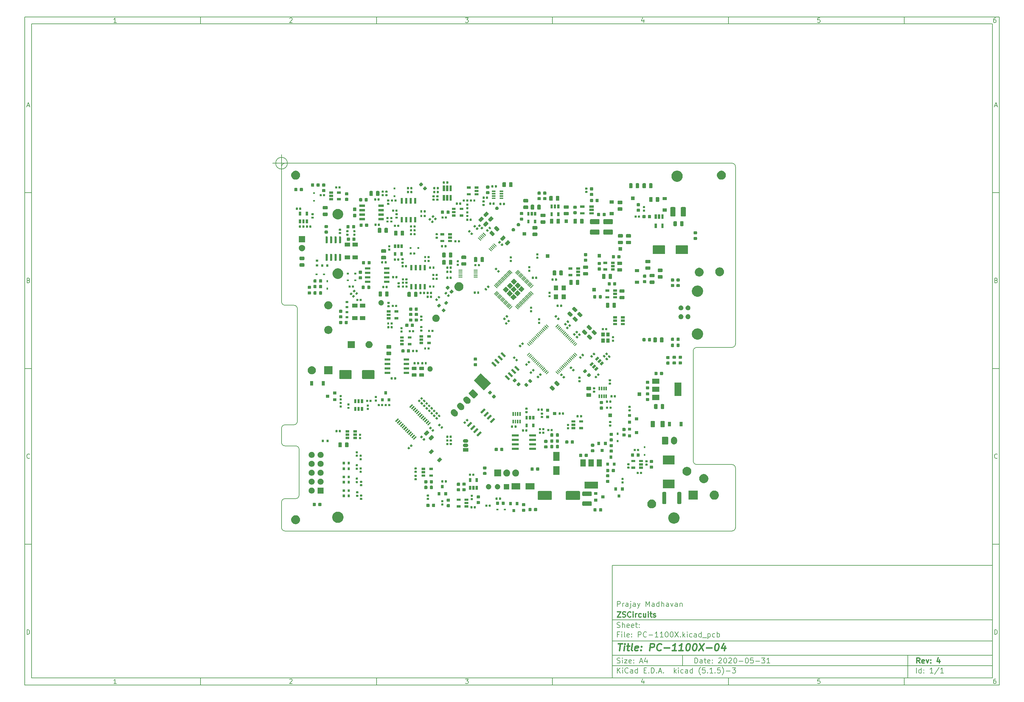
<source format=gbr>
G04 #@! TF.GenerationSoftware,KiCad,Pcbnew,(5.1.5)-3*
G04 #@! TF.CreationDate,2020-12-06T10:31:10+05:30*
G04 #@! TF.ProjectId,PC-1100X,50432d31-3130-4305-982e-6b696361645f,4*
G04 #@! TF.SameCoordinates,Original*
G04 #@! TF.FileFunction,Soldermask,Top*
G04 #@! TF.FilePolarity,Negative*
%FSLAX46Y46*%
G04 Gerber Fmt 4.6, Leading zero omitted, Abs format (unit mm)*
G04 Created by KiCad (PCBNEW (5.1.5)-3) date 2020-12-06 10:31:10*
%MOMM*%
%LPD*%
G04 APERTURE LIST*
%ADD10C,0.100000*%
%ADD11C,0.150000*%
%ADD12C,0.300000*%
%ADD13C,0.400000*%
G04 #@! TA.AperFunction,Profile*
%ADD14C,0.150000*%
G04 #@! TD*
G04 APERTURE END LIST*
D10*
D11*
X177002200Y-166007200D02*
X177002200Y-198007200D01*
X285002200Y-198007200D01*
X285002200Y-166007200D01*
X177002200Y-166007200D01*
D10*
D11*
X10000000Y-10000000D02*
X10000000Y-200007200D01*
X287002200Y-200007200D01*
X287002200Y-10000000D01*
X10000000Y-10000000D01*
D10*
D11*
X12000000Y-12000000D02*
X12000000Y-198007200D01*
X285002200Y-198007200D01*
X285002200Y-12000000D01*
X12000000Y-12000000D01*
D10*
D11*
X60000000Y-12000000D02*
X60000000Y-10000000D01*
D10*
D11*
X110000000Y-12000000D02*
X110000000Y-10000000D01*
D10*
D11*
X160000000Y-12000000D02*
X160000000Y-10000000D01*
D10*
D11*
X210000000Y-12000000D02*
X210000000Y-10000000D01*
D10*
D11*
X260000000Y-12000000D02*
X260000000Y-10000000D01*
D10*
D11*
X36065476Y-11588095D02*
X35322619Y-11588095D01*
X35694047Y-11588095D02*
X35694047Y-10288095D01*
X35570238Y-10473809D01*
X35446428Y-10597619D01*
X35322619Y-10659523D01*
D10*
D11*
X85322619Y-10411904D02*
X85384523Y-10350000D01*
X85508333Y-10288095D01*
X85817857Y-10288095D01*
X85941666Y-10350000D01*
X86003571Y-10411904D01*
X86065476Y-10535714D01*
X86065476Y-10659523D01*
X86003571Y-10845238D01*
X85260714Y-11588095D01*
X86065476Y-11588095D01*
D10*
D11*
X135260714Y-10288095D02*
X136065476Y-10288095D01*
X135632142Y-10783333D01*
X135817857Y-10783333D01*
X135941666Y-10845238D01*
X136003571Y-10907142D01*
X136065476Y-11030952D01*
X136065476Y-11340476D01*
X136003571Y-11464285D01*
X135941666Y-11526190D01*
X135817857Y-11588095D01*
X135446428Y-11588095D01*
X135322619Y-11526190D01*
X135260714Y-11464285D01*
D10*
D11*
X185941666Y-10721428D02*
X185941666Y-11588095D01*
X185632142Y-10226190D02*
X185322619Y-11154761D01*
X186127380Y-11154761D01*
D10*
D11*
X236003571Y-10288095D02*
X235384523Y-10288095D01*
X235322619Y-10907142D01*
X235384523Y-10845238D01*
X235508333Y-10783333D01*
X235817857Y-10783333D01*
X235941666Y-10845238D01*
X236003571Y-10907142D01*
X236065476Y-11030952D01*
X236065476Y-11340476D01*
X236003571Y-11464285D01*
X235941666Y-11526190D01*
X235817857Y-11588095D01*
X235508333Y-11588095D01*
X235384523Y-11526190D01*
X235322619Y-11464285D01*
D10*
D11*
X285941666Y-10288095D02*
X285694047Y-10288095D01*
X285570238Y-10350000D01*
X285508333Y-10411904D01*
X285384523Y-10597619D01*
X285322619Y-10845238D01*
X285322619Y-11340476D01*
X285384523Y-11464285D01*
X285446428Y-11526190D01*
X285570238Y-11588095D01*
X285817857Y-11588095D01*
X285941666Y-11526190D01*
X286003571Y-11464285D01*
X286065476Y-11340476D01*
X286065476Y-11030952D01*
X286003571Y-10907142D01*
X285941666Y-10845238D01*
X285817857Y-10783333D01*
X285570238Y-10783333D01*
X285446428Y-10845238D01*
X285384523Y-10907142D01*
X285322619Y-11030952D01*
D10*
D11*
X60000000Y-198007200D02*
X60000000Y-200007200D01*
D10*
D11*
X110000000Y-198007200D02*
X110000000Y-200007200D01*
D10*
D11*
X160000000Y-198007200D02*
X160000000Y-200007200D01*
D10*
D11*
X210000000Y-198007200D02*
X210000000Y-200007200D01*
D10*
D11*
X260000000Y-198007200D02*
X260000000Y-200007200D01*
D10*
D11*
X36065476Y-199595295D02*
X35322619Y-199595295D01*
X35694047Y-199595295D02*
X35694047Y-198295295D01*
X35570238Y-198481009D01*
X35446428Y-198604819D01*
X35322619Y-198666723D01*
D10*
D11*
X85322619Y-198419104D02*
X85384523Y-198357200D01*
X85508333Y-198295295D01*
X85817857Y-198295295D01*
X85941666Y-198357200D01*
X86003571Y-198419104D01*
X86065476Y-198542914D01*
X86065476Y-198666723D01*
X86003571Y-198852438D01*
X85260714Y-199595295D01*
X86065476Y-199595295D01*
D10*
D11*
X135260714Y-198295295D02*
X136065476Y-198295295D01*
X135632142Y-198790533D01*
X135817857Y-198790533D01*
X135941666Y-198852438D01*
X136003571Y-198914342D01*
X136065476Y-199038152D01*
X136065476Y-199347676D01*
X136003571Y-199471485D01*
X135941666Y-199533390D01*
X135817857Y-199595295D01*
X135446428Y-199595295D01*
X135322619Y-199533390D01*
X135260714Y-199471485D01*
D10*
D11*
X185941666Y-198728628D02*
X185941666Y-199595295D01*
X185632142Y-198233390D02*
X185322619Y-199161961D01*
X186127380Y-199161961D01*
D10*
D11*
X236003571Y-198295295D02*
X235384523Y-198295295D01*
X235322619Y-198914342D01*
X235384523Y-198852438D01*
X235508333Y-198790533D01*
X235817857Y-198790533D01*
X235941666Y-198852438D01*
X236003571Y-198914342D01*
X236065476Y-199038152D01*
X236065476Y-199347676D01*
X236003571Y-199471485D01*
X235941666Y-199533390D01*
X235817857Y-199595295D01*
X235508333Y-199595295D01*
X235384523Y-199533390D01*
X235322619Y-199471485D01*
D10*
D11*
X285941666Y-198295295D02*
X285694047Y-198295295D01*
X285570238Y-198357200D01*
X285508333Y-198419104D01*
X285384523Y-198604819D01*
X285322619Y-198852438D01*
X285322619Y-199347676D01*
X285384523Y-199471485D01*
X285446428Y-199533390D01*
X285570238Y-199595295D01*
X285817857Y-199595295D01*
X285941666Y-199533390D01*
X286003571Y-199471485D01*
X286065476Y-199347676D01*
X286065476Y-199038152D01*
X286003571Y-198914342D01*
X285941666Y-198852438D01*
X285817857Y-198790533D01*
X285570238Y-198790533D01*
X285446428Y-198852438D01*
X285384523Y-198914342D01*
X285322619Y-199038152D01*
D10*
D11*
X10000000Y-60000000D02*
X12000000Y-60000000D01*
D10*
D11*
X10000000Y-110000000D02*
X12000000Y-110000000D01*
D10*
D11*
X10000000Y-160000000D02*
X12000000Y-160000000D01*
D10*
D11*
X10690476Y-35216666D02*
X11309523Y-35216666D01*
X10566666Y-35588095D02*
X11000000Y-34288095D01*
X11433333Y-35588095D01*
D10*
D11*
X11092857Y-84907142D02*
X11278571Y-84969047D01*
X11340476Y-85030952D01*
X11402380Y-85154761D01*
X11402380Y-85340476D01*
X11340476Y-85464285D01*
X11278571Y-85526190D01*
X11154761Y-85588095D01*
X10659523Y-85588095D01*
X10659523Y-84288095D01*
X11092857Y-84288095D01*
X11216666Y-84350000D01*
X11278571Y-84411904D01*
X11340476Y-84535714D01*
X11340476Y-84659523D01*
X11278571Y-84783333D01*
X11216666Y-84845238D01*
X11092857Y-84907142D01*
X10659523Y-84907142D01*
D10*
D11*
X11402380Y-135464285D02*
X11340476Y-135526190D01*
X11154761Y-135588095D01*
X11030952Y-135588095D01*
X10845238Y-135526190D01*
X10721428Y-135402380D01*
X10659523Y-135278571D01*
X10597619Y-135030952D01*
X10597619Y-134845238D01*
X10659523Y-134597619D01*
X10721428Y-134473809D01*
X10845238Y-134350000D01*
X11030952Y-134288095D01*
X11154761Y-134288095D01*
X11340476Y-134350000D01*
X11402380Y-134411904D01*
D10*
D11*
X10659523Y-185588095D02*
X10659523Y-184288095D01*
X10969047Y-184288095D01*
X11154761Y-184350000D01*
X11278571Y-184473809D01*
X11340476Y-184597619D01*
X11402380Y-184845238D01*
X11402380Y-185030952D01*
X11340476Y-185278571D01*
X11278571Y-185402380D01*
X11154761Y-185526190D01*
X10969047Y-185588095D01*
X10659523Y-185588095D01*
D10*
D11*
X287002200Y-60000000D02*
X285002200Y-60000000D01*
D10*
D11*
X287002200Y-110000000D02*
X285002200Y-110000000D01*
D10*
D11*
X287002200Y-160000000D02*
X285002200Y-160000000D01*
D10*
D11*
X285692676Y-35216666D02*
X286311723Y-35216666D01*
X285568866Y-35588095D02*
X286002200Y-34288095D01*
X286435533Y-35588095D01*
D10*
D11*
X286095057Y-84907142D02*
X286280771Y-84969047D01*
X286342676Y-85030952D01*
X286404580Y-85154761D01*
X286404580Y-85340476D01*
X286342676Y-85464285D01*
X286280771Y-85526190D01*
X286156961Y-85588095D01*
X285661723Y-85588095D01*
X285661723Y-84288095D01*
X286095057Y-84288095D01*
X286218866Y-84350000D01*
X286280771Y-84411904D01*
X286342676Y-84535714D01*
X286342676Y-84659523D01*
X286280771Y-84783333D01*
X286218866Y-84845238D01*
X286095057Y-84907142D01*
X285661723Y-84907142D01*
D10*
D11*
X286404580Y-135464285D02*
X286342676Y-135526190D01*
X286156961Y-135588095D01*
X286033152Y-135588095D01*
X285847438Y-135526190D01*
X285723628Y-135402380D01*
X285661723Y-135278571D01*
X285599819Y-135030952D01*
X285599819Y-134845238D01*
X285661723Y-134597619D01*
X285723628Y-134473809D01*
X285847438Y-134350000D01*
X286033152Y-134288095D01*
X286156961Y-134288095D01*
X286342676Y-134350000D01*
X286404580Y-134411904D01*
D10*
D11*
X285661723Y-185588095D02*
X285661723Y-184288095D01*
X285971247Y-184288095D01*
X286156961Y-184350000D01*
X286280771Y-184473809D01*
X286342676Y-184597619D01*
X286404580Y-184845238D01*
X286404580Y-185030952D01*
X286342676Y-185278571D01*
X286280771Y-185402380D01*
X286156961Y-185526190D01*
X285971247Y-185588095D01*
X285661723Y-185588095D01*
D10*
D11*
X200434342Y-193785771D02*
X200434342Y-192285771D01*
X200791485Y-192285771D01*
X201005771Y-192357200D01*
X201148628Y-192500057D01*
X201220057Y-192642914D01*
X201291485Y-192928628D01*
X201291485Y-193142914D01*
X201220057Y-193428628D01*
X201148628Y-193571485D01*
X201005771Y-193714342D01*
X200791485Y-193785771D01*
X200434342Y-193785771D01*
X202577200Y-193785771D02*
X202577200Y-193000057D01*
X202505771Y-192857200D01*
X202362914Y-192785771D01*
X202077200Y-192785771D01*
X201934342Y-192857200D01*
X202577200Y-193714342D02*
X202434342Y-193785771D01*
X202077200Y-193785771D01*
X201934342Y-193714342D01*
X201862914Y-193571485D01*
X201862914Y-193428628D01*
X201934342Y-193285771D01*
X202077200Y-193214342D01*
X202434342Y-193214342D01*
X202577200Y-193142914D01*
X203077200Y-192785771D02*
X203648628Y-192785771D01*
X203291485Y-192285771D02*
X203291485Y-193571485D01*
X203362914Y-193714342D01*
X203505771Y-193785771D01*
X203648628Y-193785771D01*
X204720057Y-193714342D02*
X204577200Y-193785771D01*
X204291485Y-193785771D01*
X204148628Y-193714342D01*
X204077200Y-193571485D01*
X204077200Y-193000057D01*
X204148628Y-192857200D01*
X204291485Y-192785771D01*
X204577200Y-192785771D01*
X204720057Y-192857200D01*
X204791485Y-193000057D01*
X204791485Y-193142914D01*
X204077200Y-193285771D01*
X205434342Y-193642914D02*
X205505771Y-193714342D01*
X205434342Y-193785771D01*
X205362914Y-193714342D01*
X205434342Y-193642914D01*
X205434342Y-193785771D01*
X205434342Y-192857200D02*
X205505771Y-192928628D01*
X205434342Y-193000057D01*
X205362914Y-192928628D01*
X205434342Y-192857200D01*
X205434342Y-193000057D01*
X207220057Y-192428628D02*
X207291485Y-192357200D01*
X207434342Y-192285771D01*
X207791485Y-192285771D01*
X207934342Y-192357200D01*
X208005771Y-192428628D01*
X208077200Y-192571485D01*
X208077200Y-192714342D01*
X208005771Y-192928628D01*
X207148628Y-193785771D01*
X208077200Y-193785771D01*
X209005771Y-192285771D02*
X209148628Y-192285771D01*
X209291485Y-192357200D01*
X209362914Y-192428628D01*
X209434342Y-192571485D01*
X209505771Y-192857200D01*
X209505771Y-193214342D01*
X209434342Y-193500057D01*
X209362914Y-193642914D01*
X209291485Y-193714342D01*
X209148628Y-193785771D01*
X209005771Y-193785771D01*
X208862914Y-193714342D01*
X208791485Y-193642914D01*
X208720057Y-193500057D01*
X208648628Y-193214342D01*
X208648628Y-192857200D01*
X208720057Y-192571485D01*
X208791485Y-192428628D01*
X208862914Y-192357200D01*
X209005771Y-192285771D01*
X210077200Y-192428628D02*
X210148628Y-192357200D01*
X210291485Y-192285771D01*
X210648628Y-192285771D01*
X210791485Y-192357200D01*
X210862914Y-192428628D01*
X210934342Y-192571485D01*
X210934342Y-192714342D01*
X210862914Y-192928628D01*
X210005771Y-193785771D01*
X210934342Y-193785771D01*
X211862914Y-192285771D02*
X212005771Y-192285771D01*
X212148628Y-192357200D01*
X212220057Y-192428628D01*
X212291485Y-192571485D01*
X212362914Y-192857200D01*
X212362914Y-193214342D01*
X212291485Y-193500057D01*
X212220057Y-193642914D01*
X212148628Y-193714342D01*
X212005771Y-193785771D01*
X211862914Y-193785771D01*
X211720057Y-193714342D01*
X211648628Y-193642914D01*
X211577200Y-193500057D01*
X211505771Y-193214342D01*
X211505771Y-192857200D01*
X211577200Y-192571485D01*
X211648628Y-192428628D01*
X211720057Y-192357200D01*
X211862914Y-192285771D01*
X213005771Y-193214342D02*
X214148628Y-193214342D01*
X215148628Y-192285771D02*
X215291485Y-192285771D01*
X215434342Y-192357200D01*
X215505771Y-192428628D01*
X215577200Y-192571485D01*
X215648628Y-192857200D01*
X215648628Y-193214342D01*
X215577200Y-193500057D01*
X215505771Y-193642914D01*
X215434342Y-193714342D01*
X215291485Y-193785771D01*
X215148628Y-193785771D01*
X215005771Y-193714342D01*
X214934342Y-193642914D01*
X214862914Y-193500057D01*
X214791485Y-193214342D01*
X214791485Y-192857200D01*
X214862914Y-192571485D01*
X214934342Y-192428628D01*
X215005771Y-192357200D01*
X215148628Y-192285771D01*
X217005771Y-192285771D02*
X216291485Y-192285771D01*
X216220057Y-193000057D01*
X216291485Y-192928628D01*
X216434342Y-192857200D01*
X216791485Y-192857200D01*
X216934342Y-192928628D01*
X217005771Y-193000057D01*
X217077200Y-193142914D01*
X217077200Y-193500057D01*
X217005771Y-193642914D01*
X216934342Y-193714342D01*
X216791485Y-193785771D01*
X216434342Y-193785771D01*
X216291485Y-193714342D01*
X216220057Y-193642914D01*
X217720057Y-193214342D02*
X218862914Y-193214342D01*
X219434342Y-192285771D02*
X220362914Y-192285771D01*
X219862914Y-192857200D01*
X220077200Y-192857200D01*
X220220057Y-192928628D01*
X220291485Y-193000057D01*
X220362914Y-193142914D01*
X220362914Y-193500057D01*
X220291485Y-193642914D01*
X220220057Y-193714342D01*
X220077200Y-193785771D01*
X219648628Y-193785771D01*
X219505771Y-193714342D01*
X219434342Y-193642914D01*
X221791485Y-193785771D02*
X220934342Y-193785771D01*
X221362914Y-193785771D02*
X221362914Y-192285771D01*
X221220057Y-192500057D01*
X221077200Y-192642914D01*
X220934342Y-192714342D01*
D10*
D11*
X177002200Y-194507200D02*
X285002200Y-194507200D01*
D10*
D11*
X178434342Y-196585771D02*
X178434342Y-195085771D01*
X179291485Y-196585771D02*
X178648628Y-195728628D01*
X179291485Y-195085771D02*
X178434342Y-195942914D01*
X179934342Y-196585771D02*
X179934342Y-195585771D01*
X179934342Y-195085771D02*
X179862914Y-195157200D01*
X179934342Y-195228628D01*
X180005771Y-195157200D01*
X179934342Y-195085771D01*
X179934342Y-195228628D01*
X181505771Y-196442914D02*
X181434342Y-196514342D01*
X181220057Y-196585771D01*
X181077200Y-196585771D01*
X180862914Y-196514342D01*
X180720057Y-196371485D01*
X180648628Y-196228628D01*
X180577200Y-195942914D01*
X180577200Y-195728628D01*
X180648628Y-195442914D01*
X180720057Y-195300057D01*
X180862914Y-195157200D01*
X181077200Y-195085771D01*
X181220057Y-195085771D01*
X181434342Y-195157200D01*
X181505771Y-195228628D01*
X182791485Y-196585771D02*
X182791485Y-195800057D01*
X182720057Y-195657200D01*
X182577200Y-195585771D01*
X182291485Y-195585771D01*
X182148628Y-195657200D01*
X182791485Y-196514342D02*
X182648628Y-196585771D01*
X182291485Y-196585771D01*
X182148628Y-196514342D01*
X182077200Y-196371485D01*
X182077200Y-196228628D01*
X182148628Y-196085771D01*
X182291485Y-196014342D01*
X182648628Y-196014342D01*
X182791485Y-195942914D01*
X184148628Y-196585771D02*
X184148628Y-195085771D01*
X184148628Y-196514342D02*
X184005771Y-196585771D01*
X183720057Y-196585771D01*
X183577200Y-196514342D01*
X183505771Y-196442914D01*
X183434342Y-196300057D01*
X183434342Y-195871485D01*
X183505771Y-195728628D01*
X183577200Y-195657200D01*
X183720057Y-195585771D01*
X184005771Y-195585771D01*
X184148628Y-195657200D01*
X186005771Y-195800057D02*
X186505771Y-195800057D01*
X186720057Y-196585771D02*
X186005771Y-196585771D01*
X186005771Y-195085771D01*
X186720057Y-195085771D01*
X187362914Y-196442914D02*
X187434342Y-196514342D01*
X187362914Y-196585771D01*
X187291485Y-196514342D01*
X187362914Y-196442914D01*
X187362914Y-196585771D01*
X188077200Y-196585771D02*
X188077200Y-195085771D01*
X188434342Y-195085771D01*
X188648628Y-195157200D01*
X188791485Y-195300057D01*
X188862914Y-195442914D01*
X188934342Y-195728628D01*
X188934342Y-195942914D01*
X188862914Y-196228628D01*
X188791485Y-196371485D01*
X188648628Y-196514342D01*
X188434342Y-196585771D01*
X188077200Y-196585771D01*
X189577200Y-196442914D02*
X189648628Y-196514342D01*
X189577200Y-196585771D01*
X189505771Y-196514342D01*
X189577200Y-196442914D01*
X189577200Y-196585771D01*
X190220057Y-196157200D02*
X190934342Y-196157200D01*
X190077200Y-196585771D02*
X190577200Y-195085771D01*
X191077200Y-196585771D01*
X191577200Y-196442914D02*
X191648628Y-196514342D01*
X191577200Y-196585771D01*
X191505771Y-196514342D01*
X191577200Y-196442914D01*
X191577200Y-196585771D01*
X194577200Y-196585771D02*
X194577200Y-195085771D01*
X194720057Y-196014342D02*
X195148628Y-196585771D01*
X195148628Y-195585771D02*
X194577200Y-196157200D01*
X195791485Y-196585771D02*
X195791485Y-195585771D01*
X195791485Y-195085771D02*
X195720057Y-195157200D01*
X195791485Y-195228628D01*
X195862914Y-195157200D01*
X195791485Y-195085771D01*
X195791485Y-195228628D01*
X197148628Y-196514342D02*
X197005771Y-196585771D01*
X196720057Y-196585771D01*
X196577200Y-196514342D01*
X196505771Y-196442914D01*
X196434342Y-196300057D01*
X196434342Y-195871485D01*
X196505771Y-195728628D01*
X196577200Y-195657200D01*
X196720057Y-195585771D01*
X197005771Y-195585771D01*
X197148628Y-195657200D01*
X198434342Y-196585771D02*
X198434342Y-195800057D01*
X198362914Y-195657200D01*
X198220057Y-195585771D01*
X197934342Y-195585771D01*
X197791485Y-195657200D01*
X198434342Y-196514342D02*
X198291485Y-196585771D01*
X197934342Y-196585771D01*
X197791485Y-196514342D01*
X197720057Y-196371485D01*
X197720057Y-196228628D01*
X197791485Y-196085771D01*
X197934342Y-196014342D01*
X198291485Y-196014342D01*
X198434342Y-195942914D01*
X199791485Y-196585771D02*
X199791485Y-195085771D01*
X199791485Y-196514342D02*
X199648628Y-196585771D01*
X199362914Y-196585771D01*
X199220057Y-196514342D01*
X199148628Y-196442914D01*
X199077200Y-196300057D01*
X199077200Y-195871485D01*
X199148628Y-195728628D01*
X199220057Y-195657200D01*
X199362914Y-195585771D01*
X199648628Y-195585771D01*
X199791485Y-195657200D01*
X202077200Y-197157200D02*
X202005771Y-197085771D01*
X201862914Y-196871485D01*
X201791485Y-196728628D01*
X201720057Y-196514342D01*
X201648628Y-196157200D01*
X201648628Y-195871485D01*
X201720057Y-195514342D01*
X201791485Y-195300057D01*
X201862914Y-195157200D01*
X202005771Y-194942914D01*
X202077200Y-194871485D01*
X203362914Y-195085771D02*
X202648628Y-195085771D01*
X202577200Y-195800057D01*
X202648628Y-195728628D01*
X202791485Y-195657200D01*
X203148628Y-195657200D01*
X203291485Y-195728628D01*
X203362914Y-195800057D01*
X203434342Y-195942914D01*
X203434342Y-196300057D01*
X203362914Y-196442914D01*
X203291485Y-196514342D01*
X203148628Y-196585771D01*
X202791485Y-196585771D01*
X202648628Y-196514342D01*
X202577200Y-196442914D01*
X204077200Y-196442914D02*
X204148628Y-196514342D01*
X204077200Y-196585771D01*
X204005771Y-196514342D01*
X204077200Y-196442914D01*
X204077200Y-196585771D01*
X205577200Y-196585771D02*
X204720057Y-196585771D01*
X205148628Y-196585771D02*
X205148628Y-195085771D01*
X205005771Y-195300057D01*
X204862914Y-195442914D01*
X204720057Y-195514342D01*
X206220057Y-196442914D02*
X206291485Y-196514342D01*
X206220057Y-196585771D01*
X206148628Y-196514342D01*
X206220057Y-196442914D01*
X206220057Y-196585771D01*
X207648628Y-195085771D02*
X206934342Y-195085771D01*
X206862914Y-195800057D01*
X206934342Y-195728628D01*
X207077200Y-195657200D01*
X207434342Y-195657200D01*
X207577200Y-195728628D01*
X207648628Y-195800057D01*
X207720057Y-195942914D01*
X207720057Y-196300057D01*
X207648628Y-196442914D01*
X207577200Y-196514342D01*
X207434342Y-196585771D01*
X207077200Y-196585771D01*
X206934342Y-196514342D01*
X206862914Y-196442914D01*
X208220057Y-197157200D02*
X208291485Y-197085771D01*
X208434342Y-196871485D01*
X208505771Y-196728628D01*
X208577200Y-196514342D01*
X208648628Y-196157200D01*
X208648628Y-195871485D01*
X208577200Y-195514342D01*
X208505771Y-195300057D01*
X208434342Y-195157200D01*
X208291485Y-194942914D01*
X208220057Y-194871485D01*
X209362914Y-196014342D02*
X210505771Y-196014342D01*
X211077200Y-195085771D02*
X212005771Y-195085771D01*
X211505771Y-195657200D01*
X211720057Y-195657200D01*
X211862914Y-195728628D01*
X211934342Y-195800057D01*
X212005771Y-195942914D01*
X212005771Y-196300057D01*
X211934342Y-196442914D01*
X211862914Y-196514342D01*
X211720057Y-196585771D01*
X211291485Y-196585771D01*
X211148628Y-196514342D01*
X211077200Y-196442914D01*
D10*
D11*
X177002200Y-191507200D02*
X285002200Y-191507200D01*
D10*
D12*
X264411485Y-193785771D02*
X263911485Y-193071485D01*
X263554342Y-193785771D02*
X263554342Y-192285771D01*
X264125771Y-192285771D01*
X264268628Y-192357200D01*
X264340057Y-192428628D01*
X264411485Y-192571485D01*
X264411485Y-192785771D01*
X264340057Y-192928628D01*
X264268628Y-193000057D01*
X264125771Y-193071485D01*
X263554342Y-193071485D01*
X265625771Y-193714342D02*
X265482914Y-193785771D01*
X265197200Y-193785771D01*
X265054342Y-193714342D01*
X264982914Y-193571485D01*
X264982914Y-193000057D01*
X265054342Y-192857200D01*
X265197200Y-192785771D01*
X265482914Y-192785771D01*
X265625771Y-192857200D01*
X265697200Y-193000057D01*
X265697200Y-193142914D01*
X264982914Y-193285771D01*
X266197200Y-192785771D02*
X266554342Y-193785771D01*
X266911485Y-192785771D01*
X267482914Y-193642914D02*
X267554342Y-193714342D01*
X267482914Y-193785771D01*
X267411485Y-193714342D01*
X267482914Y-193642914D01*
X267482914Y-193785771D01*
X267482914Y-192857200D02*
X267554342Y-192928628D01*
X267482914Y-193000057D01*
X267411485Y-192928628D01*
X267482914Y-192857200D01*
X267482914Y-193000057D01*
X269982914Y-192785771D02*
X269982914Y-193785771D01*
X269625771Y-192214342D02*
X269268628Y-193285771D01*
X270197200Y-193285771D01*
D10*
D11*
X178362914Y-193714342D02*
X178577200Y-193785771D01*
X178934342Y-193785771D01*
X179077200Y-193714342D01*
X179148628Y-193642914D01*
X179220057Y-193500057D01*
X179220057Y-193357200D01*
X179148628Y-193214342D01*
X179077200Y-193142914D01*
X178934342Y-193071485D01*
X178648628Y-193000057D01*
X178505771Y-192928628D01*
X178434342Y-192857200D01*
X178362914Y-192714342D01*
X178362914Y-192571485D01*
X178434342Y-192428628D01*
X178505771Y-192357200D01*
X178648628Y-192285771D01*
X179005771Y-192285771D01*
X179220057Y-192357200D01*
X179862914Y-193785771D02*
X179862914Y-192785771D01*
X179862914Y-192285771D02*
X179791485Y-192357200D01*
X179862914Y-192428628D01*
X179934342Y-192357200D01*
X179862914Y-192285771D01*
X179862914Y-192428628D01*
X180434342Y-192785771D02*
X181220057Y-192785771D01*
X180434342Y-193785771D01*
X181220057Y-193785771D01*
X182362914Y-193714342D02*
X182220057Y-193785771D01*
X181934342Y-193785771D01*
X181791485Y-193714342D01*
X181720057Y-193571485D01*
X181720057Y-193000057D01*
X181791485Y-192857200D01*
X181934342Y-192785771D01*
X182220057Y-192785771D01*
X182362914Y-192857200D01*
X182434342Y-193000057D01*
X182434342Y-193142914D01*
X181720057Y-193285771D01*
X183077200Y-193642914D02*
X183148628Y-193714342D01*
X183077200Y-193785771D01*
X183005771Y-193714342D01*
X183077200Y-193642914D01*
X183077200Y-193785771D01*
X183077200Y-192857200D02*
X183148628Y-192928628D01*
X183077200Y-193000057D01*
X183005771Y-192928628D01*
X183077200Y-192857200D01*
X183077200Y-193000057D01*
X184862914Y-193357200D02*
X185577200Y-193357200D01*
X184720057Y-193785771D02*
X185220057Y-192285771D01*
X185720057Y-193785771D01*
X186862914Y-192785771D02*
X186862914Y-193785771D01*
X186505771Y-192214342D02*
X186148628Y-193285771D01*
X187077200Y-193285771D01*
D10*
D11*
X263434342Y-196585771D02*
X263434342Y-195085771D01*
X264791485Y-196585771D02*
X264791485Y-195085771D01*
X264791485Y-196514342D02*
X264648628Y-196585771D01*
X264362914Y-196585771D01*
X264220057Y-196514342D01*
X264148628Y-196442914D01*
X264077200Y-196300057D01*
X264077200Y-195871485D01*
X264148628Y-195728628D01*
X264220057Y-195657200D01*
X264362914Y-195585771D01*
X264648628Y-195585771D01*
X264791485Y-195657200D01*
X265505771Y-196442914D02*
X265577200Y-196514342D01*
X265505771Y-196585771D01*
X265434342Y-196514342D01*
X265505771Y-196442914D01*
X265505771Y-196585771D01*
X265505771Y-195657200D02*
X265577200Y-195728628D01*
X265505771Y-195800057D01*
X265434342Y-195728628D01*
X265505771Y-195657200D01*
X265505771Y-195800057D01*
X268148628Y-196585771D02*
X267291485Y-196585771D01*
X267720057Y-196585771D02*
X267720057Y-195085771D01*
X267577200Y-195300057D01*
X267434342Y-195442914D01*
X267291485Y-195514342D01*
X269862914Y-195014342D02*
X268577200Y-196942914D01*
X271148628Y-196585771D02*
X270291485Y-196585771D01*
X270720057Y-196585771D02*
X270720057Y-195085771D01*
X270577200Y-195300057D01*
X270434342Y-195442914D01*
X270291485Y-195514342D01*
D10*
D11*
X177002200Y-187507200D02*
X285002200Y-187507200D01*
D10*
D13*
X178714580Y-188211961D02*
X179857438Y-188211961D01*
X179036009Y-190211961D02*
X179286009Y-188211961D01*
X180274104Y-190211961D02*
X180440771Y-188878628D01*
X180524104Y-188211961D02*
X180416961Y-188307200D01*
X180500295Y-188402438D01*
X180607438Y-188307200D01*
X180524104Y-188211961D01*
X180500295Y-188402438D01*
X181107438Y-188878628D02*
X181869342Y-188878628D01*
X181476485Y-188211961D02*
X181262200Y-189926247D01*
X181333628Y-190116723D01*
X181512200Y-190211961D01*
X181702676Y-190211961D01*
X182655057Y-190211961D02*
X182476485Y-190116723D01*
X182405057Y-189926247D01*
X182619342Y-188211961D01*
X184190771Y-190116723D02*
X183988390Y-190211961D01*
X183607438Y-190211961D01*
X183428866Y-190116723D01*
X183357438Y-189926247D01*
X183452676Y-189164342D01*
X183571723Y-188973866D01*
X183774104Y-188878628D01*
X184155057Y-188878628D01*
X184333628Y-188973866D01*
X184405057Y-189164342D01*
X184381247Y-189354819D01*
X183405057Y-189545295D01*
X185155057Y-190021485D02*
X185238390Y-190116723D01*
X185131247Y-190211961D01*
X185047914Y-190116723D01*
X185155057Y-190021485D01*
X185131247Y-190211961D01*
X185286009Y-188973866D02*
X185369342Y-189069104D01*
X185262200Y-189164342D01*
X185178866Y-189069104D01*
X185286009Y-188973866D01*
X185262200Y-189164342D01*
X187607438Y-190211961D02*
X187857438Y-188211961D01*
X188619342Y-188211961D01*
X188797914Y-188307200D01*
X188881247Y-188402438D01*
X188952676Y-188592914D01*
X188916961Y-188878628D01*
X188797914Y-189069104D01*
X188690771Y-189164342D01*
X188488390Y-189259580D01*
X187726485Y-189259580D01*
X190774104Y-190021485D02*
X190666961Y-190116723D01*
X190369342Y-190211961D01*
X190178866Y-190211961D01*
X189905057Y-190116723D01*
X189738390Y-189926247D01*
X189666961Y-189735771D01*
X189619342Y-189354819D01*
X189655057Y-189069104D01*
X189797914Y-188688152D01*
X189916961Y-188497676D01*
X190131247Y-188307200D01*
X190428866Y-188211961D01*
X190619342Y-188211961D01*
X190893152Y-188307200D01*
X190976485Y-188402438D01*
X191702676Y-189450057D02*
X193226485Y-189450057D01*
X195131247Y-190211961D02*
X193988390Y-190211961D01*
X194559819Y-190211961D02*
X194809819Y-188211961D01*
X194583628Y-188497676D01*
X194369342Y-188688152D01*
X194166961Y-188783390D01*
X197036009Y-190211961D02*
X195893152Y-190211961D01*
X196464580Y-190211961D02*
X196714580Y-188211961D01*
X196488390Y-188497676D01*
X196274104Y-188688152D01*
X196071723Y-188783390D01*
X198524104Y-188211961D02*
X198714580Y-188211961D01*
X198893152Y-188307200D01*
X198976485Y-188402438D01*
X199047914Y-188592914D01*
X199095533Y-188973866D01*
X199036009Y-189450057D01*
X198893152Y-189831009D01*
X198774104Y-190021485D01*
X198666961Y-190116723D01*
X198464580Y-190211961D01*
X198274104Y-190211961D01*
X198095533Y-190116723D01*
X198012200Y-190021485D01*
X197940771Y-189831009D01*
X197893152Y-189450057D01*
X197952676Y-188973866D01*
X198095533Y-188592914D01*
X198214580Y-188402438D01*
X198321723Y-188307200D01*
X198524104Y-188211961D01*
X200428866Y-188211961D02*
X200619342Y-188211961D01*
X200797914Y-188307200D01*
X200881247Y-188402438D01*
X200952676Y-188592914D01*
X201000295Y-188973866D01*
X200940771Y-189450057D01*
X200797914Y-189831009D01*
X200678866Y-190021485D01*
X200571723Y-190116723D01*
X200369342Y-190211961D01*
X200178866Y-190211961D01*
X200000295Y-190116723D01*
X199916961Y-190021485D01*
X199845533Y-189831009D01*
X199797914Y-189450057D01*
X199857438Y-188973866D01*
X200000295Y-188592914D01*
X200119342Y-188402438D01*
X200226485Y-188307200D01*
X200428866Y-188211961D01*
X201762200Y-188211961D02*
X202845533Y-190211961D01*
X203095533Y-188211961D02*
X201512200Y-190211961D01*
X203702676Y-189450057D02*
X205226485Y-189450057D01*
X206714580Y-188211961D02*
X206905057Y-188211961D01*
X207083628Y-188307200D01*
X207166961Y-188402438D01*
X207238390Y-188592914D01*
X207286009Y-188973866D01*
X207226485Y-189450057D01*
X207083628Y-189831009D01*
X206964580Y-190021485D01*
X206857438Y-190116723D01*
X206655057Y-190211961D01*
X206464580Y-190211961D01*
X206286009Y-190116723D01*
X206202676Y-190021485D01*
X206131247Y-189831009D01*
X206083628Y-189450057D01*
X206143152Y-188973866D01*
X206286009Y-188592914D01*
X206405057Y-188402438D01*
X206512200Y-188307200D01*
X206714580Y-188211961D01*
X209012200Y-188878628D02*
X208845533Y-190211961D01*
X208631247Y-188116723D02*
X207976485Y-189545295D01*
X209214580Y-189545295D01*
D10*
D11*
X178934342Y-185600057D02*
X178434342Y-185600057D01*
X178434342Y-186385771D02*
X178434342Y-184885771D01*
X179148628Y-184885771D01*
X179720057Y-186385771D02*
X179720057Y-185385771D01*
X179720057Y-184885771D02*
X179648628Y-184957200D01*
X179720057Y-185028628D01*
X179791485Y-184957200D01*
X179720057Y-184885771D01*
X179720057Y-185028628D01*
X180648628Y-186385771D02*
X180505771Y-186314342D01*
X180434342Y-186171485D01*
X180434342Y-184885771D01*
X181791485Y-186314342D02*
X181648628Y-186385771D01*
X181362914Y-186385771D01*
X181220057Y-186314342D01*
X181148628Y-186171485D01*
X181148628Y-185600057D01*
X181220057Y-185457200D01*
X181362914Y-185385771D01*
X181648628Y-185385771D01*
X181791485Y-185457200D01*
X181862914Y-185600057D01*
X181862914Y-185742914D01*
X181148628Y-185885771D01*
X182505771Y-186242914D02*
X182577200Y-186314342D01*
X182505771Y-186385771D01*
X182434342Y-186314342D01*
X182505771Y-186242914D01*
X182505771Y-186385771D01*
X182505771Y-185457200D02*
X182577200Y-185528628D01*
X182505771Y-185600057D01*
X182434342Y-185528628D01*
X182505771Y-185457200D01*
X182505771Y-185600057D01*
X184362914Y-186385771D02*
X184362914Y-184885771D01*
X184934342Y-184885771D01*
X185077200Y-184957200D01*
X185148628Y-185028628D01*
X185220057Y-185171485D01*
X185220057Y-185385771D01*
X185148628Y-185528628D01*
X185077200Y-185600057D01*
X184934342Y-185671485D01*
X184362914Y-185671485D01*
X186720057Y-186242914D02*
X186648628Y-186314342D01*
X186434342Y-186385771D01*
X186291485Y-186385771D01*
X186077200Y-186314342D01*
X185934342Y-186171485D01*
X185862914Y-186028628D01*
X185791485Y-185742914D01*
X185791485Y-185528628D01*
X185862914Y-185242914D01*
X185934342Y-185100057D01*
X186077200Y-184957200D01*
X186291485Y-184885771D01*
X186434342Y-184885771D01*
X186648628Y-184957200D01*
X186720057Y-185028628D01*
X187362914Y-185814342D02*
X188505771Y-185814342D01*
X190005771Y-186385771D02*
X189148628Y-186385771D01*
X189577200Y-186385771D02*
X189577200Y-184885771D01*
X189434342Y-185100057D01*
X189291485Y-185242914D01*
X189148628Y-185314342D01*
X191434342Y-186385771D02*
X190577200Y-186385771D01*
X191005771Y-186385771D02*
X191005771Y-184885771D01*
X190862914Y-185100057D01*
X190720057Y-185242914D01*
X190577200Y-185314342D01*
X192362914Y-184885771D02*
X192505771Y-184885771D01*
X192648628Y-184957200D01*
X192720057Y-185028628D01*
X192791485Y-185171485D01*
X192862914Y-185457200D01*
X192862914Y-185814342D01*
X192791485Y-186100057D01*
X192720057Y-186242914D01*
X192648628Y-186314342D01*
X192505771Y-186385771D01*
X192362914Y-186385771D01*
X192220057Y-186314342D01*
X192148628Y-186242914D01*
X192077200Y-186100057D01*
X192005771Y-185814342D01*
X192005771Y-185457200D01*
X192077200Y-185171485D01*
X192148628Y-185028628D01*
X192220057Y-184957200D01*
X192362914Y-184885771D01*
X193791485Y-184885771D02*
X193934342Y-184885771D01*
X194077200Y-184957200D01*
X194148628Y-185028628D01*
X194220057Y-185171485D01*
X194291485Y-185457200D01*
X194291485Y-185814342D01*
X194220057Y-186100057D01*
X194148628Y-186242914D01*
X194077200Y-186314342D01*
X193934342Y-186385771D01*
X193791485Y-186385771D01*
X193648628Y-186314342D01*
X193577200Y-186242914D01*
X193505771Y-186100057D01*
X193434342Y-185814342D01*
X193434342Y-185457200D01*
X193505771Y-185171485D01*
X193577200Y-185028628D01*
X193648628Y-184957200D01*
X193791485Y-184885771D01*
X194791485Y-184885771D02*
X195791485Y-186385771D01*
X195791485Y-184885771D02*
X194791485Y-186385771D01*
X196362914Y-186242914D02*
X196434342Y-186314342D01*
X196362914Y-186385771D01*
X196291485Y-186314342D01*
X196362914Y-186242914D01*
X196362914Y-186385771D01*
X197077200Y-186385771D02*
X197077200Y-184885771D01*
X197220057Y-185814342D02*
X197648628Y-186385771D01*
X197648628Y-185385771D02*
X197077200Y-185957200D01*
X198291485Y-186385771D02*
X198291485Y-185385771D01*
X198291485Y-184885771D02*
X198220057Y-184957200D01*
X198291485Y-185028628D01*
X198362914Y-184957200D01*
X198291485Y-184885771D01*
X198291485Y-185028628D01*
X199648628Y-186314342D02*
X199505771Y-186385771D01*
X199220057Y-186385771D01*
X199077200Y-186314342D01*
X199005771Y-186242914D01*
X198934342Y-186100057D01*
X198934342Y-185671485D01*
X199005771Y-185528628D01*
X199077200Y-185457200D01*
X199220057Y-185385771D01*
X199505771Y-185385771D01*
X199648628Y-185457200D01*
X200934342Y-186385771D02*
X200934342Y-185600057D01*
X200862914Y-185457200D01*
X200720057Y-185385771D01*
X200434342Y-185385771D01*
X200291485Y-185457200D01*
X200934342Y-186314342D02*
X200791485Y-186385771D01*
X200434342Y-186385771D01*
X200291485Y-186314342D01*
X200220057Y-186171485D01*
X200220057Y-186028628D01*
X200291485Y-185885771D01*
X200434342Y-185814342D01*
X200791485Y-185814342D01*
X200934342Y-185742914D01*
X202291485Y-186385771D02*
X202291485Y-184885771D01*
X202291485Y-186314342D02*
X202148628Y-186385771D01*
X201862914Y-186385771D01*
X201720057Y-186314342D01*
X201648628Y-186242914D01*
X201577200Y-186100057D01*
X201577200Y-185671485D01*
X201648628Y-185528628D01*
X201720057Y-185457200D01*
X201862914Y-185385771D01*
X202148628Y-185385771D01*
X202291485Y-185457200D01*
X202648628Y-186528628D02*
X203791485Y-186528628D01*
X204148628Y-185385771D02*
X204148628Y-186885771D01*
X204148628Y-185457200D02*
X204291485Y-185385771D01*
X204577200Y-185385771D01*
X204720057Y-185457200D01*
X204791485Y-185528628D01*
X204862914Y-185671485D01*
X204862914Y-186100057D01*
X204791485Y-186242914D01*
X204720057Y-186314342D01*
X204577200Y-186385771D01*
X204291485Y-186385771D01*
X204148628Y-186314342D01*
X206148628Y-186314342D02*
X206005771Y-186385771D01*
X205720057Y-186385771D01*
X205577200Y-186314342D01*
X205505771Y-186242914D01*
X205434342Y-186100057D01*
X205434342Y-185671485D01*
X205505771Y-185528628D01*
X205577200Y-185457200D01*
X205720057Y-185385771D01*
X206005771Y-185385771D01*
X206148628Y-185457200D01*
X206791485Y-186385771D02*
X206791485Y-184885771D01*
X206791485Y-185457200D02*
X206934342Y-185385771D01*
X207220057Y-185385771D01*
X207362914Y-185457200D01*
X207434342Y-185528628D01*
X207505771Y-185671485D01*
X207505771Y-186100057D01*
X207434342Y-186242914D01*
X207362914Y-186314342D01*
X207220057Y-186385771D01*
X206934342Y-186385771D01*
X206791485Y-186314342D01*
D10*
D11*
X177002200Y-181507200D02*
X285002200Y-181507200D01*
D10*
D11*
X178362914Y-183614342D02*
X178577200Y-183685771D01*
X178934342Y-183685771D01*
X179077200Y-183614342D01*
X179148628Y-183542914D01*
X179220057Y-183400057D01*
X179220057Y-183257200D01*
X179148628Y-183114342D01*
X179077200Y-183042914D01*
X178934342Y-182971485D01*
X178648628Y-182900057D01*
X178505771Y-182828628D01*
X178434342Y-182757200D01*
X178362914Y-182614342D01*
X178362914Y-182471485D01*
X178434342Y-182328628D01*
X178505771Y-182257200D01*
X178648628Y-182185771D01*
X179005771Y-182185771D01*
X179220057Y-182257200D01*
X179862914Y-183685771D02*
X179862914Y-182185771D01*
X180505771Y-183685771D02*
X180505771Y-182900057D01*
X180434342Y-182757200D01*
X180291485Y-182685771D01*
X180077200Y-182685771D01*
X179934342Y-182757200D01*
X179862914Y-182828628D01*
X181791485Y-183614342D02*
X181648628Y-183685771D01*
X181362914Y-183685771D01*
X181220057Y-183614342D01*
X181148628Y-183471485D01*
X181148628Y-182900057D01*
X181220057Y-182757200D01*
X181362914Y-182685771D01*
X181648628Y-182685771D01*
X181791485Y-182757200D01*
X181862914Y-182900057D01*
X181862914Y-183042914D01*
X181148628Y-183185771D01*
X183077200Y-183614342D02*
X182934342Y-183685771D01*
X182648628Y-183685771D01*
X182505771Y-183614342D01*
X182434342Y-183471485D01*
X182434342Y-182900057D01*
X182505771Y-182757200D01*
X182648628Y-182685771D01*
X182934342Y-182685771D01*
X183077200Y-182757200D01*
X183148628Y-182900057D01*
X183148628Y-183042914D01*
X182434342Y-183185771D01*
X183577200Y-182685771D02*
X184148628Y-182685771D01*
X183791485Y-182185771D02*
X183791485Y-183471485D01*
X183862914Y-183614342D01*
X184005771Y-183685771D01*
X184148628Y-183685771D01*
X184648628Y-183542914D02*
X184720057Y-183614342D01*
X184648628Y-183685771D01*
X184577200Y-183614342D01*
X184648628Y-183542914D01*
X184648628Y-183685771D01*
X184648628Y-182757200D02*
X184720057Y-182828628D01*
X184648628Y-182900057D01*
X184577200Y-182828628D01*
X184648628Y-182757200D01*
X184648628Y-182900057D01*
D10*
D12*
X178411485Y-179185771D02*
X179411485Y-179185771D01*
X178411485Y-180685771D01*
X179411485Y-180685771D01*
X179911485Y-180614342D02*
X180125771Y-180685771D01*
X180482914Y-180685771D01*
X180625771Y-180614342D01*
X180697200Y-180542914D01*
X180768628Y-180400057D01*
X180768628Y-180257200D01*
X180697200Y-180114342D01*
X180625771Y-180042914D01*
X180482914Y-179971485D01*
X180197200Y-179900057D01*
X180054342Y-179828628D01*
X179982914Y-179757200D01*
X179911485Y-179614342D01*
X179911485Y-179471485D01*
X179982914Y-179328628D01*
X180054342Y-179257200D01*
X180197200Y-179185771D01*
X180554342Y-179185771D01*
X180768628Y-179257200D01*
X182268628Y-180542914D02*
X182197200Y-180614342D01*
X181982914Y-180685771D01*
X181840057Y-180685771D01*
X181625771Y-180614342D01*
X181482914Y-180471485D01*
X181411485Y-180328628D01*
X181340057Y-180042914D01*
X181340057Y-179828628D01*
X181411485Y-179542914D01*
X181482914Y-179400057D01*
X181625771Y-179257200D01*
X181840057Y-179185771D01*
X181982914Y-179185771D01*
X182197200Y-179257200D01*
X182268628Y-179328628D01*
X182911485Y-180685771D02*
X182911485Y-179685771D01*
X182911485Y-179185771D02*
X182840057Y-179257200D01*
X182911485Y-179328628D01*
X182982914Y-179257200D01*
X182911485Y-179185771D01*
X182911485Y-179328628D01*
X183625771Y-180685771D02*
X183625771Y-179685771D01*
X183625771Y-179971485D02*
X183697200Y-179828628D01*
X183768628Y-179757200D01*
X183911485Y-179685771D01*
X184054342Y-179685771D01*
X185197200Y-180614342D02*
X185054342Y-180685771D01*
X184768628Y-180685771D01*
X184625771Y-180614342D01*
X184554342Y-180542914D01*
X184482914Y-180400057D01*
X184482914Y-179971485D01*
X184554342Y-179828628D01*
X184625771Y-179757200D01*
X184768628Y-179685771D01*
X185054342Y-179685771D01*
X185197200Y-179757200D01*
X186482914Y-179685771D02*
X186482914Y-180685771D01*
X185840057Y-179685771D02*
X185840057Y-180471485D01*
X185911485Y-180614342D01*
X186054342Y-180685771D01*
X186268628Y-180685771D01*
X186411485Y-180614342D01*
X186482914Y-180542914D01*
X187197200Y-180685771D02*
X187197200Y-179685771D01*
X187197200Y-179185771D02*
X187125771Y-179257200D01*
X187197200Y-179328628D01*
X187268628Y-179257200D01*
X187197200Y-179185771D01*
X187197200Y-179328628D01*
X187697200Y-179685771D02*
X188268628Y-179685771D01*
X187911485Y-179185771D02*
X187911485Y-180471485D01*
X187982914Y-180614342D01*
X188125771Y-180685771D01*
X188268628Y-180685771D01*
X188697200Y-180614342D02*
X188840057Y-180685771D01*
X189125771Y-180685771D01*
X189268628Y-180614342D01*
X189340057Y-180471485D01*
X189340057Y-180400057D01*
X189268628Y-180257200D01*
X189125771Y-180185771D01*
X188911485Y-180185771D01*
X188768628Y-180114342D01*
X188697200Y-179971485D01*
X188697200Y-179900057D01*
X188768628Y-179757200D01*
X188911485Y-179685771D01*
X189125771Y-179685771D01*
X189268628Y-179757200D01*
D10*
D11*
X178434342Y-177685771D02*
X178434342Y-176185771D01*
X179005771Y-176185771D01*
X179148628Y-176257200D01*
X179220057Y-176328628D01*
X179291485Y-176471485D01*
X179291485Y-176685771D01*
X179220057Y-176828628D01*
X179148628Y-176900057D01*
X179005771Y-176971485D01*
X178434342Y-176971485D01*
X179934342Y-177685771D02*
X179934342Y-176685771D01*
X179934342Y-176971485D02*
X180005771Y-176828628D01*
X180077200Y-176757200D01*
X180220057Y-176685771D01*
X180362914Y-176685771D01*
X181505771Y-177685771D02*
X181505771Y-176900057D01*
X181434342Y-176757200D01*
X181291485Y-176685771D01*
X181005771Y-176685771D01*
X180862914Y-176757200D01*
X181505771Y-177614342D02*
X181362914Y-177685771D01*
X181005771Y-177685771D01*
X180862914Y-177614342D01*
X180791485Y-177471485D01*
X180791485Y-177328628D01*
X180862914Y-177185771D01*
X181005771Y-177114342D01*
X181362914Y-177114342D01*
X181505771Y-177042914D01*
X182220057Y-176685771D02*
X182220057Y-177971485D01*
X182148628Y-178114342D01*
X182005771Y-178185771D01*
X181934342Y-178185771D01*
X182220057Y-176185771D02*
X182148628Y-176257200D01*
X182220057Y-176328628D01*
X182291485Y-176257200D01*
X182220057Y-176185771D01*
X182220057Y-176328628D01*
X183577200Y-177685771D02*
X183577200Y-176900057D01*
X183505771Y-176757200D01*
X183362914Y-176685771D01*
X183077200Y-176685771D01*
X182934342Y-176757200D01*
X183577200Y-177614342D02*
X183434342Y-177685771D01*
X183077200Y-177685771D01*
X182934342Y-177614342D01*
X182862914Y-177471485D01*
X182862914Y-177328628D01*
X182934342Y-177185771D01*
X183077200Y-177114342D01*
X183434342Y-177114342D01*
X183577200Y-177042914D01*
X184148628Y-176685771D02*
X184505771Y-177685771D01*
X184862914Y-176685771D02*
X184505771Y-177685771D01*
X184362914Y-178042914D01*
X184291485Y-178114342D01*
X184148628Y-178185771D01*
X186577200Y-177685771D02*
X186577200Y-176185771D01*
X187077200Y-177257200D01*
X187577200Y-176185771D01*
X187577200Y-177685771D01*
X188934342Y-177685771D02*
X188934342Y-176900057D01*
X188862914Y-176757200D01*
X188720057Y-176685771D01*
X188434342Y-176685771D01*
X188291485Y-176757200D01*
X188934342Y-177614342D02*
X188791485Y-177685771D01*
X188434342Y-177685771D01*
X188291485Y-177614342D01*
X188220057Y-177471485D01*
X188220057Y-177328628D01*
X188291485Y-177185771D01*
X188434342Y-177114342D01*
X188791485Y-177114342D01*
X188934342Y-177042914D01*
X190291485Y-177685771D02*
X190291485Y-176185771D01*
X190291485Y-177614342D02*
X190148628Y-177685771D01*
X189862914Y-177685771D01*
X189720057Y-177614342D01*
X189648628Y-177542914D01*
X189577200Y-177400057D01*
X189577200Y-176971485D01*
X189648628Y-176828628D01*
X189720057Y-176757200D01*
X189862914Y-176685771D01*
X190148628Y-176685771D01*
X190291485Y-176757200D01*
X191005771Y-177685771D02*
X191005771Y-176185771D01*
X191648628Y-177685771D02*
X191648628Y-176900057D01*
X191577200Y-176757200D01*
X191434342Y-176685771D01*
X191220057Y-176685771D01*
X191077200Y-176757200D01*
X191005771Y-176828628D01*
X193005771Y-177685771D02*
X193005771Y-176900057D01*
X192934342Y-176757200D01*
X192791485Y-176685771D01*
X192505771Y-176685771D01*
X192362914Y-176757200D01*
X193005771Y-177614342D02*
X192862914Y-177685771D01*
X192505771Y-177685771D01*
X192362914Y-177614342D01*
X192291485Y-177471485D01*
X192291485Y-177328628D01*
X192362914Y-177185771D01*
X192505771Y-177114342D01*
X192862914Y-177114342D01*
X193005771Y-177042914D01*
X193577200Y-176685771D02*
X193934342Y-177685771D01*
X194291485Y-176685771D01*
X195505771Y-177685771D02*
X195505771Y-176900057D01*
X195434342Y-176757200D01*
X195291485Y-176685771D01*
X195005771Y-176685771D01*
X194862914Y-176757200D01*
X195505771Y-177614342D02*
X195362914Y-177685771D01*
X195005771Y-177685771D01*
X194862914Y-177614342D01*
X194791485Y-177471485D01*
X194791485Y-177328628D01*
X194862914Y-177185771D01*
X195005771Y-177114342D01*
X195362914Y-177114342D01*
X195505771Y-177042914D01*
X196220057Y-176685771D02*
X196220057Y-177685771D01*
X196220057Y-176828628D02*
X196291485Y-176757200D01*
X196434342Y-176685771D01*
X196648628Y-176685771D01*
X196791485Y-176757200D01*
X196862914Y-176900057D01*
X196862914Y-177685771D01*
D10*
D11*
X197002200Y-191507200D02*
X197002200Y-194507200D01*
D10*
D11*
X261002200Y-191507200D02*
X261002200Y-198007200D01*
D14*
X84666666Y-51600000D02*
G75*
G03X84666666Y-51600000I-1666666J0D01*
G01*
X80500000Y-51600000D02*
X85500000Y-51600000D01*
X83000000Y-49100000D02*
X83000000Y-54100000D01*
X86500000Y-92000000D02*
G75*
G02X87500000Y-93000000I0J-1000000D01*
G01*
X211000000Y-51600000D02*
G75*
G02X212000000Y-52600000I0J-1000000D01*
G01*
X212000000Y-103000000D02*
G75*
G02X211000000Y-104000000I-1000000J0D01*
G01*
X200000000Y-105000000D02*
G75*
G02X201000000Y-104000000I1000000J0D01*
G01*
X201000000Y-137300000D02*
G75*
G02X200000000Y-136300000I0J1000000D01*
G01*
X211000000Y-137300000D02*
G75*
G02X212000000Y-138300000I0J-1000000D01*
G01*
X212000000Y-155200000D02*
G75*
G02X211000000Y-156200000I-1000000J0D01*
G01*
X84000000Y-156200000D02*
G75*
G02X83000000Y-155200000I0J1000000D01*
G01*
X83000000Y-148000000D02*
G75*
G02X84000000Y-147000000I1000000J0D01*
G01*
X88000000Y-146000000D02*
G75*
G02X87000000Y-147000000I-1000000J0D01*
G01*
X87000000Y-132000000D02*
G75*
G02X88000000Y-133000000I0J-1000000D01*
G01*
X86500000Y-126000000D02*
X84000000Y-126000000D01*
X87500000Y-125000000D02*
G75*
G02X86500000Y-126000000I-1000000J0D01*
G01*
X83000000Y-127000000D02*
G75*
G02X84000000Y-126000000I1000000J0D01*
G01*
X84000000Y-132000000D02*
G75*
G02X83000000Y-131000000I0J1000000D01*
G01*
X84000000Y-92000000D02*
G75*
G02X83000000Y-91000000I0J1000000D01*
G01*
X83000000Y-52600000D02*
G75*
G02X84000000Y-51600000I1000000J0D01*
G01*
X87000000Y-132000000D02*
X84000000Y-132000000D01*
X83000000Y-127000000D02*
X83000000Y-131000000D01*
X83000000Y-148000000D02*
X83000000Y-155200000D01*
X84000000Y-147000000D02*
X87000000Y-147000000D01*
X88000000Y-146000000D02*
X88000000Y-133000000D01*
X212000000Y-138300000D02*
X212000000Y-155200000D01*
X201000000Y-104000000D02*
X211000000Y-104000000D01*
X200000000Y-136300000D02*
X200000000Y-105000000D01*
X211000000Y-137300000D02*
X201000000Y-137300000D01*
X86500000Y-92000000D02*
X84000000Y-92000000D01*
X87500000Y-125000000D02*
X87500000Y-93000000D01*
X211000000Y-51600000D02*
X84000000Y-51600000D01*
X212000000Y-103000000D02*
X212000000Y-52600000D01*
X84000000Y-156200000D02*
X211000000Y-156200000D01*
X83000000Y-52600000D02*
X83000000Y-91000000D01*
D11*
G04 #@! TO.C,U19*
G36*
X149832232Y-85308832D02*
G01*
X149076512Y-84544273D01*
X148294275Y-85326510D01*
X149054415Y-86086649D01*
X149832232Y-85308832D01*
G37*
X149832232Y-85308832D02*
X149076512Y-84544273D01*
X148294275Y-85326510D01*
X149054415Y-86086649D01*
X149832232Y-85308832D01*
G36*
X148700861Y-86440203D02*
G01*
X147945141Y-85675644D01*
X147162904Y-86457880D01*
X147923044Y-87218020D01*
X148700861Y-86440203D01*
G37*
X148700861Y-86440203D02*
X147945141Y-85675644D01*
X147162904Y-86457880D01*
X147923044Y-87218020D01*
X148700861Y-86440203D01*
G36*
X147551813Y-87553896D02*
G01*
X146796092Y-86789337D01*
X146013856Y-87571574D01*
X146773995Y-88331713D01*
X147551813Y-87553896D01*
G37*
X147551813Y-87553896D02*
X146796092Y-86789337D01*
X146013856Y-87571574D01*
X146773995Y-88331713D01*
X147551813Y-87553896D01*
G36*
X148630151Y-88632234D02*
G01*
X147874430Y-87867675D01*
X147092193Y-88649912D01*
X147852333Y-89410051D01*
X148630151Y-88632234D01*
G37*
X148630151Y-88632234D02*
X147874430Y-87867675D01*
X147092193Y-88649912D01*
X147852333Y-89410051D01*
X148630151Y-88632234D01*
G36*
X149761521Y-87500863D02*
G01*
X149005801Y-86736304D01*
X148223564Y-87518541D01*
X148983704Y-88278680D01*
X149761521Y-87500863D01*
G37*
X149761521Y-87500863D02*
X149005801Y-86736304D01*
X148223564Y-87518541D01*
X148983704Y-88278680D01*
X149761521Y-87500863D01*
G36*
X150892892Y-86369492D02*
G01*
X150137172Y-85604933D01*
X149354935Y-86387170D01*
X150115075Y-87147310D01*
X150892892Y-86369492D01*
G37*
X150892892Y-86369492D02*
X150137172Y-85604933D01*
X149354935Y-86387170D01*
X150115075Y-87147310D01*
X150892892Y-86369492D01*
G36*
X151953552Y-87430152D02*
G01*
X151197832Y-86665593D01*
X150415595Y-87447830D01*
X151175735Y-88207970D01*
X151953552Y-87430152D01*
G37*
X151953552Y-87430152D02*
X151197832Y-86665593D01*
X150415595Y-87447830D01*
X151175735Y-88207970D01*
X151953552Y-87430152D01*
G36*
X150822182Y-88561523D02*
G01*
X150066461Y-87796964D01*
X149284224Y-88579201D01*
X150044364Y-89339341D01*
X150822182Y-88561523D01*
G37*
X150822182Y-88561523D02*
X150066461Y-87796964D01*
X149284224Y-88579201D01*
X150044364Y-89339341D01*
X150822182Y-88561523D01*
G36*
X149690811Y-89692894D02*
G01*
X148935090Y-88928335D01*
X148152854Y-89710572D01*
X148912993Y-90470711D01*
X149690811Y-89692894D01*
G37*
X149690811Y-89692894D02*
X148935090Y-88928335D01*
X148152854Y-89710572D01*
X148912993Y-90470711D01*
X149690811Y-89692894D01*
D10*
G36*
X87288658Y-151762537D02*
G01*
X87370445Y-151778805D01*
X87601571Y-151874541D01*
X87809578Y-152013527D01*
X87986473Y-152190422D01*
X88125459Y-152398429D01*
X88221195Y-152629555D01*
X88270000Y-152874916D01*
X88270000Y-153125084D01*
X88221195Y-153370445D01*
X88125459Y-153601571D01*
X87986473Y-153809578D01*
X87809578Y-153986473D01*
X87601571Y-154125459D01*
X87370445Y-154221195D01*
X87288658Y-154237463D01*
X87125086Y-154270000D01*
X86874914Y-154270000D01*
X86711342Y-154237463D01*
X86629555Y-154221195D01*
X86398429Y-154125459D01*
X86190422Y-153986473D01*
X86013527Y-153809578D01*
X85874541Y-153601571D01*
X85778805Y-153370445D01*
X85730000Y-153125084D01*
X85730000Y-152874916D01*
X85778805Y-152629555D01*
X85874541Y-152398429D01*
X86013527Y-152190422D01*
X86190422Y-152013527D01*
X86398429Y-151874541D01*
X86629555Y-151778805D01*
X86711342Y-151762537D01*
X86874914Y-151730000D01*
X87125086Y-151730000D01*
X87288658Y-151762537D01*
G37*
G36*
X194966701Y-150961486D02*
G01*
X194966704Y-150961487D01*
X194966703Y-150961487D01*
X195257884Y-151082098D01*
X195519941Y-151257199D01*
X195742801Y-151480059D01*
X195917902Y-151742116D01*
X195917902Y-151742117D01*
X196038514Y-152033299D01*
X196100000Y-152342412D01*
X196100000Y-152657588D01*
X196038514Y-152966701D01*
X196038513Y-152966703D01*
X195917902Y-153257884D01*
X195742801Y-153519941D01*
X195519941Y-153742801D01*
X195257884Y-153917902D01*
X195092339Y-153986473D01*
X194966701Y-154038514D01*
X194657588Y-154100000D01*
X194342412Y-154100000D01*
X194033299Y-154038514D01*
X193907661Y-153986473D01*
X193742116Y-153917902D01*
X193480059Y-153742801D01*
X193257199Y-153519941D01*
X193082098Y-153257884D01*
X192961487Y-152966703D01*
X192961486Y-152966701D01*
X192900000Y-152657588D01*
X192900000Y-152342412D01*
X192961486Y-152033299D01*
X193082098Y-151742117D01*
X193082098Y-151742116D01*
X193257199Y-151480059D01*
X193480059Y-151257199D01*
X193742116Y-151082098D01*
X194033297Y-150961487D01*
X194033296Y-150961487D01*
X194033299Y-150961486D01*
X194342412Y-150900000D01*
X194657588Y-150900000D01*
X194966701Y-150961486D01*
G37*
G36*
X99466701Y-150761486D02*
G01*
X99466704Y-150761487D01*
X99466703Y-150761487D01*
X99757884Y-150882098D01*
X100019941Y-151057199D01*
X100242801Y-151280059D01*
X100417902Y-151542116D01*
X100417902Y-151542117D01*
X100538514Y-151833299D01*
X100600000Y-152142412D01*
X100600000Y-152457588D01*
X100538514Y-152766701D01*
X100538513Y-152766703D01*
X100417902Y-153057884D01*
X100242801Y-153319941D01*
X100019941Y-153542801D01*
X99757884Y-153717902D01*
X99551987Y-153803187D01*
X99466701Y-153838514D01*
X99157588Y-153900000D01*
X98842412Y-153900000D01*
X98533299Y-153838514D01*
X98448013Y-153803187D01*
X98242116Y-153717902D01*
X97980059Y-153542801D01*
X97757199Y-153319941D01*
X97582098Y-153057884D01*
X97461487Y-152766703D01*
X97461486Y-152766701D01*
X97400000Y-152457588D01*
X97400000Y-152142412D01*
X97461486Y-151833299D01*
X97582098Y-151542117D01*
X97582098Y-151542116D01*
X97757199Y-151280059D01*
X97980059Y-151057199D01*
X98242116Y-150882098D01*
X98533297Y-150761487D01*
X98533296Y-150761487D01*
X98533299Y-150761486D01*
X98842412Y-150700000D01*
X99157588Y-150700000D01*
X99466701Y-150761486D01*
G37*
G36*
X149400000Y-150850000D02*
G01*
X148600000Y-150850000D01*
X148600000Y-149950000D01*
X149400000Y-149950000D01*
X149400000Y-150850000D01*
G37*
G36*
X152119002Y-149853960D02*
G01*
X152155301Y-149864971D01*
X152188757Y-149882854D01*
X152218081Y-149906919D01*
X152242146Y-149936243D01*
X152260029Y-149969699D01*
X152271040Y-150005998D01*
X152275000Y-150046204D01*
X152275000Y-150528796D01*
X152271040Y-150569002D01*
X152260029Y-150605301D01*
X152242146Y-150638757D01*
X152218081Y-150668081D01*
X152188757Y-150692146D01*
X152155301Y-150710029D01*
X152119002Y-150721040D01*
X152078796Y-150725000D01*
X151521204Y-150725000D01*
X151480998Y-150721040D01*
X151444699Y-150710029D01*
X151411243Y-150692146D01*
X151381919Y-150668081D01*
X151357854Y-150638757D01*
X151339971Y-150605301D01*
X151328960Y-150569002D01*
X151325000Y-150528796D01*
X151325000Y-150046204D01*
X151328960Y-150005998D01*
X151339971Y-149969699D01*
X151357854Y-149936243D01*
X151381919Y-149906919D01*
X151411243Y-149882854D01*
X151444699Y-149864971D01*
X151480998Y-149853960D01*
X151521204Y-149850000D01*
X152078796Y-149850000D01*
X152119002Y-149853960D01*
G37*
G36*
X173956503Y-149728960D02*
G01*
X173992802Y-149739971D01*
X174026258Y-149757854D01*
X174055582Y-149781919D01*
X174079647Y-149811243D01*
X174097530Y-149844699D01*
X174108541Y-149880998D01*
X174112501Y-149921204D01*
X174112501Y-150478796D01*
X174108541Y-150519002D01*
X174097530Y-150555301D01*
X174079647Y-150588757D01*
X174055582Y-150618081D01*
X174026258Y-150642146D01*
X173992802Y-150660029D01*
X173956503Y-150671040D01*
X173916297Y-150675000D01*
X173433705Y-150675000D01*
X173393499Y-150671040D01*
X173357200Y-150660029D01*
X173323744Y-150642146D01*
X173294420Y-150618081D01*
X173270355Y-150588757D01*
X173252472Y-150555301D01*
X173241461Y-150519002D01*
X173237501Y-150478796D01*
X173237501Y-149921204D01*
X173241461Y-149880998D01*
X173252472Y-149844699D01*
X173270355Y-149811243D01*
X173294420Y-149781919D01*
X173323744Y-149757854D01*
X173357200Y-149739971D01*
X173393499Y-149728960D01*
X173433705Y-149725000D01*
X173916297Y-149725000D01*
X173956503Y-149728960D01*
G37*
G36*
X172381503Y-149728960D02*
G01*
X172417802Y-149739971D01*
X172451258Y-149757854D01*
X172480582Y-149781919D01*
X172504647Y-149811243D01*
X172522530Y-149844699D01*
X172533541Y-149880998D01*
X172537501Y-149921204D01*
X172537501Y-150478796D01*
X172533541Y-150519002D01*
X172522530Y-150555301D01*
X172504647Y-150588757D01*
X172480582Y-150618081D01*
X172451258Y-150642146D01*
X172417802Y-150660029D01*
X172381503Y-150671040D01*
X172341297Y-150675000D01*
X171858705Y-150675000D01*
X171818499Y-150671040D01*
X171782200Y-150660029D01*
X171748744Y-150642146D01*
X171719420Y-150618081D01*
X171695355Y-150588757D01*
X171677472Y-150555301D01*
X171666461Y-150519002D01*
X171662501Y-150478796D01*
X171662501Y-149921204D01*
X171666461Y-149880998D01*
X171677472Y-149844699D01*
X171695355Y-149811243D01*
X171719420Y-149781919D01*
X171748744Y-149757854D01*
X171782200Y-149739971D01*
X171818499Y-149728960D01*
X171858705Y-149725000D01*
X172341297Y-149725000D01*
X172381503Y-149728960D01*
G37*
G36*
X155469002Y-149628960D02*
G01*
X155505301Y-149639971D01*
X155538757Y-149657854D01*
X155568081Y-149681919D01*
X155592146Y-149711243D01*
X155610029Y-149744699D01*
X155621040Y-149780998D01*
X155625000Y-149821204D01*
X155625000Y-150378796D01*
X155621040Y-150419002D01*
X155610029Y-150455301D01*
X155592146Y-150488757D01*
X155568081Y-150518081D01*
X155538757Y-150542146D01*
X155505301Y-150560029D01*
X155469002Y-150571040D01*
X155428796Y-150575000D01*
X154946204Y-150575000D01*
X154905998Y-150571040D01*
X154869699Y-150560029D01*
X154836243Y-150542146D01*
X154806919Y-150518081D01*
X154782854Y-150488757D01*
X154764971Y-150455301D01*
X154753960Y-150419002D01*
X154750000Y-150378796D01*
X154750000Y-149821204D01*
X154753960Y-149780998D01*
X154764971Y-149744699D01*
X154782854Y-149711243D01*
X154806919Y-149681919D01*
X154836243Y-149657854D01*
X154869699Y-149639971D01*
X154905998Y-149628960D01*
X154946204Y-149625000D01*
X155428796Y-149625000D01*
X155469002Y-149628960D01*
G37*
G36*
X153894002Y-149628960D02*
G01*
X153930301Y-149639971D01*
X153963757Y-149657854D01*
X153993081Y-149681919D01*
X154017146Y-149711243D01*
X154035029Y-149744699D01*
X154046040Y-149780998D01*
X154050000Y-149821204D01*
X154050000Y-150378796D01*
X154046040Y-150419002D01*
X154035029Y-150455301D01*
X154017146Y-150488757D01*
X153993081Y-150518081D01*
X153963757Y-150542146D01*
X153930301Y-150560029D01*
X153894002Y-150571040D01*
X153853796Y-150575000D01*
X153371204Y-150575000D01*
X153330998Y-150571040D01*
X153294699Y-150560029D01*
X153261243Y-150542146D01*
X153231919Y-150518081D01*
X153207854Y-150488757D01*
X153189971Y-150455301D01*
X153178960Y-150419002D01*
X153175000Y-150378796D01*
X153175000Y-149821204D01*
X153178960Y-149780998D01*
X153189971Y-149744699D01*
X153207854Y-149711243D01*
X153231919Y-149681919D01*
X153261243Y-149657854D01*
X153294699Y-149639971D01*
X153330998Y-149628960D01*
X153371204Y-149625000D01*
X153853796Y-149625000D01*
X153894002Y-149628960D01*
G37*
G36*
X144650000Y-150325000D02*
G01*
X144050000Y-150325000D01*
X144050000Y-149875000D01*
X144650000Y-149875000D01*
X144650000Y-150325000D01*
G37*
G36*
X146750000Y-150325000D02*
G01*
X146150000Y-150325000D01*
X146150000Y-149875000D01*
X146750000Y-149875000D01*
X146750000Y-150325000D01*
G37*
G36*
X137161351Y-149132591D02*
G01*
X137184288Y-149139549D01*
X137205424Y-149150846D01*
X137223950Y-149166050D01*
X137239154Y-149184576D01*
X137250451Y-149205712D01*
X137257409Y-149228649D01*
X137260000Y-149254954D01*
X137260000Y-149645046D01*
X137257409Y-149671351D01*
X137250451Y-149694288D01*
X137239154Y-149715424D01*
X137223950Y-149733950D01*
X137205424Y-149749154D01*
X137184288Y-149760451D01*
X137161351Y-149767409D01*
X137135046Y-149770000D01*
X136794954Y-149770000D01*
X136768649Y-149767409D01*
X136745712Y-149760451D01*
X136724576Y-149749154D01*
X136706050Y-149733950D01*
X136690846Y-149715424D01*
X136679549Y-149694288D01*
X136672591Y-149671351D01*
X136670000Y-149645046D01*
X136670000Y-149254954D01*
X136672591Y-149228649D01*
X136679549Y-149205712D01*
X136690846Y-149184576D01*
X136706050Y-149166050D01*
X136724576Y-149150846D01*
X136745712Y-149139549D01*
X136768649Y-149132591D01*
X136794954Y-149130000D01*
X137135046Y-149130000D01*
X137161351Y-149132591D01*
G37*
G36*
X138131351Y-149132591D02*
G01*
X138154288Y-149139549D01*
X138175424Y-149150846D01*
X138193950Y-149166050D01*
X138209154Y-149184576D01*
X138220451Y-149205712D01*
X138227409Y-149228649D01*
X138230000Y-149254954D01*
X138230000Y-149645046D01*
X138227409Y-149671351D01*
X138220451Y-149694288D01*
X138209154Y-149715424D01*
X138193950Y-149733950D01*
X138175424Y-149749154D01*
X138154288Y-149760451D01*
X138131351Y-149767409D01*
X138105046Y-149770000D01*
X137764954Y-149770000D01*
X137738649Y-149767409D01*
X137715712Y-149760451D01*
X137694576Y-149749154D01*
X137676050Y-149733950D01*
X137660846Y-149715424D01*
X137649549Y-149694288D01*
X137642591Y-149671351D01*
X137640000Y-149645046D01*
X137640000Y-149254954D01*
X137642591Y-149228649D01*
X137649549Y-149205712D01*
X137660846Y-149184576D01*
X137676050Y-149166050D01*
X137694576Y-149150846D01*
X137715712Y-149139549D01*
X137738649Y-149132591D01*
X137764954Y-149130000D01*
X138105046Y-149130000D01*
X138131351Y-149132591D01*
G37*
G36*
X188564610Y-147298036D02*
G01*
X188755645Y-147377166D01*
X188792097Y-147392265D01*
X188870808Y-147444858D01*
X188996827Y-147529061D01*
X189170939Y-147703173D01*
X189200369Y-147747219D01*
X189277398Y-147862500D01*
X189307736Y-147907905D01*
X189401964Y-148135390D01*
X189450000Y-148376884D01*
X189450000Y-148623116D01*
X189401964Y-148864610D01*
X189309377Y-149088134D01*
X189307735Y-149092097D01*
X189245942Y-149184576D01*
X189198686Y-149255301D01*
X189170938Y-149296828D01*
X188996828Y-149470938D01*
X188792097Y-149607735D01*
X188792096Y-149607736D01*
X188792095Y-149607736D01*
X188564610Y-149701964D01*
X188323116Y-149750000D01*
X188076884Y-149750000D01*
X187835390Y-149701964D01*
X187607905Y-149607736D01*
X187607904Y-149607736D01*
X187607903Y-149607735D01*
X187403172Y-149470938D01*
X187229062Y-149296828D01*
X187201315Y-149255301D01*
X187154058Y-149184576D01*
X187092265Y-149092097D01*
X187090623Y-149088134D01*
X186998036Y-148864610D01*
X186950000Y-148623116D01*
X186950000Y-148376884D01*
X186998036Y-148135390D01*
X187092264Y-147907905D01*
X187122603Y-147862500D01*
X187199631Y-147747219D01*
X187229061Y-147703173D01*
X187403173Y-147529061D01*
X187529192Y-147444858D01*
X187607903Y-147392265D01*
X187644355Y-147377166D01*
X187835390Y-147298036D01*
X188076884Y-147250000D01*
X188323116Y-147250000D01*
X188564610Y-147298036D01*
G37*
G36*
X136055000Y-149525000D02*
G01*
X134995000Y-149525000D01*
X134995000Y-148875000D01*
X136055000Y-148875000D01*
X136055000Y-149525000D01*
G37*
G36*
X133855000Y-149525000D02*
G01*
X132795000Y-149525000D01*
X132795000Y-148875000D01*
X133855000Y-148875000D01*
X133855000Y-149525000D01*
G37*
G36*
X130719002Y-148553960D02*
G01*
X130755301Y-148564971D01*
X130788757Y-148582854D01*
X130818081Y-148606919D01*
X130842146Y-148636243D01*
X130860029Y-148669699D01*
X130871040Y-148705998D01*
X130875000Y-148746204D01*
X130875000Y-149228796D01*
X130871040Y-149269002D01*
X130860029Y-149305301D01*
X130842146Y-149338757D01*
X130818081Y-149368081D01*
X130788757Y-149392146D01*
X130755301Y-149410029D01*
X130719002Y-149421040D01*
X130678796Y-149425000D01*
X130121204Y-149425000D01*
X130080998Y-149421040D01*
X130044699Y-149410029D01*
X130011243Y-149392146D01*
X129981919Y-149368081D01*
X129957854Y-149338757D01*
X129939971Y-149305301D01*
X129928960Y-149269002D01*
X129925000Y-149228796D01*
X129925000Y-148746204D01*
X129928960Y-148705998D01*
X129939971Y-148669699D01*
X129957854Y-148636243D01*
X129981919Y-148606919D01*
X130011243Y-148582854D01*
X130044699Y-148564971D01*
X130080998Y-148553960D01*
X130121204Y-148550000D01*
X130678796Y-148550000D01*
X130719002Y-148553960D01*
G37*
G36*
X126469002Y-148428960D02*
G01*
X126505301Y-148439971D01*
X126538757Y-148457854D01*
X126568081Y-148481919D01*
X126592146Y-148511243D01*
X126610029Y-148544699D01*
X126621040Y-148580998D01*
X126625000Y-148621204D01*
X126625000Y-149178796D01*
X126621040Y-149219002D01*
X126610029Y-149255301D01*
X126592146Y-149288757D01*
X126568081Y-149318081D01*
X126538757Y-149342146D01*
X126505301Y-149360029D01*
X126469002Y-149371040D01*
X126428796Y-149375000D01*
X125946204Y-149375000D01*
X125905998Y-149371040D01*
X125869699Y-149360029D01*
X125836243Y-149342146D01*
X125806919Y-149318081D01*
X125782854Y-149288757D01*
X125764971Y-149255301D01*
X125753960Y-149219002D01*
X125750000Y-149178796D01*
X125750000Y-148621204D01*
X125753960Y-148580998D01*
X125764971Y-148544699D01*
X125782854Y-148511243D01*
X125806919Y-148481919D01*
X125836243Y-148457854D01*
X125869699Y-148439971D01*
X125905998Y-148428960D01*
X125946204Y-148425000D01*
X126428796Y-148425000D01*
X126469002Y-148428960D01*
G37*
G36*
X124894002Y-148428960D02*
G01*
X124930301Y-148439971D01*
X124963757Y-148457854D01*
X124993081Y-148481919D01*
X125017146Y-148511243D01*
X125035029Y-148544699D01*
X125046040Y-148580998D01*
X125050000Y-148621204D01*
X125050000Y-149178796D01*
X125046040Y-149219002D01*
X125035029Y-149255301D01*
X125017146Y-149288757D01*
X124993081Y-149318081D01*
X124963757Y-149342146D01*
X124930301Y-149360029D01*
X124894002Y-149371040D01*
X124853796Y-149375000D01*
X124371204Y-149375000D01*
X124330998Y-149371040D01*
X124294699Y-149360029D01*
X124261243Y-149342146D01*
X124231919Y-149318081D01*
X124207854Y-149288757D01*
X124189971Y-149255301D01*
X124178960Y-149219002D01*
X124175000Y-149178796D01*
X124175000Y-148621204D01*
X124178960Y-148580998D01*
X124189971Y-148544699D01*
X124207854Y-148511243D01*
X124231919Y-148481919D01*
X124261243Y-148457854D01*
X124294699Y-148439971D01*
X124330998Y-148428960D01*
X124371204Y-148425000D01*
X124853796Y-148425000D01*
X124894002Y-148428960D01*
G37*
G36*
X142381351Y-148682591D02*
G01*
X142404288Y-148689549D01*
X142425424Y-148700846D01*
X142443950Y-148716050D01*
X142459154Y-148734576D01*
X142470451Y-148755712D01*
X142477409Y-148778649D01*
X142480000Y-148804954D01*
X142480000Y-149195046D01*
X142477409Y-149221351D01*
X142470451Y-149244288D01*
X142459154Y-149265424D01*
X142443950Y-149283950D01*
X142425424Y-149299154D01*
X142404288Y-149310451D01*
X142381351Y-149317409D01*
X142355046Y-149320000D01*
X142014954Y-149320000D01*
X141988649Y-149317409D01*
X141965712Y-149310451D01*
X141944576Y-149299154D01*
X141926050Y-149283950D01*
X141910846Y-149265424D01*
X141899549Y-149244288D01*
X141892591Y-149221351D01*
X141890000Y-149195046D01*
X141890000Y-148804954D01*
X141892591Y-148778649D01*
X141899549Y-148755712D01*
X141910846Y-148734576D01*
X141926050Y-148716050D01*
X141944576Y-148700846D01*
X141965712Y-148689549D01*
X141988649Y-148682591D01*
X142014954Y-148680000D01*
X142355046Y-148680000D01*
X142381351Y-148682591D01*
G37*
G36*
X141411351Y-148682591D02*
G01*
X141434288Y-148689549D01*
X141455424Y-148700846D01*
X141473950Y-148716050D01*
X141489154Y-148734576D01*
X141500451Y-148755712D01*
X141507409Y-148778649D01*
X141510000Y-148804954D01*
X141510000Y-149195046D01*
X141507409Y-149221351D01*
X141500451Y-149244288D01*
X141489154Y-149265424D01*
X141473950Y-149283950D01*
X141455424Y-149299154D01*
X141434288Y-149310451D01*
X141411351Y-149317409D01*
X141385046Y-149320000D01*
X141044954Y-149320000D01*
X141018649Y-149317409D01*
X140995712Y-149310451D01*
X140974576Y-149299154D01*
X140956050Y-149283950D01*
X140940846Y-149265424D01*
X140929549Y-149244288D01*
X140922591Y-149221351D01*
X140920000Y-149195046D01*
X140920000Y-148804954D01*
X140922591Y-148778649D01*
X140929549Y-148755712D01*
X140940846Y-148734576D01*
X140956050Y-148716050D01*
X140974576Y-148700846D01*
X140995712Y-148689549D01*
X141018649Y-148682591D01*
X141044954Y-148680000D01*
X141385046Y-148680000D01*
X141411351Y-148682591D01*
G37*
G36*
X152119002Y-148278960D02*
G01*
X152155301Y-148289971D01*
X152188757Y-148307854D01*
X152218081Y-148331919D01*
X152242146Y-148361243D01*
X152260029Y-148394699D01*
X152271040Y-148430998D01*
X152275000Y-148471204D01*
X152275000Y-148953796D01*
X152271040Y-148994002D01*
X152260029Y-149030301D01*
X152242146Y-149063757D01*
X152218081Y-149093081D01*
X152188757Y-149117146D01*
X152155301Y-149135029D01*
X152119002Y-149146040D01*
X152078796Y-149150000D01*
X151521204Y-149150000D01*
X151480998Y-149146040D01*
X151444699Y-149135029D01*
X151411243Y-149117146D01*
X151381919Y-149093081D01*
X151357854Y-149063757D01*
X151339971Y-149030301D01*
X151328960Y-148994002D01*
X151325000Y-148953796D01*
X151325000Y-148471204D01*
X151328960Y-148430998D01*
X151339971Y-148394699D01*
X151357854Y-148361243D01*
X151381919Y-148331919D01*
X151411243Y-148307854D01*
X151444699Y-148289971D01*
X151480998Y-148278960D01*
X151521204Y-148275000D01*
X152078796Y-148275000D01*
X152119002Y-148278960D01*
G37*
G36*
X94169002Y-148178960D02*
G01*
X94205301Y-148189971D01*
X94238757Y-148207854D01*
X94268081Y-148231919D01*
X94292146Y-148261243D01*
X94310029Y-148294699D01*
X94321040Y-148330998D01*
X94325000Y-148371204D01*
X94325000Y-148928796D01*
X94321040Y-148969002D01*
X94310029Y-149005301D01*
X94292146Y-149038757D01*
X94268081Y-149068081D01*
X94238757Y-149092146D01*
X94205301Y-149110029D01*
X94169002Y-149121040D01*
X94128796Y-149125000D01*
X93646204Y-149125000D01*
X93605998Y-149121040D01*
X93569699Y-149110029D01*
X93536243Y-149092146D01*
X93506919Y-149068081D01*
X93482854Y-149038757D01*
X93464971Y-149005301D01*
X93453960Y-148969002D01*
X93450000Y-148928796D01*
X93450000Y-148371204D01*
X93453960Y-148330998D01*
X93464971Y-148294699D01*
X93482854Y-148261243D01*
X93506919Y-148231919D01*
X93536243Y-148207854D01*
X93569699Y-148189971D01*
X93605998Y-148178960D01*
X93646204Y-148175000D01*
X94128796Y-148175000D01*
X94169002Y-148178960D01*
G37*
G36*
X92594002Y-148178960D02*
G01*
X92630301Y-148189971D01*
X92663757Y-148207854D01*
X92693081Y-148231919D01*
X92717146Y-148261243D01*
X92735029Y-148294699D01*
X92746040Y-148330998D01*
X92750000Y-148371204D01*
X92750000Y-148928796D01*
X92746040Y-148969002D01*
X92735029Y-149005301D01*
X92717146Y-149038757D01*
X92693081Y-149068081D01*
X92663757Y-149092146D01*
X92630301Y-149110029D01*
X92594002Y-149121040D01*
X92553796Y-149125000D01*
X92071204Y-149125000D01*
X92030998Y-149121040D01*
X91994699Y-149110029D01*
X91961243Y-149092146D01*
X91931919Y-149068081D01*
X91907854Y-149038757D01*
X91889971Y-149005301D01*
X91878960Y-148969002D01*
X91875000Y-148928796D01*
X91875000Y-148371204D01*
X91878960Y-148330998D01*
X91889971Y-148294699D01*
X91907854Y-148261243D01*
X91931919Y-148231919D01*
X91961243Y-148207854D01*
X91994699Y-148189971D01*
X92030998Y-148178960D01*
X92071204Y-148175000D01*
X92553796Y-148175000D01*
X92594002Y-148178960D01*
G37*
G36*
X170947872Y-147779464D02*
G01*
X170989097Y-147791969D01*
X171027090Y-147812278D01*
X171060392Y-147839608D01*
X171087722Y-147872910D01*
X171108031Y-147910903D01*
X171120536Y-147952128D01*
X171125000Y-147997454D01*
X171125000Y-148802546D01*
X171120536Y-148847872D01*
X171108031Y-148889097D01*
X171087722Y-148927090D01*
X171060392Y-148960392D01*
X171027090Y-148987722D01*
X170989097Y-149008031D01*
X170947872Y-149020536D01*
X170902546Y-149025000D01*
X168697454Y-149025000D01*
X168652128Y-149020536D01*
X168610903Y-149008031D01*
X168572910Y-148987722D01*
X168539608Y-148960392D01*
X168512278Y-148927090D01*
X168491969Y-148889097D01*
X168479464Y-148847872D01*
X168475000Y-148802546D01*
X168475000Y-147997454D01*
X168479464Y-147952128D01*
X168491969Y-147910903D01*
X168512278Y-147872910D01*
X168539608Y-147839608D01*
X168572910Y-147812278D01*
X168610903Y-147791969D01*
X168652128Y-147779464D01*
X168697454Y-147775000D01*
X170902546Y-147775000D01*
X170947872Y-147779464D01*
G37*
G36*
X128921351Y-148392591D02*
G01*
X128944288Y-148399549D01*
X128965424Y-148410846D01*
X128983950Y-148426050D01*
X128999154Y-148444576D01*
X129010451Y-148465712D01*
X129017409Y-148488649D01*
X129020000Y-148514954D01*
X129020000Y-148855046D01*
X129017409Y-148881351D01*
X129010451Y-148904288D01*
X128999154Y-148925424D01*
X128983950Y-148943950D01*
X128965424Y-148959154D01*
X128944288Y-148970451D01*
X128921351Y-148977409D01*
X128895046Y-148980000D01*
X128504954Y-148980000D01*
X128478649Y-148977409D01*
X128455712Y-148970451D01*
X128434576Y-148959154D01*
X128416050Y-148943950D01*
X128400846Y-148925424D01*
X128389549Y-148904288D01*
X128382591Y-148881351D01*
X128380000Y-148855046D01*
X128380000Y-148514954D01*
X128382591Y-148488649D01*
X128389549Y-148465712D01*
X128400846Y-148444576D01*
X128416050Y-148426050D01*
X128434576Y-148410846D01*
X128455712Y-148399549D01*
X128478649Y-148392591D01*
X128504954Y-148390000D01*
X128895046Y-148390000D01*
X128921351Y-148392591D01*
G37*
G36*
X150350000Y-148850000D02*
G01*
X149550000Y-148850000D01*
X149550000Y-147950000D01*
X150350000Y-147950000D01*
X150350000Y-148850000D01*
G37*
G36*
X148450000Y-148850000D02*
G01*
X147650000Y-148850000D01*
X147650000Y-147950000D01*
X148450000Y-147950000D01*
X148450000Y-148850000D01*
G37*
G36*
X146269002Y-147828960D02*
G01*
X146305301Y-147839971D01*
X146338757Y-147857854D01*
X146368081Y-147881919D01*
X146392146Y-147911243D01*
X146410029Y-147944699D01*
X146421040Y-147980998D01*
X146425000Y-148021204D01*
X146425000Y-148578796D01*
X146421040Y-148619002D01*
X146410029Y-148655301D01*
X146392146Y-148688757D01*
X146368081Y-148718081D01*
X146338757Y-148742146D01*
X146305301Y-148760029D01*
X146269002Y-148771040D01*
X146228796Y-148775000D01*
X145746204Y-148775000D01*
X145705998Y-148771040D01*
X145669699Y-148760029D01*
X145636243Y-148742146D01*
X145606919Y-148718081D01*
X145582854Y-148688757D01*
X145564971Y-148655301D01*
X145553960Y-148619002D01*
X145550000Y-148578796D01*
X145550000Y-148021204D01*
X145553960Y-147980998D01*
X145564971Y-147944699D01*
X145582854Y-147911243D01*
X145606919Y-147881919D01*
X145636243Y-147857854D01*
X145669699Y-147839971D01*
X145705998Y-147828960D01*
X145746204Y-147825000D01*
X146228796Y-147825000D01*
X146269002Y-147828960D01*
G37*
G36*
X144694002Y-147828960D02*
G01*
X144730301Y-147839971D01*
X144763757Y-147857854D01*
X144793081Y-147881919D01*
X144817146Y-147911243D01*
X144835029Y-147944699D01*
X144846040Y-147980998D01*
X144850000Y-148021204D01*
X144850000Y-148578796D01*
X144846040Y-148619002D01*
X144835029Y-148655301D01*
X144817146Y-148688757D01*
X144793081Y-148718081D01*
X144763757Y-148742146D01*
X144730301Y-148760029D01*
X144694002Y-148771040D01*
X144653796Y-148775000D01*
X144171204Y-148775000D01*
X144130998Y-148771040D01*
X144094699Y-148760029D01*
X144061243Y-148742146D01*
X144031919Y-148718081D01*
X144007854Y-148688757D01*
X143989971Y-148655301D01*
X143978960Y-148619002D01*
X143975000Y-148578796D01*
X143975000Y-148021204D01*
X143978960Y-147980998D01*
X143989971Y-147944699D01*
X144007854Y-147911243D01*
X144031919Y-147881919D01*
X144061243Y-147857854D01*
X144094699Y-147839971D01*
X144130998Y-147828960D01*
X144171204Y-147825000D01*
X144653796Y-147825000D01*
X144694002Y-147828960D01*
G37*
G36*
X136055000Y-148575000D02*
G01*
X134995000Y-148575000D01*
X134995000Y-147925000D01*
X136055000Y-147925000D01*
X136055000Y-148575000D01*
G37*
G36*
X139219002Y-147653960D02*
G01*
X139255301Y-147664971D01*
X139288757Y-147682854D01*
X139318081Y-147706919D01*
X139342146Y-147736243D01*
X139360029Y-147769699D01*
X139371040Y-147805998D01*
X139375000Y-147846204D01*
X139375000Y-148328796D01*
X139371040Y-148369002D01*
X139360029Y-148405301D01*
X139342146Y-148438757D01*
X139318081Y-148468081D01*
X139288757Y-148492146D01*
X139255301Y-148510029D01*
X139219002Y-148521040D01*
X139178796Y-148525000D01*
X138621204Y-148525000D01*
X138580998Y-148521040D01*
X138544699Y-148510029D01*
X138511243Y-148492146D01*
X138481919Y-148468081D01*
X138457854Y-148438757D01*
X138439971Y-148405301D01*
X138428960Y-148369002D01*
X138425000Y-148328796D01*
X138425000Y-147846204D01*
X138428960Y-147805998D01*
X138439971Y-147769699D01*
X138457854Y-147736243D01*
X138481919Y-147706919D01*
X138511243Y-147682854D01*
X138544699Y-147664971D01*
X138580998Y-147653960D01*
X138621204Y-147650000D01*
X139178796Y-147650000D01*
X139219002Y-147653960D01*
G37*
G36*
X196421083Y-145104507D02*
G01*
X196462727Y-145117140D01*
X196501102Y-145137651D01*
X196534741Y-145165259D01*
X196562349Y-145198898D01*
X196582860Y-145237273D01*
X196595493Y-145278917D01*
X196600000Y-145324676D01*
X196600000Y-148275324D01*
X196595493Y-148321083D01*
X196582860Y-148362727D01*
X196562349Y-148401102D01*
X196534741Y-148434741D01*
X196501102Y-148462349D01*
X196462727Y-148482860D01*
X196421083Y-148495493D01*
X196375324Y-148500000D01*
X195699676Y-148500000D01*
X195653917Y-148495493D01*
X195612273Y-148482860D01*
X195573898Y-148462349D01*
X195540259Y-148434741D01*
X195512651Y-148401102D01*
X195492140Y-148362727D01*
X195479507Y-148321083D01*
X195475000Y-148275324D01*
X195475000Y-145324676D01*
X195479507Y-145278917D01*
X195492140Y-145237273D01*
X195512651Y-145198898D01*
X195540259Y-145165259D01*
X195573898Y-145137651D01*
X195612273Y-145117140D01*
X195653917Y-145104507D01*
X195699676Y-145100000D01*
X196375324Y-145100000D01*
X196421083Y-145104507D01*
G37*
G36*
X192146083Y-145104507D02*
G01*
X192187727Y-145117140D01*
X192226102Y-145137651D01*
X192259741Y-145165259D01*
X192287349Y-145198898D01*
X192307860Y-145237273D01*
X192320493Y-145278917D01*
X192325000Y-145324676D01*
X192325000Y-148275324D01*
X192320493Y-148321083D01*
X192307860Y-148362727D01*
X192287349Y-148401102D01*
X192259741Y-148434741D01*
X192226102Y-148462349D01*
X192187727Y-148482860D01*
X192146083Y-148495493D01*
X192100324Y-148500000D01*
X191424676Y-148500000D01*
X191378917Y-148495493D01*
X191337273Y-148482860D01*
X191298898Y-148462349D01*
X191265259Y-148434741D01*
X191237651Y-148401102D01*
X191217140Y-148362727D01*
X191204507Y-148321083D01*
X191200000Y-148275324D01*
X191200000Y-145324676D01*
X191204507Y-145278917D01*
X191217140Y-145237273D01*
X191237651Y-145198898D01*
X191265259Y-145165259D01*
X191298898Y-145137651D01*
X191337273Y-145117140D01*
X191378917Y-145104507D01*
X191424676Y-145100000D01*
X192100324Y-145100000D01*
X192146083Y-145104507D01*
G37*
G36*
X128921351Y-147422591D02*
G01*
X128944288Y-147429549D01*
X128965424Y-147440846D01*
X128983950Y-147456050D01*
X128999154Y-147474576D01*
X129010451Y-147495712D01*
X129017409Y-147518649D01*
X129020000Y-147544954D01*
X129020000Y-147885043D01*
X129017409Y-147911351D01*
X129010451Y-147934288D01*
X128999154Y-147955424D01*
X128983950Y-147973950D01*
X128965424Y-147989154D01*
X128944288Y-148000451D01*
X128921351Y-148007409D01*
X128895046Y-148010000D01*
X128504954Y-148010000D01*
X128478649Y-148007409D01*
X128455712Y-148000451D01*
X128434576Y-147989154D01*
X128416050Y-147973950D01*
X128400846Y-147955424D01*
X128389549Y-147934288D01*
X128382591Y-147911351D01*
X128380000Y-147885043D01*
X128380000Y-147544954D01*
X128382591Y-147518649D01*
X128389549Y-147495712D01*
X128400846Y-147474576D01*
X128416050Y-147456050D01*
X128434576Y-147440846D01*
X128455712Y-147429549D01*
X128478649Y-147422591D01*
X128504954Y-147420000D01*
X128895046Y-147420000D01*
X128921351Y-147422591D01*
G37*
G36*
X130719002Y-146978960D02*
G01*
X130755301Y-146989971D01*
X130788757Y-147007854D01*
X130818081Y-147031919D01*
X130842146Y-147061243D01*
X130860029Y-147094699D01*
X130871040Y-147130998D01*
X130875000Y-147171204D01*
X130875000Y-147653796D01*
X130871040Y-147694002D01*
X130860029Y-147730301D01*
X130842146Y-147763757D01*
X130818081Y-147793081D01*
X130788757Y-147817146D01*
X130755301Y-147835029D01*
X130719002Y-147846040D01*
X130678796Y-147850000D01*
X130121204Y-147850000D01*
X130080998Y-147846040D01*
X130044699Y-147835029D01*
X130011243Y-147817146D01*
X129981919Y-147793081D01*
X129957854Y-147763757D01*
X129939971Y-147730301D01*
X129928960Y-147694002D01*
X129925000Y-147653796D01*
X129925000Y-147171204D01*
X129928960Y-147130998D01*
X129939971Y-147094699D01*
X129957854Y-147061243D01*
X129981919Y-147031919D01*
X130011243Y-147007854D01*
X130044699Y-146989971D01*
X130080998Y-146978960D01*
X130121204Y-146975000D01*
X130678796Y-146975000D01*
X130719002Y-146978960D01*
G37*
G36*
X172750000Y-147850000D02*
G01*
X171850000Y-147850000D01*
X171850000Y-147050000D01*
X172750000Y-147050000D01*
X172750000Y-147850000D01*
G37*
G36*
X133855000Y-147625000D02*
G01*
X132795000Y-147625000D01*
X132795000Y-146975000D01*
X133855000Y-146975000D01*
X133855000Y-147625000D01*
G37*
G36*
X136055000Y-147625000D02*
G01*
X134995000Y-147625000D01*
X134995000Y-146975000D01*
X136055000Y-146975000D01*
X136055000Y-147625000D01*
G37*
G36*
X137271351Y-146842591D02*
G01*
X137294288Y-146849549D01*
X137315424Y-146860846D01*
X137333950Y-146876050D01*
X137349154Y-146894576D01*
X137360451Y-146915712D01*
X137367409Y-146938649D01*
X137370000Y-146964954D01*
X137370000Y-147305046D01*
X137367409Y-147331351D01*
X137360451Y-147354288D01*
X137349154Y-147375424D01*
X137333950Y-147393950D01*
X137315424Y-147409154D01*
X137294288Y-147420451D01*
X137271351Y-147427409D01*
X137245046Y-147430000D01*
X136854954Y-147430000D01*
X136828649Y-147427409D01*
X136805712Y-147420451D01*
X136784576Y-147409154D01*
X136766050Y-147393950D01*
X136750846Y-147375424D01*
X136739549Y-147354288D01*
X136732591Y-147331351D01*
X136730000Y-147305046D01*
X136730000Y-146964954D01*
X136732591Y-146938649D01*
X136739549Y-146915712D01*
X136750846Y-146894576D01*
X136766050Y-146876050D01*
X136784576Y-146860846D01*
X136805712Y-146849549D01*
X136828649Y-146842591D01*
X136854954Y-146840000D01*
X137245046Y-146840000D01*
X137271351Y-146842591D01*
G37*
G36*
X105821351Y-146792591D02*
G01*
X105844288Y-146799549D01*
X105865424Y-146810846D01*
X105883950Y-146826050D01*
X105899154Y-146844576D01*
X105910451Y-146865712D01*
X105917409Y-146888649D01*
X105920000Y-146914954D01*
X105920000Y-147255046D01*
X105917409Y-147281351D01*
X105910451Y-147304288D01*
X105899154Y-147325424D01*
X105883950Y-147343950D01*
X105865424Y-147359154D01*
X105844288Y-147370451D01*
X105821351Y-147377409D01*
X105795046Y-147380000D01*
X105404954Y-147380000D01*
X105378649Y-147377409D01*
X105355712Y-147370451D01*
X105334576Y-147359154D01*
X105316050Y-147343950D01*
X105300846Y-147325424D01*
X105289549Y-147304288D01*
X105282591Y-147281351D01*
X105280000Y-147255046D01*
X105280000Y-146914954D01*
X105282591Y-146888649D01*
X105289549Y-146865712D01*
X105300846Y-146844576D01*
X105316050Y-146826050D01*
X105334576Y-146810846D01*
X105355712Y-146799549D01*
X105378649Y-146792591D01*
X105404954Y-146790000D01*
X105795046Y-146790000D01*
X105821351Y-146792591D01*
G37*
G36*
X124821351Y-146792591D02*
G01*
X124844288Y-146799549D01*
X124865424Y-146810846D01*
X124883950Y-146826050D01*
X124899154Y-146844576D01*
X124910451Y-146865712D01*
X124917409Y-146888649D01*
X124920000Y-146914954D01*
X124920000Y-147255046D01*
X124917409Y-147281351D01*
X124910451Y-147304288D01*
X124899154Y-147325424D01*
X124883950Y-147343950D01*
X124865424Y-147359154D01*
X124844288Y-147370451D01*
X124821351Y-147377409D01*
X124795046Y-147380000D01*
X124404954Y-147380000D01*
X124378649Y-147377409D01*
X124355712Y-147370451D01*
X124334576Y-147359154D01*
X124316050Y-147343950D01*
X124300846Y-147325424D01*
X124289549Y-147304288D01*
X124282591Y-147281351D01*
X124280000Y-147255046D01*
X124280000Y-146914954D01*
X124282591Y-146888649D01*
X124289549Y-146865712D01*
X124300846Y-146844576D01*
X124316050Y-146826050D01*
X124334576Y-146810846D01*
X124355712Y-146799549D01*
X124378649Y-146792591D01*
X124404954Y-146790000D01*
X124795046Y-146790000D01*
X124821351Y-146792591D01*
G37*
G36*
X167630921Y-144854272D02*
G01*
X167670270Y-144866208D01*
X167706535Y-144885593D01*
X167738321Y-144911679D01*
X167764407Y-144943465D01*
X167783792Y-144979730D01*
X167795728Y-145019079D01*
X167800000Y-145062454D01*
X167800000Y-147137546D01*
X167795728Y-147180921D01*
X167783792Y-147220270D01*
X167764407Y-147256535D01*
X167738321Y-147288321D01*
X167706535Y-147314407D01*
X167670270Y-147333792D01*
X167630921Y-147345728D01*
X167587546Y-147350000D01*
X164012454Y-147350000D01*
X163969079Y-147345728D01*
X163929730Y-147333792D01*
X163893465Y-147314407D01*
X163861679Y-147288321D01*
X163835593Y-147256535D01*
X163816208Y-147220270D01*
X163804272Y-147180921D01*
X163800000Y-147137546D01*
X163800000Y-145062454D01*
X163804272Y-145019079D01*
X163816208Y-144979730D01*
X163835593Y-144943465D01*
X163861679Y-144911679D01*
X163893465Y-144885593D01*
X163929730Y-144866208D01*
X163969079Y-144854272D01*
X164012454Y-144850000D01*
X167587546Y-144850000D01*
X167630921Y-144854272D01*
G37*
G36*
X159630921Y-144854272D02*
G01*
X159670270Y-144866208D01*
X159706535Y-144885593D01*
X159738321Y-144911679D01*
X159764407Y-144943465D01*
X159783792Y-144979730D01*
X159795728Y-145019079D01*
X159800000Y-145062454D01*
X159800000Y-147137546D01*
X159795728Y-147180921D01*
X159783792Y-147220270D01*
X159764407Y-147256535D01*
X159738321Y-147288321D01*
X159706535Y-147314407D01*
X159670270Y-147333792D01*
X159630921Y-147345728D01*
X159587546Y-147350000D01*
X156012454Y-147350000D01*
X155969079Y-147345728D01*
X155929730Y-147333792D01*
X155893465Y-147314407D01*
X155861679Y-147288321D01*
X155835593Y-147256535D01*
X155816208Y-147220270D01*
X155804272Y-147180921D01*
X155800000Y-147137546D01*
X155800000Y-145062454D01*
X155804272Y-145019079D01*
X155816208Y-144979730D01*
X155835593Y-144943465D01*
X155861679Y-144911679D01*
X155893465Y-144885593D01*
X155929730Y-144866208D01*
X155969079Y-144854272D01*
X156012454Y-144850000D01*
X159587546Y-144850000D01*
X159630921Y-144854272D01*
G37*
G36*
X144311351Y-146682591D02*
G01*
X144334288Y-146689549D01*
X144355424Y-146700846D01*
X144373950Y-146716050D01*
X144389154Y-146734576D01*
X144400451Y-146755712D01*
X144407409Y-146778649D01*
X144410000Y-146804954D01*
X144410000Y-147195046D01*
X144407409Y-147221351D01*
X144400451Y-147244288D01*
X144389154Y-147265424D01*
X144373950Y-147283950D01*
X144355424Y-147299154D01*
X144334288Y-147310451D01*
X144311351Y-147317409D01*
X144285046Y-147320000D01*
X143944954Y-147320000D01*
X143918649Y-147317409D01*
X143895712Y-147310451D01*
X143874576Y-147299154D01*
X143856050Y-147283950D01*
X143840846Y-147265424D01*
X143829549Y-147244288D01*
X143822591Y-147221351D01*
X143820000Y-147195046D01*
X143820000Y-146804954D01*
X143822591Y-146778649D01*
X143829549Y-146755712D01*
X143840846Y-146734576D01*
X143856050Y-146716050D01*
X143874576Y-146700846D01*
X143895712Y-146689549D01*
X143918649Y-146682591D01*
X143944954Y-146680000D01*
X144285046Y-146680000D01*
X144311351Y-146682591D01*
G37*
G36*
X145281351Y-146682591D02*
G01*
X145304288Y-146689549D01*
X145325424Y-146700846D01*
X145343950Y-146716050D01*
X145359154Y-146734576D01*
X145370451Y-146755712D01*
X145377409Y-146778649D01*
X145380000Y-146804954D01*
X145380000Y-147195046D01*
X145377409Y-147221351D01*
X145370451Y-147244288D01*
X145359154Y-147265424D01*
X145343950Y-147283950D01*
X145325424Y-147299154D01*
X145304288Y-147310451D01*
X145281351Y-147317409D01*
X145255046Y-147320000D01*
X144914954Y-147320000D01*
X144888649Y-147317409D01*
X144865712Y-147310451D01*
X144844576Y-147299154D01*
X144826050Y-147283950D01*
X144810846Y-147265424D01*
X144799549Y-147244288D01*
X144792591Y-147221351D01*
X144790000Y-147195046D01*
X144790000Y-146804954D01*
X144792591Y-146778649D01*
X144799549Y-146755712D01*
X144810846Y-146734576D01*
X144826050Y-146716050D01*
X144844576Y-146700846D01*
X144865712Y-146689549D01*
X144888649Y-146682591D01*
X144914954Y-146680000D01*
X145255046Y-146680000D01*
X145281351Y-146682591D01*
G37*
G36*
X206211758Y-144716653D02*
G01*
X206379196Y-144749958D01*
X206615781Y-144847955D01*
X206828702Y-144990224D01*
X207009776Y-145171298D01*
X207129180Y-145349999D01*
X207152046Y-145384221D01*
X207166429Y-145418946D01*
X207250042Y-145620804D01*
X207300000Y-145871961D01*
X207300000Y-146128039D01*
X207250042Y-146379196D01*
X207152045Y-146615781D01*
X207009776Y-146828702D01*
X206828702Y-147009776D01*
X206615781Y-147152045D01*
X206379196Y-147250042D01*
X206221794Y-147281351D01*
X206128040Y-147300000D01*
X205871960Y-147300000D01*
X205778206Y-147281351D01*
X205620804Y-147250042D01*
X205384219Y-147152045D01*
X205171298Y-147009776D01*
X204990224Y-146828702D01*
X204847955Y-146615781D01*
X204749958Y-146379196D01*
X204700000Y-146128039D01*
X204700000Y-145871961D01*
X204749958Y-145620804D01*
X204833571Y-145418946D01*
X204847954Y-145384221D01*
X204870820Y-145349999D01*
X204990224Y-145171298D01*
X205171298Y-144990224D01*
X205384219Y-144847955D01*
X205620804Y-144749958D01*
X205788242Y-144716653D01*
X205871960Y-144700000D01*
X206128040Y-144700000D01*
X206211758Y-144716653D01*
G37*
G36*
X201300000Y-147300000D02*
G01*
X198700000Y-147300000D01*
X198700000Y-144700000D01*
X201300000Y-144700000D01*
X201300000Y-147300000D01*
G37*
G36*
X139219002Y-146078960D02*
G01*
X139255301Y-146089971D01*
X139288757Y-146107854D01*
X139318081Y-146131919D01*
X139342146Y-146161243D01*
X139360029Y-146194699D01*
X139371040Y-146230998D01*
X139375000Y-146271204D01*
X139375000Y-146753796D01*
X139371040Y-146794002D01*
X139360029Y-146830301D01*
X139342146Y-146863757D01*
X139318081Y-146893081D01*
X139288757Y-146917146D01*
X139255301Y-146935029D01*
X139219002Y-146946040D01*
X139178796Y-146950000D01*
X138621204Y-146950000D01*
X138580998Y-146946040D01*
X138544699Y-146935029D01*
X138511243Y-146917146D01*
X138481919Y-146893081D01*
X138457854Y-146863757D01*
X138439971Y-146830301D01*
X138428960Y-146794002D01*
X138425000Y-146753796D01*
X138425000Y-146271204D01*
X138428960Y-146230998D01*
X138439971Y-146194699D01*
X138457854Y-146161243D01*
X138481919Y-146131919D01*
X138511243Y-146107854D01*
X138544699Y-146089971D01*
X138580998Y-146078960D01*
X138621204Y-146075000D01*
X139178796Y-146075000D01*
X139219002Y-146078960D01*
G37*
G36*
X174750000Y-146900000D02*
G01*
X173850000Y-146900000D01*
X173850000Y-146100000D01*
X174750000Y-146100000D01*
X174750000Y-146900000D01*
G37*
G36*
X179300000Y-146700000D02*
G01*
X178500000Y-146700000D01*
X178500000Y-145800000D01*
X179300000Y-145800000D01*
X179300000Y-146700000D01*
G37*
G36*
X102400000Y-146550000D02*
G01*
X101800000Y-146550000D01*
X101800000Y-145850000D01*
X102400000Y-145850000D01*
X102400000Y-146550000D01*
G37*
G36*
X101000000Y-146550000D02*
G01*
X100400000Y-146550000D01*
X100400000Y-145850000D01*
X101000000Y-145850000D01*
X101000000Y-146550000D01*
G37*
G36*
X104721351Y-145892591D02*
G01*
X104744288Y-145899549D01*
X104765424Y-145910846D01*
X104783950Y-145926050D01*
X104799154Y-145944576D01*
X104810451Y-145965712D01*
X104817409Y-145988649D01*
X104820000Y-146014954D01*
X104820000Y-146355046D01*
X104817409Y-146381351D01*
X104810451Y-146404288D01*
X104799154Y-146425424D01*
X104783950Y-146443950D01*
X104765424Y-146459154D01*
X104744288Y-146470451D01*
X104721351Y-146477409D01*
X104695046Y-146480000D01*
X104304954Y-146480000D01*
X104278649Y-146477409D01*
X104255712Y-146470451D01*
X104234576Y-146459154D01*
X104216050Y-146443950D01*
X104200846Y-146425424D01*
X104189549Y-146404288D01*
X104182591Y-146381351D01*
X104180000Y-146355046D01*
X104180000Y-146014954D01*
X104182591Y-145988649D01*
X104189549Y-145965712D01*
X104200846Y-145944576D01*
X104216050Y-145926050D01*
X104234576Y-145910846D01*
X104255712Y-145899549D01*
X104278649Y-145892591D01*
X104304954Y-145890000D01*
X104695046Y-145890000D01*
X104721351Y-145892591D01*
G37*
G36*
X137271351Y-145872591D02*
G01*
X137294288Y-145879549D01*
X137315424Y-145890846D01*
X137333950Y-145906050D01*
X137349154Y-145924576D01*
X137360451Y-145945712D01*
X137367409Y-145968649D01*
X137370000Y-145994954D01*
X137370000Y-146335046D01*
X137367409Y-146361351D01*
X137360451Y-146384288D01*
X137349154Y-146405424D01*
X137333950Y-146423950D01*
X137315424Y-146439154D01*
X137294288Y-146450451D01*
X137271351Y-146457409D01*
X137245046Y-146460000D01*
X136854954Y-146460000D01*
X136828649Y-146457409D01*
X136805712Y-146450451D01*
X136784576Y-146439154D01*
X136766050Y-146423950D01*
X136750846Y-146405424D01*
X136739549Y-146384288D01*
X136732591Y-146361351D01*
X136730000Y-146335046D01*
X136730000Y-145994954D01*
X136732591Y-145968649D01*
X136739549Y-145945712D01*
X136750846Y-145924576D01*
X136766050Y-145906050D01*
X136784576Y-145890846D01*
X136805712Y-145879549D01*
X136828649Y-145872591D01*
X136854954Y-145870000D01*
X137245046Y-145870000D01*
X137271351Y-145872591D01*
G37*
G36*
X124821351Y-145822591D02*
G01*
X124844288Y-145829549D01*
X124865424Y-145840846D01*
X124883950Y-145856050D01*
X124899154Y-145874576D01*
X124910451Y-145895712D01*
X124917409Y-145918649D01*
X124920000Y-145944954D01*
X124920000Y-146285046D01*
X124917409Y-146311351D01*
X124910451Y-146334288D01*
X124899154Y-146355424D01*
X124883950Y-146373950D01*
X124865424Y-146389154D01*
X124844288Y-146400451D01*
X124821351Y-146407409D01*
X124795046Y-146410000D01*
X124404954Y-146410000D01*
X124378649Y-146407409D01*
X124355712Y-146400451D01*
X124334576Y-146389154D01*
X124316050Y-146373950D01*
X124300846Y-146355424D01*
X124289549Y-146334288D01*
X124282591Y-146311351D01*
X124280000Y-146285046D01*
X124280000Y-145944954D01*
X124282591Y-145918649D01*
X124289549Y-145895712D01*
X124300846Y-145874576D01*
X124316050Y-145856050D01*
X124334576Y-145840846D01*
X124355712Y-145829549D01*
X124378649Y-145822591D01*
X124404954Y-145820000D01*
X124795046Y-145820000D01*
X124821351Y-145822591D01*
G37*
G36*
X105821351Y-145822591D02*
G01*
X105844288Y-145829549D01*
X105865424Y-145840846D01*
X105883950Y-145856050D01*
X105899154Y-145874576D01*
X105910451Y-145895712D01*
X105917409Y-145918649D01*
X105920000Y-145944954D01*
X105920000Y-146285046D01*
X105917409Y-146311351D01*
X105910451Y-146334288D01*
X105899154Y-146355424D01*
X105883950Y-146373950D01*
X105865424Y-146389154D01*
X105844288Y-146400451D01*
X105821351Y-146407409D01*
X105795046Y-146410000D01*
X105404954Y-146410000D01*
X105378649Y-146407409D01*
X105355712Y-146400451D01*
X105334576Y-146389154D01*
X105316050Y-146373950D01*
X105300846Y-146355424D01*
X105289549Y-146334288D01*
X105282591Y-146311351D01*
X105280000Y-146285046D01*
X105280000Y-145944954D01*
X105282591Y-145918649D01*
X105289549Y-145895712D01*
X105300846Y-145874576D01*
X105316050Y-145856050D01*
X105334576Y-145840846D01*
X105355712Y-145829549D01*
X105378649Y-145822591D01*
X105404954Y-145820000D01*
X105795046Y-145820000D01*
X105821351Y-145822591D01*
G37*
G36*
X170947872Y-144979464D02*
G01*
X170989097Y-144991969D01*
X171027090Y-145012278D01*
X171060392Y-145039608D01*
X171087722Y-145072910D01*
X171108031Y-145110903D01*
X171120536Y-145152128D01*
X171125000Y-145197454D01*
X171125000Y-146002546D01*
X171120536Y-146047872D01*
X171108031Y-146089097D01*
X171087722Y-146127090D01*
X171060392Y-146160392D01*
X171027090Y-146187722D01*
X170989097Y-146208031D01*
X170947872Y-146220536D01*
X170902546Y-146225000D01*
X168697454Y-146225000D01*
X168652128Y-146220536D01*
X168610903Y-146208031D01*
X168572910Y-146187722D01*
X168539608Y-146160392D01*
X168512278Y-146127090D01*
X168491969Y-146089097D01*
X168479464Y-146047872D01*
X168475000Y-146002546D01*
X168475000Y-145197454D01*
X168479464Y-145152128D01*
X168491969Y-145110903D01*
X168512278Y-145072910D01*
X168539608Y-145039608D01*
X168572910Y-145012278D01*
X168610903Y-144991969D01*
X168652128Y-144979464D01*
X168697454Y-144975000D01*
X170902546Y-144975000D01*
X170947872Y-144979464D01*
G37*
G36*
X130050000Y-146050000D02*
G01*
X129250000Y-146050000D01*
X129250000Y-145150000D01*
X130050000Y-145150000D01*
X130050000Y-146050000D01*
G37*
G36*
X128150000Y-146050000D02*
G01*
X127350000Y-146050000D01*
X127350000Y-145150000D01*
X128150000Y-145150000D01*
X128150000Y-146050000D01*
G37*
G36*
X172750000Y-145950000D02*
G01*
X171850000Y-145950000D01*
X171850000Y-145150000D01*
X172750000Y-145150000D01*
X172750000Y-145950000D01*
G37*
G36*
X94950000Y-145550000D02*
G01*
X93250000Y-145550000D01*
X93250000Y-143850000D01*
X94950000Y-143850000D01*
X94950000Y-145550000D01*
G37*
G36*
X91807934Y-143882664D02*
G01*
X91962625Y-143946739D01*
X92031762Y-143992935D01*
X92101844Y-144039762D01*
X92220238Y-144158156D01*
X92233351Y-144177781D01*
X92313261Y-144297375D01*
X92377336Y-144452066D01*
X92410000Y-144616281D01*
X92410000Y-144783719D01*
X92377336Y-144947934D01*
X92313261Y-145102625D01*
X92295418Y-145129329D01*
X92220238Y-145241844D01*
X92101844Y-145360238D01*
X92064716Y-145385046D01*
X91962625Y-145453261D01*
X91807934Y-145517336D01*
X91643719Y-145550000D01*
X91476281Y-145550000D01*
X91312066Y-145517336D01*
X91157375Y-145453261D01*
X91055284Y-145385046D01*
X91018156Y-145360238D01*
X90899762Y-145241844D01*
X90824582Y-145129329D01*
X90806739Y-145102625D01*
X90742664Y-144947934D01*
X90710000Y-144783719D01*
X90710000Y-144616281D01*
X90742664Y-144452066D01*
X90806739Y-144297375D01*
X90886649Y-144177781D01*
X90899762Y-144158156D01*
X91018156Y-144039762D01*
X91088238Y-143992935D01*
X91157375Y-143946739D01*
X91312066Y-143882664D01*
X91476281Y-143850000D01*
X91643719Y-143850000D01*
X91807934Y-143882664D01*
G37*
G36*
X104721351Y-144922591D02*
G01*
X104744288Y-144929549D01*
X104765424Y-144940846D01*
X104783950Y-144956050D01*
X104799154Y-144974576D01*
X104810451Y-144995712D01*
X104817409Y-145018649D01*
X104820000Y-145044954D01*
X104820000Y-145385046D01*
X104817409Y-145411351D01*
X104810451Y-145434288D01*
X104799154Y-145455424D01*
X104783950Y-145473950D01*
X104765424Y-145489154D01*
X104744288Y-145500451D01*
X104721351Y-145507409D01*
X104695046Y-145510000D01*
X104304954Y-145510000D01*
X104278649Y-145507409D01*
X104255712Y-145500451D01*
X104234576Y-145489154D01*
X104216050Y-145473950D01*
X104200846Y-145455424D01*
X104189549Y-145434288D01*
X104182591Y-145411351D01*
X104180000Y-145385046D01*
X104180000Y-145044954D01*
X104182591Y-145018649D01*
X104189549Y-144995712D01*
X104200846Y-144974576D01*
X104216050Y-144956050D01*
X104234576Y-144940846D01*
X104255712Y-144929549D01*
X104278649Y-144922591D01*
X104304954Y-144920000D01*
X104695046Y-144920000D01*
X104721351Y-144922591D01*
G37*
G36*
X101000000Y-145050000D02*
G01*
X100400000Y-145050000D01*
X100400000Y-144350000D01*
X101000000Y-144350000D01*
X101000000Y-145050000D01*
G37*
G36*
X102400000Y-145050000D02*
G01*
X101800000Y-145050000D01*
X101800000Y-144350000D01*
X102400000Y-144350000D01*
X102400000Y-145050000D01*
G37*
G36*
X133594002Y-144053960D02*
G01*
X133630301Y-144064971D01*
X133663757Y-144082854D01*
X133693081Y-144106919D01*
X133717146Y-144136243D01*
X133735029Y-144169699D01*
X133746040Y-144205998D01*
X133750000Y-144246204D01*
X133750000Y-144728796D01*
X133746040Y-144769002D01*
X133735029Y-144805301D01*
X133717146Y-144838757D01*
X133693081Y-144868081D01*
X133663757Y-144892146D01*
X133630301Y-144910029D01*
X133594002Y-144921040D01*
X133553796Y-144925000D01*
X132996204Y-144925000D01*
X132955998Y-144921040D01*
X132919699Y-144910029D01*
X132886243Y-144892146D01*
X132856919Y-144868081D01*
X132832854Y-144838757D01*
X132814971Y-144805301D01*
X132803960Y-144769002D01*
X132800000Y-144728796D01*
X132800000Y-144246204D01*
X132803960Y-144205998D01*
X132814971Y-144169699D01*
X132832854Y-144136243D01*
X132856919Y-144106919D01*
X132886243Y-144082854D01*
X132919699Y-144064971D01*
X132955998Y-144053960D01*
X132996204Y-144050000D01*
X133553796Y-144050000D01*
X133594002Y-144053960D01*
G37*
G36*
X135169002Y-144028960D02*
G01*
X135205301Y-144039971D01*
X135238757Y-144057854D01*
X135268081Y-144081919D01*
X135292146Y-144111243D01*
X135310029Y-144144699D01*
X135321040Y-144180998D01*
X135325000Y-144221204D01*
X135325000Y-144703796D01*
X135321040Y-144744002D01*
X135310029Y-144780301D01*
X135292146Y-144813757D01*
X135268081Y-144843081D01*
X135238757Y-144867146D01*
X135205301Y-144885029D01*
X135169002Y-144896040D01*
X135128796Y-144900000D01*
X134571204Y-144900000D01*
X134530998Y-144896040D01*
X134494699Y-144885029D01*
X134461243Y-144867146D01*
X134431919Y-144843081D01*
X134407854Y-144813757D01*
X134389971Y-144780301D01*
X134378960Y-144744002D01*
X134375000Y-144703796D01*
X134375000Y-144221204D01*
X134378960Y-144180998D01*
X134389971Y-144144699D01*
X134407854Y-144111243D01*
X134431919Y-144081919D01*
X134461243Y-144057854D01*
X134494699Y-144039971D01*
X134530998Y-144028960D01*
X134571204Y-144025000D01*
X135128796Y-144025000D01*
X135169002Y-144028960D01*
G37*
G36*
X180250000Y-144700000D02*
G01*
X179450000Y-144700000D01*
X179450000Y-143800000D01*
X180250000Y-143800000D01*
X180250000Y-144700000D01*
G37*
G36*
X178350000Y-144700000D02*
G01*
X177550000Y-144700000D01*
X177550000Y-143800000D01*
X178350000Y-143800000D01*
X178350000Y-144700000D01*
G37*
G36*
X138800000Y-144430000D02*
G01*
X138150000Y-144430000D01*
X138150000Y-143370000D01*
X138800000Y-143370000D01*
X138800000Y-144430000D01*
G37*
G36*
X136900000Y-144430000D02*
G01*
X136250000Y-144430000D01*
X136250000Y-143370000D01*
X136900000Y-143370000D01*
X136900000Y-144430000D01*
G37*
G36*
X137850000Y-144430000D02*
G01*
X137200000Y-144430000D01*
X137200000Y-143370000D01*
X137850000Y-143370000D01*
X137850000Y-144430000D01*
G37*
G36*
X150850000Y-144400000D02*
G01*
X148350000Y-144400000D01*
X148350000Y-142600000D01*
X150850000Y-142600000D01*
X150850000Y-144400000D01*
G37*
G36*
X154850000Y-144400000D02*
G01*
X152350000Y-144400000D01*
X152350000Y-142600000D01*
X154850000Y-142600000D01*
X154850000Y-144400000D01*
G37*
G36*
X147650000Y-144350000D02*
G01*
X146150000Y-144350000D01*
X146150000Y-142850000D01*
X147650000Y-142850000D01*
X147650000Y-144350000D01*
G37*
G36*
X142038765Y-142878821D02*
G01*
X142175257Y-142935358D01*
X142298096Y-143017436D01*
X142402564Y-143121904D01*
X142484642Y-143244743D01*
X142541179Y-143381235D01*
X142570000Y-143526130D01*
X142570000Y-143673870D01*
X142541179Y-143818765D01*
X142484642Y-143955257D01*
X142402564Y-144078096D01*
X142298096Y-144182564D01*
X142175257Y-144264642D01*
X142038765Y-144321179D01*
X141893870Y-144350000D01*
X141746130Y-144350000D01*
X141601235Y-144321179D01*
X141464743Y-144264642D01*
X141341904Y-144182564D01*
X141237436Y-144078096D01*
X141155358Y-143955257D01*
X141098821Y-143818765D01*
X141070000Y-143673870D01*
X141070000Y-143526130D01*
X141098821Y-143381235D01*
X141155358Y-143244743D01*
X141237436Y-143121904D01*
X141341904Y-143017436D01*
X141464743Y-142935358D01*
X141601235Y-142878821D01*
X141746130Y-142850000D01*
X141893870Y-142850000D01*
X142038765Y-142878821D01*
G37*
G36*
X144578765Y-142878821D02*
G01*
X144715257Y-142935358D01*
X144838096Y-143017436D01*
X144942564Y-143121904D01*
X145024642Y-143244743D01*
X145081179Y-143381235D01*
X145110000Y-143526130D01*
X145110000Y-143673870D01*
X145081179Y-143818765D01*
X145024642Y-143955257D01*
X144942564Y-144078096D01*
X144838096Y-144182564D01*
X144715257Y-144264642D01*
X144578765Y-144321179D01*
X144433870Y-144350000D01*
X144286130Y-144350000D01*
X144141235Y-144321179D01*
X144004743Y-144264642D01*
X143881904Y-144182564D01*
X143777436Y-144078096D01*
X143695358Y-143955257D01*
X143638821Y-143818765D01*
X143610000Y-143673870D01*
X143610000Y-143526130D01*
X143638821Y-143381235D01*
X143695358Y-143244743D01*
X143777436Y-143121904D01*
X143881904Y-143017436D01*
X144004743Y-142935358D01*
X144141235Y-142878821D01*
X144286130Y-142850000D01*
X144433870Y-142850000D01*
X144578765Y-142878821D01*
G37*
G36*
X125869002Y-143328960D02*
G01*
X125905301Y-143339971D01*
X125938757Y-143357854D01*
X125968081Y-143381919D01*
X125992146Y-143411243D01*
X126010029Y-143444699D01*
X126021040Y-143480998D01*
X126025000Y-143521204D01*
X126025000Y-144078796D01*
X126021040Y-144119002D01*
X126010029Y-144155301D01*
X125992146Y-144188757D01*
X125968081Y-144218081D01*
X125938757Y-144242146D01*
X125905301Y-144260029D01*
X125869002Y-144271040D01*
X125828796Y-144275000D01*
X125346204Y-144275000D01*
X125305998Y-144271040D01*
X125269699Y-144260029D01*
X125236243Y-144242146D01*
X125206919Y-144218081D01*
X125182854Y-144188757D01*
X125164971Y-144155301D01*
X125153960Y-144119002D01*
X125150000Y-144078796D01*
X125150000Y-143521204D01*
X125153960Y-143480998D01*
X125164971Y-143444699D01*
X125182854Y-143411243D01*
X125206919Y-143381919D01*
X125236243Y-143357854D01*
X125269699Y-143339971D01*
X125305998Y-143328960D01*
X125346204Y-143325000D01*
X125828796Y-143325000D01*
X125869002Y-143328960D01*
G37*
G36*
X124294002Y-143328960D02*
G01*
X124330301Y-143339971D01*
X124363757Y-143357854D01*
X124393081Y-143381919D01*
X124417146Y-143411243D01*
X124435029Y-143444699D01*
X124446040Y-143480998D01*
X124450000Y-143521204D01*
X124450000Y-144078796D01*
X124446040Y-144119002D01*
X124435029Y-144155301D01*
X124417146Y-144188757D01*
X124393081Y-144218081D01*
X124363757Y-144242146D01*
X124330301Y-144260029D01*
X124294002Y-144271040D01*
X124253796Y-144275000D01*
X123771204Y-144275000D01*
X123730998Y-144271040D01*
X123694699Y-144260029D01*
X123661243Y-144242146D01*
X123631919Y-144218081D01*
X123607854Y-144188757D01*
X123589971Y-144155301D01*
X123578960Y-144119002D01*
X123575000Y-144078796D01*
X123575000Y-143521204D01*
X123578960Y-143480998D01*
X123589971Y-143444699D01*
X123607854Y-143411243D01*
X123631919Y-143381919D01*
X123661243Y-143357854D01*
X123694699Y-143339971D01*
X123730998Y-143328960D01*
X123771204Y-143325000D01*
X124253796Y-143325000D01*
X124294002Y-143328960D01*
G37*
G36*
X172900000Y-144150000D02*
G01*
X169100000Y-144150000D01*
X169100000Y-142150000D01*
X172900000Y-142150000D01*
X172900000Y-144150000D01*
G37*
G36*
X129100000Y-144050000D02*
G01*
X128300000Y-144050000D01*
X128300000Y-143150000D01*
X129100000Y-143150000D01*
X129100000Y-144050000D01*
G37*
G36*
X194650000Y-144050000D02*
G01*
X191350000Y-144050000D01*
X191350000Y-141550000D01*
X194650000Y-141550000D01*
X194650000Y-144050000D01*
G37*
G36*
X105821351Y-142892591D02*
G01*
X105844288Y-142899549D01*
X105865424Y-142910846D01*
X105883950Y-142926050D01*
X105899154Y-142944576D01*
X105910451Y-142965712D01*
X105917409Y-142988649D01*
X105920000Y-143014954D01*
X105920000Y-143355046D01*
X105917409Y-143381351D01*
X105910451Y-143404288D01*
X105899154Y-143425424D01*
X105883950Y-143443950D01*
X105865424Y-143459154D01*
X105844288Y-143470451D01*
X105821351Y-143477409D01*
X105795046Y-143480000D01*
X105404954Y-143480000D01*
X105378649Y-143477409D01*
X105355712Y-143470451D01*
X105334576Y-143459154D01*
X105316050Y-143443950D01*
X105300846Y-143425424D01*
X105289549Y-143404288D01*
X105282591Y-143381351D01*
X105280000Y-143355046D01*
X105280000Y-143014954D01*
X105282591Y-142988649D01*
X105289549Y-142965712D01*
X105300846Y-142944576D01*
X105316050Y-142926050D01*
X105334576Y-142910846D01*
X105355712Y-142899549D01*
X105378649Y-142892591D01*
X105404954Y-142890000D01*
X105795046Y-142890000D01*
X105821351Y-142892591D01*
G37*
G36*
X133594002Y-142478960D02*
G01*
X133630301Y-142489971D01*
X133663757Y-142507854D01*
X133693081Y-142531919D01*
X133717146Y-142561243D01*
X133735029Y-142594699D01*
X133746040Y-142630998D01*
X133750000Y-142671204D01*
X133750000Y-143153796D01*
X133746040Y-143194002D01*
X133735029Y-143230301D01*
X133717146Y-143263757D01*
X133693081Y-143293081D01*
X133663757Y-143317146D01*
X133630301Y-143335029D01*
X133594002Y-143346040D01*
X133553796Y-143350000D01*
X132996204Y-143350000D01*
X132955998Y-143346040D01*
X132919699Y-143335029D01*
X132886243Y-143317146D01*
X132856919Y-143293081D01*
X132832854Y-143263757D01*
X132814971Y-143230301D01*
X132803960Y-143194002D01*
X132800000Y-143153796D01*
X132800000Y-142671204D01*
X132803960Y-142630998D01*
X132814971Y-142594699D01*
X132832854Y-142561243D01*
X132856919Y-142531919D01*
X132886243Y-142507854D01*
X132919699Y-142489971D01*
X132955998Y-142478960D01*
X132996204Y-142475000D01*
X133553796Y-142475000D01*
X133594002Y-142478960D01*
G37*
G36*
X135169002Y-142453960D02*
G01*
X135205301Y-142464971D01*
X135238757Y-142482854D01*
X135268081Y-142506919D01*
X135292146Y-142536243D01*
X135310029Y-142569699D01*
X135321040Y-142605998D01*
X135325000Y-142646204D01*
X135325000Y-143128796D01*
X135321040Y-143169002D01*
X135310029Y-143205301D01*
X135292146Y-143238757D01*
X135268081Y-143268081D01*
X135238757Y-143292146D01*
X135205301Y-143310029D01*
X135169002Y-143321040D01*
X135128796Y-143325000D01*
X134571204Y-143325000D01*
X134530998Y-143321040D01*
X134494699Y-143310029D01*
X134461243Y-143292146D01*
X134431919Y-143268081D01*
X134407854Y-143238757D01*
X134389971Y-143205301D01*
X134378960Y-143169002D01*
X134375000Y-143128796D01*
X134375000Y-142646204D01*
X134378960Y-142605998D01*
X134389971Y-142569699D01*
X134407854Y-142536243D01*
X134431919Y-142506919D01*
X134461243Y-142482854D01*
X134494699Y-142464971D01*
X134530998Y-142453960D01*
X134571204Y-142450000D01*
X135128796Y-142450000D01*
X135169002Y-142453960D01*
G37*
G36*
X94347934Y-141342664D02*
G01*
X94502625Y-141406739D01*
X94534504Y-141428040D01*
X94641844Y-141499762D01*
X94760238Y-141618156D01*
X94789050Y-141661276D01*
X94853261Y-141757375D01*
X94917336Y-141912066D01*
X94950000Y-142076281D01*
X94950000Y-142243719D01*
X94917336Y-142407934D01*
X94853261Y-142562625D01*
X94816206Y-142618081D01*
X94760238Y-142701844D01*
X94641844Y-142820238D01*
X94597302Y-142850000D01*
X94502625Y-142913261D01*
X94347934Y-142977336D01*
X94183719Y-143010000D01*
X94016281Y-143010000D01*
X93852066Y-142977336D01*
X93697375Y-142913261D01*
X93602698Y-142850000D01*
X93558156Y-142820238D01*
X93439762Y-142701844D01*
X93383794Y-142618081D01*
X93346739Y-142562625D01*
X93282664Y-142407934D01*
X93250000Y-142243719D01*
X93250000Y-142076281D01*
X93282664Y-141912066D01*
X93346739Y-141757375D01*
X93410950Y-141661276D01*
X93439762Y-141618156D01*
X93558156Y-141499762D01*
X93665496Y-141428040D01*
X93697375Y-141406739D01*
X93852066Y-141342664D01*
X94016281Y-141310000D01*
X94183719Y-141310000D01*
X94347934Y-141342664D01*
G37*
G36*
X91807934Y-141342664D02*
G01*
X91962625Y-141406739D01*
X91994504Y-141428040D01*
X92101844Y-141499762D01*
X92220238Y-141618156D01*
X92249050Y-141661276D01*
X92313261Y-141757375D01*
X92377336Y-141912066D01*
X92410000Y-142076281D01*
X92410000Y-142243719D01*
X92377336Y-142407934D01*
X92313261Y-142562625D01*
X92276206Y-142618081D01*
X92220238Y-142701844D01*
X92101844Y-142820238D01*
X92057302Y-142850000D01*
X91962625Y-142913261D01*
X91807934Y-142977336D01*
X91643719Y-143010000D01*
X91476281Y-143010000D01*
X91312066Y-142977336D01*
X91157375Y-142913261D01*
X91062698Y-142850000D01*
X91018156Y-142820238D01*
X90899762Y-142701844D01*
X90843794Y-142618081D01*
X90806739Y-142562625D01*
X90742664Y-142407934D01*
X90710000Y-142243719D01*
X90710000Y-142076281D01*
X90742664Y-141912066D01*
X90806739Y-141757375D01*
X90870950Y-141661276D01*
X90899762Y-141618156D01*
X91018156Y-141499762D01*
X91125496Y-141428040D01*
X91157375Y-141406739D01*
X91312066Y-141342664D01*
X91476281Y-141310000D01*
X91643719Y-141310000D01*
X91807934Y-141342664D01*
G37*
G36*
X180121351Y-142092591D02*
G01*
X180144288Y-142099549D01*
X180165424Y-142110846D01*
X180183950Y-142126050D01*
X180199154Y-142144576D01*
X180210451Y-142165712D01*
X180217409Y-142188649D01*
X180220000Y-142214954D01*
X180220000Y-142555046D01*
X180217409Y-142581351D01*
X180210451Y-142604288D01*
X180199154Y-142625424D01*
X180183950Y-142643950D01*
X180165424Y-142659154D01*
X180144288Y-142670451D01*
X180121351Y-142677409D01*
X180095046Y-142680000D01*
X179704954Y-142680000D01*
X179678649Y-142677409D01*
X179655712Y-142670451D01*
X179634576Y-142659154D01*
X179616050Y-142643950D01*
X179600846Y-142625424D01*
X179589549Y-142604288D01*
X179582591Y-142581351D01*
X179580000Y-142555046D01*
X179580000Y-142214954D01*
X179582591Y-142188649D01*
X179589549Y-142165712D01*
X179600846Y-142144576D01*
X179616050Y-142126050D01*
X179634576Y-142110846D01*
X179655712Y-142099549D01*
X179678649Y-142092591D01*
X179704954Y-142090000D01*
X180095046Y-142090000D01*
X180121351Y-142092591D01*
G37*
G36*
X125869002Y-141728960D02*
G01*
X125905301Y-141739971D01*
X125938757Y-141757854D01*
X125968081Y-141781919D01*
X125992146Y-141811243D01*
X126010029Y-141844699D01*
X126021040Y-141880998D01*
X126025000Y-141921204D01*
X126025000Y-142478796D01*
X126021040Y-142519002D01*
X126010029Y-142555301D01*
X125992146Y-142588757D01*
X125968081Y-142618081D01*
X125938757Y-142642146D01*
X125905301Y-142660029D01*
X125869002Y-142671040D01*
X125828796Y-142675000D01*
X125346204Y-142675000D01*
X125305998Y-142671040D01*
X125269699Y-142660029D01*
X125236243Y-142642146D01*
X125206919Y-142618081D01*
X125182854Y-142588757D01*
X125164971Y-142555301D01*
X125153960Y-142519002D01*
X125150000Y-142478796D01*
X125150000Y-141921204D01*
X125153960Y-141880998D01*
X125164971Y-141844699D01*
X125182854Y-141811243D01*
X125206919Y-141781919D01*
X125236243Y-141757854D01*
X125269699Y-141739971D01*
X125305998Y-141728960D01*
X125346204Y-141725000D01*
X125828796Y-141725000D01*
X125869002Y-141728960D01*
G37*
G36*
X124294002Y-141728960D02*
G01*
X124330301Y-141739971D01*
X124363757Y-141757854D01*
X124393081Y-141781919D01*
X124417146Y-141811243D01*
X124435029Y-141844699D01*
X124446040Y-141880998D01*
X124450000Y-141921204D01*
X124450000Y-142478796D01*
X124446040Y-142519002D01*
X124435029Y-142555301D01*
X124417146Y-142588757D01*
X124393081Y-142618081D01*
X124363757Y-142642146D01*
X124330301Y-142660029D01*
X124294002Y-142671040D01*
X124253796Y-142675000D01*
X123771204Y-142675000D01*
X123730998Y-142671040D01*
X123694699Y-142660029D01*
X123661243Y-142642146D01*
X123631919Y-142618081D01*
X123607854Y-142588757D01*
X123589971Y-142555301D01*
X123578960Y-142519002D01*
X123575000Y-142478796D01*
X123575000Y-141921204D01*
X123578960Y-141880998D01*
X123589971Y-141844699D01*
X123607854Y-141811243D01*
X123631919Y-141781919D01*
X123661243Y-141757854D01*
X123694699Y-141739971D01*
X123730998Y-141728960D01*
X123771204Y-141725000D01*
X124253796Y-141725000D01*
X124294002Y-141728960D01*
G37*
G36*
X102400000Y-142650000D02*
G01*
X101800000Y-142650000D01*
X101800000Y-141950000D01*
X102400000Y-141950000D01*
X102400000Y-142650000D01*
G37*
G36*
X101000000Y-142650000D02*
G01*
X100400000Y-142650000D01*
X100400000Y-141950000D01*
X101000000Y-141950000D01*
X101000000Y-142650000D01*
G37*
G36*
X203180580Y-140010451D02*
G01*
X203379196Y-140049958D01*
X203615781Y-140147955D01*
X203828702Y-140290224D01*
X204009776Y-140471298D01*
X204137533Y-140662500D01*
X204152046Y-140684221D01*
X204166429Y-140718946D01*
X204250042Y-140920804D01*
X204273920Y-141040846D01*
X204300000Y-141171960D01*
X204300000Y-141428040D01*
X204283428Y-141511351D01*
X204250042Y-141679196D01*
X204152045Y-141915781D01*
X204009776Y-142128702D01*
X203828702Y-142309776D01*
X203615781Y-142452045D01*
X203615780Y-142452046D01*
X203615779Y-142452046D01*
X203584575Y-142464971D01*
X203379196Y-142550042D01*
X203241612Y-142577409D01*
X203128040Y-142600000D01*
X202871960Y-142600000D01*
X202758388Y-142577409D01*
X202620804Y-142550042D01*
X202415425Y-142464971D01*
X202384221Y-142452046D01*
X202384220Y-142452046D01*
X202384219Y-142452045D01*
X202171298Y-142309776D01*
X201990224Y-142128702D01*
X201847955Y-141915781D01*
X201749958Y-141679196D01*
X201716572Y-141511351D01*
X201700000Y-141428040D01*
X201700000Y-141171960D01*
X201726080Y-141040846D01*
X201749958Y-140920804D01*
X201833571Y-140718946D01*
X201847954Y-140684221D01*
X201862467Y-140662500D01*
X201990224Y-140471298D01*
X202171298Y-140290224D01*
X202384219Y-140147955D01*
X202620804Y-140049958D01*
X202819420Y-140010451D01*
X202871960Y-140000000D01*
X203128040Y-140000000D01*
X203180580Y-140010451D01*
G37*
G36*
X104621351Y-141992591D02*
G01*
X104644288Y-141999549D01*
X104665424Y-142010846D01*
X104683950Y-142026050D01*
X104699154Y-142044576D01*
X104710451Y-142065712D01*
X104717409Y-142088649D01*
X104720000Y-142114954D01*
X104720000Y-142455046D01*
X104717409Y-142481351D01*
X104710451Y-142504288D01*
X104699154Y-142525424D01*
X104683950Y-142543950D01*
X104665424Y-142559154D01*
X104644288Y-142570451D01*
X104621351Y-142577409D01*
X104595046Y-142580000D01*
X104204954Y-142580000D01*
X104178649Y-142577409D01*
X104155712Y-142570451D01*
X104134576Y-142559154D01*
X104116050Y-142543950D01*
X104100846Y-142525424D01*
X104089549Y-142504288D01*
X104082591Y-142481351D01*
X104080000Y-142455046D01*
X104080000Y-142114954D01*
X104082591Y-142088649D01*
X104089549Y-142065712D01*
X104100846Y-142044576D01*
X104116050Y-142026050D01*
X104134576Y-142010846D01*
X104155712Y-141999549D01*
X104178649Y-141992591D01*
X104204954Y-141990000D01*
X104595046Y-141990000D01*
X104621351Y-141992591D01*
G37*
G36*
X176019002Y-141653960D02*
G01*
X176055301Y-141664971D01*
X176088757Y-141682854D01*
X176118081Y-141706919D01*
X176142146Y-141736243D01*
X176160029Y-141769699D01*
X176171040Y-141805998D01*
X176175000Y-141846204D01*
X176175000Y-142328796D01*
X176171040Y-142369002D01*
X176160029Y-142405301D01*
X176142146Y-142438757D01*
X176118081Y-142468081D01*
X176088757Y-142492146D01*
X176055301Y-142510029D01*
X176019002Y-142521040D01*
X175978796Y-142525000D01*
X175421204Y-142525000D01*
X175380998Y-142521040D01*
X175344699Y-142510029D01*
X175311243Y-142492146D01*
X175281919Y-142468081D01*
X175257854Y-142438757D01*
X175239971Y-142405301D01*
X175228960Y-142369002D01*
X175225000Y-142328796D01*
X175225000Y-141846204D01*
X175228960Y-141805998D01*
X175239971Y-141769699D01*
X175257854Y-141736243D01*
X175281919Y-141706919D01*
X175311243Y-141682854D01*
X175344699Y-141664971D01*
X175380998Y-141653960D01*
X175421204Y-141650000D01*
X175978796Y-141650000D01*
X176019002Y-141653960D01*
G37*
G36*
X105821351Y-141922591D02*
G01*
X105844288Y-141929549D01*
X105865424Y-141940846D01*
X105883950Y-141956050D01*
X105899154Y-141974576D01*
X105910451Y-141995712D01*
X105917409Y-142018649D01*
X105920000Y-142044954D01*
X105920000Y-142385046D01*
X105917409Y-142411351D01*
X105910451Y-142434288D01*
X105899154Y-142455424D01*
X105883950Y-142473950D01*
X105865424Y-142489154D01*
X105844288Y-142500451D01*
X105821351Y-142507409D01*
X105795046Y-142510000D01*
X105404954Y-142510000D01*
X105378649Y-142507409D01*
X105355712Y-142500451D01*
X105334576Y-142489154D01*
X105316050Y-142473950D01*
X105300846Y-142455424D01*
X105289549Y-142434288D01*
X105282591Y-142411351D01*
X105280000Y-142385046D01*
X105280000Y-142044954D01*
X105282591Y-142018649D01*
X105289549Y-141995712D01*
X105300846Y-141974576D01*
X105316050Y-141956050D01*
X105334576Y-141940846D01*
X105355712Y-141929549D01*
X105378649Y-141922591D01*
X105404954Y-141920000D01*
X105795046Y-141920000D01*
X105821351Y-141922591D01*
G37*
G36*
X128911351Y-141782591D02*
G01*
X128934288Y-141789549D01*
X128955424Y-141800846D01*
X128973950Y-141816050D01*
X128989154Y-141834576D01*
X129000451Y-141855712D01*
X129007409Y-141878649D01*
X129010000Y-141904954D01*
X129010000Y-142295046D01*
X129007409Y-142321351D01*
X129000451Y-142344288D01*
X128989154Y-142365424D01*
X128973950Y-142383950D01*
X128955424Y-142399154D01*
X128934288Y-142410451D01*
X128911351Y-142417409D01*
X128885046Y-142420000D01*
X128544954Y-142420000D01*
X128518649Y-142417409D01*
X128495712Y-142410451D01*
X128474576Y-142399154D01*
X128456050Y-142383950D01*
X128440846Y-142365424D01*
X128429549Y-142344288D01*
X128422591Y-142321351D01*
X128420000Y-142295046D01*
X128420000Y-141904954D01*
X128422591Y-141878649D01*
X128429549Y-141855712D01*
X128440846Y-141834576D01*
X128456050Y-141816050D01*
X128474576Y-141800846D01*
X128495712Y-141789549D01*
X128518649Y-141782591D01*
X128544954Y-141780000D01*
X128885046Y-141780000D01*
X128911351Y-141782591D01*
G37*
G36*
X129881351Y-141782591D02*
G01*
X129904288Y-141789549D01*
X129925424Y-141800846D01*
X129943950Y-141816050D01*
X129959154Y-141834576D01*
X129970451Y-141855712D01*
X129977409Y-141878649D01*
X129980000Y-141904954D01*
X129980000Y-142295046D01*
X129977409Y-142321351D01*
X129970451Y-142344288D01*
X129959154Y-142365424D01*
X129943950Y-142383950D01*
X129925424Y-142399154D01*
X129904288Y-142410451D01*
X129881351Y-142417409D01*
X129855046Y-142420000D01*
X129514954Y-142420000D01*
X129488649Y-142417409D01*
X129465712Y-142410451D01*
X129444576Y-142399154D01*
X129426050Y-142383950D01*
X129410846Y-142365424D01*
X129399549Y-142344288D01*
X129392591Y-142321351D01*
X129390000Y-142295046D01*
X129390000Y-141904954D01*
X129392591Y-141878649D01*
X129399549Y-141855712D01*
X129410846Y-141834576D01*
X129426050Y-141816050D01*
X129444576Y-141800846D01*
X129465712Y-141789549D01*
X129488649Y-141782591D01*
X129514954Y-141780000D01*
X129855046Y-141780000D01*
X129881351Y-141782591D01*
G37*
G36*
X138800000Y-142230000D02*
G01*
X138150000Y-142230000D01*
X138150000Y-141170000D01*
X138800000Y-141170000D01*
X138800000Y-142230000D01*
G37*
G36*
X136900000Y-142230000D02*
G01*
X136250000Y-142230000D01*
X136250000Y-141170000D01*
X136900000Y-141170000D01*
X136900000Y-142230000D01*
G37*
G36*
X121321351Y-141192591D02*
G01*
X121344288Y-141199549D01*
X121365424Y-141210846D01*
X121383950Y-141226050D01*
X121399154Y-141244576D01*
X121410451Y-141265712D01*
X121417409Y-141288649D01*
X121420000Y-141314954D01*
X121420000Y-141655046D01*
X121417409Y-141681351D01*
X121410451Y-141704288D01*
X121399154Y-141725424D01*
X121383950Y-141743950D01*
X121365424Y-141759154D01*
X121344288Y-141770451D01*
X121321351Y-141777409D01*
X121295046Y-141780000D01*
X120904954Y-141780000D01*
X120878649Y-141777409D01*
X120855712Y-141770451D01*
X120834576Y-141759154D01*
X120816050Y-141743950D01*
X120800846Y-141725424D01*
X120789549Y-141704288D01*
X120782591Y-141681351D01*
X120780000Y-141655046D01*
X120780000Y-141314954D01*
X120782591Y-141288649D01*
X120789549Y-141265712D01*
X120800846Y-141244576D01*
X120816050Y-141226050D01*
X120834576Y-141210846D01*
X120855712Y-141199549D01*
X120878649Y-141192591D01*
X120904954Y-141190000D01*
X121295046Y-141190000D01*
X121321351Y-141192591D01*
G37*
G36*
X180121351Y-141122591D02*
G01*
X180144288Y-141129549D01*
X180165424Y-141140846D01*
X180183950Y-141156050D01*
X180199154Y-141174576D01*
X180210451Y-141195712D01*
X180217409Y-141218649D01*
X180220000Y-141244954D01*
X180220000Y-141585046D01*
X180217409Y-141611351D01*
X180210451Y-141634288D01*
X180199154Y-141655424D01*
X180183950Y-141673950D01*
X180165424Y-141689154D01*
X180144288Y-141700451D01*
X180121351Y-141707409D01*
X180095046Y-141710000D01*
X179704954Y-141710000D01*
X179678649Y-141707409D01*
X179655712Y-141700451D01*
X179634576Y-141689154D01*
X179616050Y-141673950D01*
X179600846Y-141655424D01*
X179589549Y-141634288D01*
X179582591Y-141611351D01*
X179580000Y-141585046D01*
X179580000Y-141244954D01*
X179582591Y-141218649D01*
X179589549Y-141195712D01*
X179600846Y-141174576D01*
X179616050Y-141156050D01*
X179634576Y-141140846D01*
X179655712Y-141129549D01*
X179678649Y-141122591D01*
X179704954Y-141120000D01*
X180095046Y-141120000D01*
X180121351Y-141122591D01*
G37*
G36*
X104621351Y-141022591D02*
G01*
X104644288Y-141029549D01*
X104665424Y-141040846D01*
X104683950Y-141056050D01*
X104699154Y-141074576D01*
X104710451Y-141095712D01*
X104717409Y-141118649D01*
X104720000Y-141144954D01*
X104720000Y-141485046D01*
X104717409Y-141511351D01*
X104710451Y-141534288D01*
X104699154Y-141555424D01*
X104683950Y-141573950D01*
X104665424Y-141589154D01*
X104644288Y-141600451D01*
X104621351Y-141607409D01*
X104595046Y-141610000D01*
X104204954Y-141610000D01*
X104178649Y-141607409D01*
X104155712Y-141600451D01*
X104134576Y-141589154D01*
X104116050Y-141573950D01*
X104100846Y-141555424D01*
X104089549Y-141534288D01*
X104082591Y-141511351D01*
X104080000Y-141485046D01*
X104080000Y-141144954D01*
X104082591Y-141118649D01*
X104089549Y-141095712D01*
X104100846Y-141074576D01*
X104116050Y-141056050D01*
X104134576Y-141040846D01*
X104155712Y-141029549D01*
X104178649Y-141022591D01*
X104204954Y-141020000D01*
X104595046Y-141020000D01*
X104621351Y-141022591D01*
G37*
G36*
X101000000Y-141150000D02*
G01*
X100400000Y-141150000D01*
X100400000Y-140450000D01*
X101000000Y-140450000D01*
X101000000Y-141150000D01*
G37*
G36*
X102400000Y-141150000D02*
G01*
X101800000Y-141150000D01*
X101800000Y-140450000D01*
X102400000Y-140450000D01*
X102400000Y-141150000D01*
G37*
G36*
X176019002Y-140078960D02*
G01*
X176055301Y-140089971D01*
X176088757Y-140107854D01*
X176118081Y-140131919D01*
X176142146Y-140161243D01*
X176160029Y-140194699D01*
X176171040Y-140230998D01*
X176175000Y-140271204D01*
X176175000Y-140753796D01*
X176171040Y-140794002D01*
X176160029Y-140830301D01*
X176142146Y-140863757D01*
X176118081Y-140893081D01*
X176088757Y-140917146D01*
X176055301Y-140935029D01*
X176019002Y-140946040D01*
X175978796Y-140950000D01*
X175421204Y-140950000D01*
X175380998Y-140946040D01*
X175344699Y-140935029D01*
X175311243Y-140917146D01*
X175281919Y-140893081D01*
X175257854Y-140863757D01*
X175239971Y-140830301D01*
X175228960Y-140794002D01*
X175225000Y-140753796D01*
X175225000Y-140271204D01*
X175228960Y-140230998D01*
X175239971Y-140194699D01*
X175257854Y-140161243D01*
X175281919Y-140131919D01*
X175311243Y-140107854D01*
X175344699Y-140089971D01*
X175380998Y-140078960D01*
X175421204Y-140075000D01*
X175978796Y-140075000D01*
X176019002Y-140078960D01*
G37*
G36*
X121321351Y-140222591D02*
G01*
X121344288Y-140229549D01*
X121365424Y-140240846D01*
X121383950Y-140256050D01*
X121399154Y-140274576D01*
X121410451Y-140295712D01*
X121417409Y-140318649D01*
X121420000Y-140344954D01*
X121420000Y-140685046D01*
X121417409Y-140711351D01*
X121410451Y-140734288D01*
X121399154Y-140755424D01*
X121383950Y-140773950D01*
X121365424Y-140789154D01*
X121344288Y-140800451D01*
X121321351Y-140807409D01*
X121295046Y-140810000D01*
X120904954Y-140810000D01*
X120878649Y-140807409D01*
X120855712Y-140800451D01*
X120834576Y-140789154D01*
X120816050Y-140773950D01*
X120800846Y-140755424D01*
X120789549Y-140734288D01*
X120782591Y-140711351D01*
X120780000Y-140685046D01*
X120780000Y-140344954D01*
X120782591Y-140318649D01*
X120789549Y-140295712D01*
X120800846Y-140274576D01*
X120816050Y-140256050D01*
X120834576Y-140240846D01*
X120855712Y-140229549D01*
X120878649Y-140222591D01*
X120904954Y-140220000D01*
X121295046Y-140220000D01*
X121321351Y-140222591D01*
G37*
G36*
X126030000Y-140775000D02*
G01*
X124970000Y-140775000D01*
X124970000Y-140125000D01*
X126030000Y-140125000D01*
X126030000Y-140775000D01*
G37*
G36*
X123830000Y-140775000D02*
G01*
X122770000Y-140775000D01*
X122770000Y-140125000D01*
X123830000Y-140125000D01*
X123830000Y-140775000D01*
G37*
G36*
X147176721Y-138713782D02*
G01*
X147356270Y-138768248D01*
X147521739Y-138856692D01*
X147521741Y-138856694D01*
X147666778Y-138975722D01*
X147780963Y-139114858D01*
X147785808Y-139120762D01*
X147874252Y-139286229D01*
X147928718Y-139465778D01*
X147942500Y-139605711D01*
X147942500Y-139794288D01*
X147928718Y-139934221D01*
X147874252Y-140113770D01*
X147785808Y-140279239D01*
X147776793Y-140290224D01*
X147666778Y-140424278D01*
X147521741Y-140543306D01*
X147521739Y-140543307D01*
X147521738Y-140543308D01*
X147356271Y-140631752D01*
X147176722Y-140686218D01*
X146990000Y-140704608D01*
X146803279Y-140686218D01*
X146623730Y-140631752D01*
X146458261Y-140543308D01*
X146416179Y-140508772D01*
X146313222Y-140424278D01*
X146194194Y-140279241D01*
X146191927Y-140275000D01*
X146105748Y-140113771D01*
X146051282Y-139934222D01*
X146037500Y-139794289D01*
X146037500Y-139605712D01*
X146051282Y-139465779D01*
X146105748Y-139286230D01*
X146194192Y-139120761D01*
X146229157Y-139078156D01*
X146313222Y-138975722D01*
X146458259Y-138856694D01*
X146458261Y-138856693D01*
X146458262Y-138856692D01*
X146623729Y-138768248D01*
X146803278Y-138713782D01*
X146990000Y-138695392D01*
X147176721Y-138713782D01*
G37*
G36*
X149716721Y-138713782D02*
G01*
X149896270Y-138768248D01*
X150061739Y-138856692D01*
X150061741Y-138856694D01*
X150206778Y-138975722D01*
X150320963Y-139114858D01*
X150325808Y-139120762D01*
X150414252Y-139286229D01*
X150468718Y-139465778D01*
X150482500Y-139605711D01*
X150482500Y-139794288D01*
X150468718Y-139934221D01*
X150414252Y-140113770D01*
X150325808Y-140279239D01*
X150316793Y-140290224D01*
X150206778Y-140424278D01*
X150061741Y-140543306D01*
X150061739Y-140543307D01*
X150061738Y-140543308D01*
X149896271Y-140631752D01*
X149716722Y-140686218D01*
X149530000Y-140704608D01*
X149343279Y-140686218D01*
X149163730Y-140631752D01*
X148998261Y-140543308D01*
X148956179Y-140508772D01*
X148853222Y-140424278D01*
X148734194Y-140279241D01*
X148731927Y-140275000D01*
X148645748Y-140113771D01*
X148591282Y-139934222D01*
X148577500Y-139794289D01*
X148577500Y-139605712D01*
X148591282Y-139465779D01*
X148645748Y-139286230D01*
X148734192Y-139120761D01*
X148769157Y-139078156D01*
X148853222Y-138975722D01*
X148998259Y-138856694D01*
X148998261Y-138856693D01*
X148998262Y-138856692D01*
X149163729Y-138768248D01*
X149343278Y-138713782D01*
X149530000Y-138695392D01*
X149716721Y-138713782D01*
G37*
G36*
X145402500Y-140700000D02*
G01*
X143497500Y-140700000D01*
X143497500Y-138700000D01*
X145402500Y-138700000D01*
X145402500Y-140700000D01*
G37*
G36*
X137706351Y-139882591D02*
G01*
X137729288Y-139889549D01*
X137750424Y-139900846D01*
X137768950Y-139916050D01*
X137784154Y-139934576D01*
X137795451Y-139955712D01*
X137802409Y-139978649D01*
X137805000Y-140004954D01*
X137805000Y-140395046D01*
X137802409Y-140421351D01*
X137795451Y-140444288D01*
X137784154Y-140465424D01*
X137768950Y-140483950D01*
X137750424Y-140499154D01*
X137729288Y-140510451D01*
X137706351Y-140517409D01*
X137680046Y-140520000D01*
X137339954Y-140520000D01*
X137313649Y-140517409D01*
X137290712Y-140510451D01*
X137269576Y-140499154D01*
X137251050Y-140483950D01*
X137235846Y-140465424D01*
X137224549Y-140444288D01*
X137217591Y-140421351D01*
X137215000Y-140395046D01*
X137215000Y-140004954D01*
X137217591Y-139978649D01*
X137224549Y-139955712D01*
X137235846Y-139934576D01*
X137251050Y-139916050D01*
X137269576Y-139900846D01*
X137290712Y-139889549D01*
X137313649Y-139882591D01*
X137339954Y-139880000D01*
X137680046Y-139880000D01*
X137706351Y-139882591D01*
G37*
G36*
X136736351Y-139882591D02*
G01*
X136759288Y-139889549D01*
X136780424Y-139900846D01*
X136798950Y-139916050D01*
X136814154Y-139934576D01*
X136825451Y-139955712D01*
X136832409Y-139978649D01*
X136835000Y-140004954D01*
X136835000Y-140395046D01*
X136832409Y-140421351D01*
X136825451Y-140444288D01*
X136814154Y-140465424D01*
X136798950Y-140483950D01*
X136780424Y-140499154D01*
X136759288Y-140510451D01*
X136736351Y-140517409D01*
X136710046Y-140520000D01*
X136369954Y-140520000D01*
X136343649Y-140517409D01*
X136320712Y-140510451D01*
X136299576Y-140499154D01*
X136281050Y-140483950D01*
X136265846Y-140465424D01*
X136254549Y-140444288D01*
X136247591Y-140421351D01*
X136245000Y-140395046D01*
X136245000Y-140004954D01*
X136247591Y-139978649D01*
X136254549Y-139955712D01*
X136265846Y-139934576D01*
X136281050Y-139916050D01*
X136299576Y-139900846D01*
X136320712Y-139889549D01*
X136343649Y-139882591D01*
X136369954Y-139880000D01*
X136710046Y-139880000D01*
X136736351Y-139882591D01*
G37*
G36*
X94347934Y-138802664D02*
G01*
X94502625Y-138866739D01*
X94550796Y-138898926D01*
X94641844Y-138959762D01*
X94760238Y-139078156D01*
X94797018Y-139133202D01*
X94853261Y-139217375D01*
X94917336Y-139372066D01*
X94950000Y-139536281D01*
X94950000Y-139703719D01*
X94917336Y-139867934D01*
X94853261Y-140022625D01*
X94830793Y-140056250D01*
X94760238Y-140161844D01*
X94641844Y-140280238D01*
X94571762Y-140327065D01*
X94502625Y-140373261D01*
X94347934Y-140437336D01*
X94183719Y-140470000D01*
X94016281Y-140470000D01*
X93852066Y-140437336D01*
X93697375Y-140373261D01*
X93628238Y-140327065D01*
X93558156Y-140280238D01*
X93439762Y-140161844D01*
X93369207Y-140056250D01*
X93346739Y-140022625D01*
X93282664Y-139867934D01*
X93250000Y-139703719D01*
X93250000Y-139536281D01*
X93282664Y-139372066D01*
X93346739Y-139217375D01*
X93402982Y-139133202D01*
X93439762Y-139078156D01*
X93558156Y-138959762D01*
X93649204Y-138898926D01*
X93697375Y-138866739D01*
X93852066Y-138802664D01*
X94016281Y-138770000D01*
X94183719Y-138770000D01*
X94347934Y-138802664D01*
G37*
G36*
X91807934Y-138802664D02*
G01*
X91962625Y-138866739D01*
X92010796Y-138898926D01*
X92101844Y-138959762D01*
X92220238Y-139078156D01*
X92257018Y-139133202D01*
X92313261Y-139217375D01*
X92377336Y-139372066D01*
X92410000Y-139536281D01*
X92410000Y-139703719D01*
X92377336Y-139867934D01*
X92313261Y-140022625D01*
X92290793Y-140056250D01*
X92220238Y-140161844D01*
X92101844Y-140280238D01*
X92031762Y-140327065D01*
X91962625Y-140373261D01*
X91807934Y-140437336D01*
X91643719Y-140470000D01*
X91476281Y-140470000D01*
X91312066Y-140437336D01*
X91157375Y-140373261D01*
X91088238Y-140327065D01*
X91018156Y-140280238D01*
X90899762Y-140161844D01*
X90829207Y-140056250D01*
X90806739Y-140022625D01*
X90742664Y-139867934D01*
X90710000Y-139703719D01*
X90710000Y-139536281D01*
X90742664Y-139372066D01*
X90806739Y-139217375D01*
X90862982Y-139133202D01*
X90899762Y-139078156D01*
X91018156Y-138959762D01*
X91109204Y-138898926D01*
X91157375Y-138866739D01*
X91312066Y-138802664D01*
X91476281Y-138770000D01*
X91643719Y-138770000D01*
X91807934Y-138802664D01*
G37*
G36*
X198564610Y-137998036D02*
G01*
X198792095Y-138092264D01*
X198792097Y-138092265D01*
X198866008Y-138141651D01*
X198996827Y-138229061D01*
X199170939Y-138403173D01*
X199220379Y-138477166D01*
X199304313Y-138602781D01*
X199307736Y-138607905D01*
X199401964Y-138835390D01*
X199450000Y-139076884D01*
X199450000Y-139323116D01*
X199401964Y-139564610D01*
X199307736Y-139792095D01*
X199307735Y-139792097D01*
X199306273Y-139794285D01*
X199170939Y-139996827D01*
X198996827Y-140170939D01*
X198938311Y-140210038D01*
X198792097Y-140307735D01*
X198792096Y-140307736D01*
X198792095Y-140307736D01*
X198564610Y-140401964D01*
X198323116Y-140450000D01*
X198076884Y-140450000D01*
X197835390Y-140401964D01*
X197607905Y-140307736D01*
X197607904Y-140307736D01*
X197607903Y-140307735D01*
X197461689Y-140210038D01*
X197403173Y-140170939D01*
X197229061Y-139996827D01*
X197093727Y-139794285D01*
X197092265Y-139792097D01*
X197092264Y-139792095D01*
X196998036Y-139564610D01*
X196950000Y-139323116D01*
X196950000Y-139076884D01*
X196998036Y-138835390D01*
X197092264Y-138607905D01*
X197095688Y-138602781D01*
X197179621Y-138477166D01*
X197229061Y-138403173D01*
X197403173Y-138229061D01*
X197533992Y-138141651D01*
X197607903Y-138092265D01*
X197607905Y-138092264D01*
X197835390Y-137998036D01*
X198076884Y-137950000D01*
X198323116Y-137950000D01*
X198564610Y-137998036D01*
G37*
G36*
X141069002Y-139403960D02*
G01*
X141105301Y-139414971D01*
X141138757Y-139432854D01*
X141168081Y-139456919D01*
X141192146Y-139486243D01*
X141210029Y-139519699D01*
X141221040Y-139555998D01*
X141225000Y-139596204D01*
X141225000Y-140078796D01*
X141221040Y-140119002D01*
X141210029Y-140155301D01*
X141192146Y-140188757D01*
X141168081Y-140218081D01*
X141138757Y-140242146D01*
X141105301Y-140260029D01*
X141069002Y-140271040D01*
X141028796Y-140275000D01*
X140471204Y-140275000D01*
X140430998Y-140271040D01*
X140394699Y-140260029D01*
X140361243Y-140242146D01*
X140331919Y-140218081D01*
X140307854Y-140188757D01*
X140289971Y-140155301D01*
X140278960Y-140119002D01*
X140275000Y-140078796D01*
X140275000Y-139596204D01*
X140278960Y-139555998D01*
X140289971Y-139519699D01*
X140307854Y-139486243D01*
X140331919Y-139456919D01*
X140361243Y-139432854D01*
X140394699Y-139414971D01*
X140430998Y-139403960D01*
X140471204Y-139400000D01*
X141028796Y-139400000D01*
X141069002Y-139403960D01*
G37*
G36*
X162000000Y-140250000D02*
G01*
X160200000Y-140250000D01*
X160200000Y-137750000D01*
X162000000Y-137750000D01*
X162000000Y-140250000D01*
G37*
G36*
X184386351Y-139382591D02*
G01*
X184409288Y-139389549D01*
X184430424Y-139400846D01*
X184448950Y-139416050D01*
X184464154Y-139434576D01*
X184475451Y-139455712D01*
X184482409Y-139478649D01*
X184485000Y-139504954D01*
X184485000Y-139895046D01*
X184482409Y-139921351D01*
X184475451Y-139944288D01*
X184464154Y-139965424D01*
X184448950Y-139983950D01*
X184430424Y-139999154D01*
X184409288Y-140010451D01*
X184386351Y-140017409D01*
X184360046Y-140020000D01*
X184019954Y-140020000D01*
X183993649Y-140017409D01*
X183970712Y-140010451D01*
X183949576Y-139999154D01*
X183931050Y-139983950D01*
X183915846Y-139965424D01*
X183904549Y-139944288D01*
X183897591Y-139921351D01*
X183895000Y-139895046D01*
X183895000Y-139504954D01*
X183897591Y-139478649D01*
X183904549Y-139455712D01*
X183915846Y-139434576D01*
X183931050Y-139416050D01*
X183949576Y-139400846D01*
X183970712Y-139389549D01*
X183993649Y-139382591D01*
X184019954Y-139380000D01*
X184360046Y-139380000D01*
X184386351Y-139382591D01*
G37*
G36*
X185356351Y-139382591D02*
G01*
X185379288Y-139389549D01*
X185400424Y-139400846D01*
X185418950Y-139416050D01*
X185434154Y-139434576D01*
X185445451Y-139455712D01*
X185452409Y-139478649D01*
X185455000Y-139504954D01*
X185455000Y-139895046D01*
X185452409Y-139921351D01*
X185445451Y-139944288D01*
X185434154Y-139965424D01*
X185418950Y-139983950D01*
X185400424Y-139999154D01*
X185379288Y-140010451D01*
X185356351Y-140017409D01*
X185330046Y-140020000D01*
X184989954Y-140020000D01*
X184963649Y-140017409D01*
X184940712Y-140010451D01*
X184919576Y-139999154D01*
X184901050Y-139983950D01*
X184885846Y-139965424D01*
X184874549Y-139944288D01*
X184867591Y-139921351D01*
X184865000Y-139895046D01*
X184865000Y-139504954D01*
X184867591Y-139478649D01*
X184874549Y-139455712D01*
X184885846Y-139434576D01*
X184901050Y-139416050D01*
X184919576Y-139400846D01*
X184940712Y-139389549D01*
X184963649Y-139382591D01*
X184989954Y-139380000D01*
X185330046Y-139380000D01*
X185356351Y-139382591D01*
G37*
G36*
X123830000Y-139825000D02*
G01*
X122770000Y-139825000D01*
X122770000Y-139175000D01*
X123830000Y-139175000D01*
X123830000Y-139825000D01*
G37*
G36*
X105721351Y-139092591D02*
G01*
X105744288Y-139099549D01*
X105765424Y-139110846D01*
X105783950Y-139126050D01*
X105799154Y-139144576D01*
X105810451Y-139165712D01*
X105817409Y-139188649D01*
X105820000Y-139214954D01*
X105820000Y-139555046D01*
X105817409Y-139581351D01*
X105810451Y-139604288D01*
X105799154Y-139625424D01*
X105783950Y-139643950D01*
X105765424Y-139659154D01*
X105744288Y-139670451D01*
X105721351Y-139677409D01*
X105695046Y-139680000D01*
X105304954Y-139680000D01*
X105278649Y-139677409D01*
X105255712Y-139670451D01*
X105234576Y-139659154D01*
X105216050Y-139643950D01*
X105200846Y-139625424D01*
X105189549Y-139604288D01*
X105182591Y-139581351D01*
X105180000Y-139555046D01*
X105180000Y-139214954D01*
X105182591Y-139188649D01*
X105189549Y-139165712D01*
X105200846Y-139144576D01*
X105216050Y-139126050D01*
X105234576Y-139110846D01*
X105255712Y-139099549D01*
X105278649Y-139092591D01*
X105304954Y-139090000D01*
X105695046Y-139090000D01*
X105721351Y-139092591D01*
G37*
G36*
X121321351Y-139092591D02*
G01*
X121344288Y-139099549D01*
X121365424Y-139110846D01*
X121383950Y-139126050D01*
X121399154Y-139144576D01*
X121410451Y-139165712D01*
X121417409Y-139188649D01*
X121420000Y-139214954D01*
X121420000Y-139555046D01*
X121417409Y-139581351D01*
X121410451Y-139604288D01*
X121399154Y-139625424D01*
X121383950Y-139643950D01*
X121365424Y-139659154D01*
X121344288Y-139670451D01*
X121321351Y-139677409D01*
X121295046Y-139680000D01*
X120904954Y-139680000D01*
X120878649Y-139677409D01*
X120855712Y-139670451D01*
X120834576Y-139659154D01*
X120816050Y-139643950D01*
X120800846Y-139625424D01*
X120789549Y-139604288D01*
X120782591Y-139581351D01*
X120780000Y-139555046D01*
X120780000Y-139214954D01*
X120782591Y-139188649D01*
X120789549Y-139165712D01*
X120800846Y-139144576D01*
X120816050Y-139126050D01*
X120834576Y-139110846D01*
X120855712Y-139099549D01*
X120878649Y-139092591D01*
X120904954Y-139090000D01*
X121295046Y-139090000D01*
X121321351Y-139092591D01*
G37*
G36*
X175994002Y-138528960D02*
G01*
X176030301Y-138539971D01*
X176063757Y-138557854D01*
X176093081Y-138581919D01*
X176117146Y-138611243D01*
X176135029Y-138644699D01*
X176146040Y-138680998D01*
X176150000Y-138721204D01*
X176150000Y-139278796D01*
X176146040Y-139319002D01*
X176135029Y-139355301D01*
X176117146Y-139388757D01*
X176093081Y-139418081D01*
X176063757Y-139442146D01*
X176030301Y-139460029D01*
X175994002Y-139471040D01*
X175953796Y-139475000D01*
X175471204Y-139475000D01*
X175430998Y-139471040D01*
X175394699Y-139460029D01*
X175361243Y-139442146D01*
X175331919Y-139418081D01*
X175307854Y-139388757D01*
X175289971Y-139355301D01*
X175278960Y-139319002D01*
X175275000Y-139278796D01*
X175275000Y-138721204D01*
X175278960Y-138680998D01*
X175289971Y-138644699D01*
X175307854Y-138611243D01*
X175331919Y-138581919D01*
X175361243Y-138557854D01*
X175394699Y-138539971D01*
X175430998Y-138528960D01*
X175471204Y-138525000D01*
X175953796Y-138525000D01*
X175994002Y-138528960D01*
G37*
G36*
X177569002Y-138528960D02*
G01*
X177605301Y-138539971D01*
X177638757Y-138557854D01*
X177668081Y-138581919D01*
X177692146Y-138611243D01*
X177710029Y-138644699D01*
X177721040Y-138680998D01*
X177725000Y-138721204D01*
X177725000Y-139278796D01*
X177721040Y-139319002D01*
X177710029Y-139355301D01*
X177692146Y-139388757D01*
X177668081Y-139418081D01*
X177638757Y-139442146D01*
X177605301Y-139460029D01*
X177569002Y-139471040D01*
X177528796Y-139475000D01*
X177046204Y-139475000D01*
X177005998Y-139471040D01*
X176969699Y-139460029D01*
X176936243Y-139442146D01*
X176906919Y-139418081D01*
X176882854Y-139388757D01*
X176864971Y-139355301D01*
X176853960Y-139319002D01*
X176850000Y-139278796D01*
X176850000Y-138721204D01*
X176853960Y-138680998D01*
X176864971Y-138644699D01*
X176882854Y-138611243D01*
X176906919Y-138581919D01*
X176936243Y-138557854D01*
X176969699Y-138539971D01*
X177005998Y-138528960D01*
X177046204Y-138525000D01*
X177528796Y-138525000D01*
X177569002Y-138528960D01*
G37*
G36*
X154494002Y-138128960D02*
G01*
X154530301Y-138139971D01*
X154563757Y-138157854D01*
X154593081Y-138181919D01*
X154617146Y-138211243D01*
X154635029Y-138244699D01*
X154646040Y-138280998D01*
X154650000Y-138321204D01*
X154650000Y-138878796D01*
X154646040Y-138919002D01*
X154635029Y-138955301D01*
X154617146Y-138988757D01*
X154593081Y-139018081D01*
X154563757Y-139042146D01*
X154530301Y-139060029D01*
X154494002Y-139071040D01*
X154453796Y-139075000D01*
X153971204Y-139075000D01*
X153930998Y-139071040D01*
X153894699Y-139060029D01*
X153861243Y-139042146D01*
X153831919Y-139018081D01*
X153807854Y-138988757D01*
X153789971Y-138955301D01*
X153778960Y-138919002D01*
X153775000Y-138878796D01*
X153775000Y-138321204D01*
X153778960Y-138280998D01*
X153789971Y-138244699D01*
X153807854Y-138211243D01*
X153831919Y-138181919D01*
X153861243Y-138157854D01*
X153894699Y-138139971D01*
X153930998Y-138128960D01*
X153971204Y-138125000D01*
X154453796Y-138125000D01*
X154494002Y-138128960D01*
G37*
G36*
X156069002Y-138128960D02*
G01*
X156105301Y-138139971D01*
X156138757Y-138157854D01*
X156168081Y-138181919D01*
X156192146Y-138211243D01*
X156210029Y-138244699D01*
X156221040Y-138280998D01*
X156225000Y-138321204D01*
X156225000Y-138878796D01*
X156221040Y-138919002D01*
X156210029Y-138955301D01*
X156192146Y-138988757D01*
X156168081Y-139018081D01*
X156138757Y-139042146D01*
X156105301Y-139060029D01*
X156069002Y-139071040D01*
X156028796Y-139075000D01*
X155546204Y-139075000D01*
X155505998Y-139071040D01*
X155469699Y-139060029D01*
X155436243Y-139042146D01*
X155406919Y-139018081D01*
X155382854Y-138988757D01*
X155364971Y-138955301D01*
X155353960Y-138919002D01*
X155350000Y-138878796D01*
X155350000Y-138321204D01*
X155353960Y-138280998D01*
X155364971Y-138244699D01*
X155382854Y-138211243D01*
X155406919Y-138181919D01*
X155436243Y-138157854D01*
X155469699Y-138139971D01*
X155505998Y-138128960D01*
X155546204Y-138125000D01*
X156028796Y-138125000D01*
X156069002Y-138128960D01*
G37*
G36*
X123830000Y-138875000D02*
G01*
X122770000Y-138875000D01*
X122770000Y-138225000D01*
X123830000Y-138225000D01*
X123830000Y-138875000D01*
G37*
G36*
X126030000Y-138875000D02*
G01*
X124970000Y-138875000D01*
X124970000Y-138225000D01*
X126030000Y-138225000D01*
X126030000Y-138875000D01*
G37*
G36*
X101000000Y-138850000D02*
G01*
X100400000Y-138850000D01*
X100400000Y-138150000D01*
X101000000Y-138150000D01*
X101000000Y-138850000D01*
G37*
G36*
X102400000Y-138850000D02*
G01*
X101800000Y-138850000D01*
X101800000Y-138150000D01*
X102400000Y-138150000D01*
X102400000Y-138850000D01*
G37*
G36*
X104621351Y-138192591D02*
G01*
X104644288Y-138199549D01*
X104665424Y-138210846D01*
X104683950Y-138226050D01*
X104699154Y-138244576D01*
X104710451Y-138265712D01*
X104717409Y-138288649D01*
X104720000Y-138314954D01*
X104720000Y-138655046D01*
X104717409Y-138681351D01*
X104710451Y-138704288D01*
X104699154Y-138725424D01*
X104683950Y-138743950D01*
X104665424Y-138759154D01*
X104644288Y-138770451D01*
X104621351Y-138777409D01*
X104595046Y-138780000D01*
X104204954Y-138780000D01*
X104178649Y-138777409D01*
X104155712Y-138770451D01*
X104134576Y-138759154D01*
X104116050Y-138743950D01*
X104100846Y-138725424D01*
X104089549Y-138704288D01*
X104082591Y-138681351D01*
X104080000Y-138655046D01*
X104080000Y-138314954D01*
X104082591Y-138288649D01*
X104089549Y-138265712D01*
X104100846Y-138244576D01*
X104116050Y-138226050D01*
X104134576Y-138210846D01*
X104155712Y-138199549D01*
X104178649Y-138192591D01*
X104204954Y-138190000D01*
X104595046Y-138190000D01*
X104621351Y-138192591D01*
G37*
G36*
X121321351Y-138122591D02*
G01*
X121344288Y-138129549D01*
X121365424Y-138140846D01*
X121383950Y-138156050D01*
X121399154Y-138174576D01*
X121410451Y-138195712D01*
X121417409Y-138218649D01*
X121420000Y-138244954D01*
X121420000Y-138585043D01*
X121417409Y-138611351D01*
X121410451Y-138634288D01*
X121399154Y-138655424D01*
X121383950Y-138673950D01*
X121365424Y-138689154D01*
X121344288Y-138700451D01*
X121321351Y-138707409D01*
X121295046Y-138710000D01*
X120904954Y-138710000D01*
X120878649Y-138707409D01*
X120855712Y-138700451D01*
X120834576Y-138689154D01*
X120816050Y-138673950D01*
X120800846Y-138655424D01*
X120789549Y-138634288D01*
X120782591Y-138611351D01*
X120780000Y-138585043D01*
X120780000Y-138244954D01*
X120782591Y-138218649D01*
X120789549Y-138195712D01*
X120800846Y-138174576D01*
X120816050Y-138156050D01*
X120834576Y-138140846D01*
X120855712Y-138129549D01*
X120878649Y-138122591D01*
X120904954Y-138120000D01*
X121295046Y-138120000D01*
X121321351Y-138122591D01*
G37*
G36*
X105721351Y-138122591D02*
G01*
X105744288Y-138129549D01*
X105765424Y-138140846D01*
X105783950Y-138156050D01*
X105799154Y-138174576D01*
X105810451Y-138195712D01*
X105817409Y-138218649D01*
X105820000Y-138244954D01*
X105820000Y-138585043D01*
X105817409Y-138611351D01*
X105810451Y-138634288D01*
X105799154Y-138655424D01*
X105783950Y-138673950D01*
X105765424Y-138689154D01*
X105744288Y-138700451D01*
X105721351Y-138707409D01*
X105695046Y-138710000D01*
X105304954Y-138710000D01*
X105278649Y-138707409D01*
X105255712Y-138700451D01*
X105234576Y-138689154D01*
X105216050Y-138673950D01*
X105200846Y-138655424D01*
X105189549Y-138634288D01*
X105182591Y-138611351D01*
X105180000Y-138585043D01*
X105180000Y-138244954D01*
X105182591Y-138218649D01*
X105189549Y-138195712D01*
X105200846Y-138174576D01*
X105216050Y-138156050D01*
X105234576Y-138140846D01*
X105255712Y-138129549D01*
X105278649Y-138122591D01*
X105304954Y-138120000D01*
X105695046Y-138120000D01*
X105721351Y-138122591D01*
G37*
G36*
X141069002Y-137828960D02*
G01*
X141105301Y-137839971D01*
X141138757Y-137857854D01*
X141168081Y-137881919D01*
X141192146Y-137911243D01*
X141210029Y-137944699D01*
X141221040Y-137980998D01*
X141225000Y-138021204D01*
X141225000Y-138503796D01*
X141221040Y-138544002D01*
X141210029Y-138580301D01*
X141192146Y-138613757D01*
X141168081Y-138643081D01*
X141138757Y-138667146D01*
X141105301Y-138685029D01*
X141069002Y-138696040D01*
X141028796Y-138700000D01*
X140471204Y-138700000D01*
X140430998Y-138696040D01*
X140394699Y-138685029D01*
X140361243Y-138667146D01*
X140331919Y-138643081D01*
X140307854Y-138613757D01*
X140289971Y-138580301D01*
X140278960Y-138544002D01*
X140275000Y-138503796D01*
X140275000Y-138021204D01*
X140278960Y-137980998D01*
X140289971Y-137944699D01*
X140307854Y-137911243D01*
X140331919Y-137881919D01*
X140361243Y-137857854D01*
X140394699Y-137839971D01*
X140430998Y-137828960D01*
X140471204Y-137825000D01*
X141028796Y-137825000D01*
X141069002Y-137828960D01*
G37*
G36*
X185680000Y-138525000D02*
G01*
X184620000Y-138525000D01*
X184620000Y-137875000D01*
X185680000Y-137875000D01*
X185680000Y-138525000D01*
G37*
G36*
X183480000Y-138525000D02*
G01*
X182420000Y-138525000D01*
X182420000Y-137875000D01*
X183480000Y-137875000D01*
X183480000Y-138525000D01*
G37*
G36*
X181796351Y-137892591D02*
G01*
X181819288Y-137899549D01*
X181840424Y-137910846D01*
X181858950Y-137926050D01*
X181874154Y-137944576D01*
X181885451Y-137965712D01*
X181892409Y-137988649D01*
X181895000Y-138014954D01*
X181895000Y-138355046D01*
X181892409Y-138381351D01*
X181885451Y-138404288D01*
X181874154Y-138425424D01*
X181858950Y-138443950D01*
X181840424Y-138459154D01*
X181819288Y-138470451D01*
X181796351Y-138477409D01*
X181770046Y-138480000D01*
X181379954Y-138480000D01*
X181353649Y-138477409D01*
X181330712Y-138470451D01*
X181309576Y-138459154D01*
X181291050Y-138443950D01*
X181275846Y-138425424D01*
X181264549Y-138404288D01*
X181257591Y-138381351D01*
X181255000Y-138355046D01*
X181255000Y-138014954D01*
X181257591Y-137988649D01*
X181264549Y-137965712D01*
X181275846Y-137944576D01*
X181291050Y-137926050D01*
X181309576Y-137910846D01*
X181330712Y-137899549D01*
X181353649Y-137892591D01*
X181379954Y-137890000D01*
X181770046Y-137890000D01*
X181796351Y-137892591D01*
G37*
G36*
X188419002Y-137578960D02*
G01*
X188455301Y-137589971D01*
X188488757Y-137607854D01*
X188518081Y-137631919D01*
X188542146Y-137661243D01*
X188560029Y-137694699D01*
X188571040Y-137730998D01*
X188575000Y-137771204D01*
X188575000Y-138253796D01*
X188571040Y-138294002D01*
X188560029Y-138330301D01*
X188542146Y-138363757D01*
X188518081Y-138393081D01*
X188488757Y-138417146D01*
X188455301Y-138435029D01*
X188419002Y-138446040D01*
X188378796Y-138450000D01*
X187821204Y-138450000D01*
X187780998Y-138446040D01*
X187744699Y-138435029D01*
X187711243Y-138417146D01*
X187681919Y-138393081D01*
X187657854Y-138363757D01*
X187639971Y-138330301D01*
X187628960Y-138294002D01*
X187625000Y-138253796D01*
X187625000Y-137771204D01*
X187628960Y-137730998D01*
X187639971Y-137694699D01*
X187657854Y-137661243D01*
X187681919Y-137631919D01*
X187711243Y-137607854D01*
X187744699Y-137589971D01*
X187780998Y-137578960D01*
X187821204Y-137575000D01*
X188378796Y-137575000D01*
X188419002Y-137578960D01*
G37*
G36*
X91807934Y-136262664D02*
G01*
X91962625Y-136326739D01*
X91962626Y-136326740D01*
X92101844Y-136419762D01*
X92220238Y-136538156D01*
X92220239Y-136538158D01*
X92313261Y-136677375D01*
X92377336Y-136832066D01*
X92410000Y-136996281D01*
X92410000Y-137163719D01*
X92377336Y-137327934D01*
X92313261Y-137482625D01*
X92294116Y-137511277D01*
X92220238Y-137621844D01*
X92101844Y-137740238D01*
X92079116Y-137755424D01*
X91962625Y-137833261D01*
X91807934Y-137897336D01*
X91643719Y-137930000D01*
X91476281Y-137930000D01*
X91312066Y-137897336D01*
X91157375Y-137833261D01*
X91040884Y-137755424D01*
X91018156Y-137740238D01*
X90899762Y-137621844D01*
X90825884Y-137511277D01*
X90806739Y-137482625D01*
X90742664Y-137327934D01*
X90710000Y-137163719D01*
X90710000Y-136996281D01*
X90742664Y-136832066D01*
X90806739Y-136677375D01*
X90899761Y-136538158D01*
X90899762Y-136538156D01*
X91018156Y-136419762D01*
X91157374Y-136326740D01*
X91157375Y-136326739D01*
X91312066Y-136262664D01*
X91476281Y-136230000D01*
X91643719Y-136230000D01*
X91807934Y-136262664D01*
G37*
G36*
X94347934Y-136262664D02*
G01*
X94502625Y-136326739D01*
X94502626Y-136326740D01*
X94641844Y-136419762D01*
X94760238Y-136538156D01*
X94760239Y-136538158D01*
X94853261Y-136677375D01*
X94917336Y-136832066D01*
X94950000Y-136996281D01*
X94950000Y-137163719D01*
X94917336Y-137327934D01*
X94853261Y-137482625D01*
X94834116Y-137511277D01*
X94760238Y-137621844D01*
X94641844Y-137740238D01*
X94619116Y-137755424D01*
X94502625Y-137833261D01*
X94347934Y-137897336D01*
X94183719Y-137930000D01*
X94016281Y-137930000D01*
X93852066Y-137897336D01*
X93697375Y-137833261D01*
X93580884Y-137755424D01*
X93558156Y-137740238D01*
X93439762Y-137621844D01*
X93365884Y-137511277D01*
X93346739Y-137482625D01*
X93282664Y-137327934D01*
X93250000Y-137163719D01*
X93250000Y-136996281D01*
X93282664Y-136832066D01*
X93346739Y-136677375D01*
X93439761Y-136538158D01*
X93439762Y-136538156D01*
X93558156Y-136419762D01*
X93697374Y-136326740D01*
X93697375Y-136326739D01*
X93852066Y-136262664D01*
X94016281Y-136230000D01*
X94183719Y-136230000D01*
X94347934Y-136262664D01*
G37*
G36*
X171750000Y-137850000D02*
G01*
X170250000Y-137850000D01*
X170250000Y-135850000D01*
X171750000Y-135850000D01*
X171750000Y-137850000D01*
G37*
G36*
X169450000Y-137850000D02*
G01*
X167950000Y-137850000D01*
X167950000Y-135850000D01*
X169450000Y-135850000D01*
X169450000Y-137850000D01*
G37*
G36*
X174050000Y-137850000D02*
G01*
X172550000Y-137850000D01*
X172550000Y-135850000D01*
X174050000Y-135850000D01*
X174050000Y-137850000D01*
G37*
G36*
X104621351Y-137222591D02*
G01*
X104644288Y-137229549D01*
X104665424Y-137240846D01*
X104683950Y-137256050D01*
X104699154Y-137274576D01*
X104710451Y-137295712D01*
X104717409Y-137318649D01*
X104720000Y-137344954D01*
X104720000Y-137685046D01*
X104717409Y-137711351D01*
X104710451Y-137734288D01*
X104699154Y-137755424D01*
X104683950Y-137773950D01*
X104665424Y-137789154D01*
X104644288Y-137800451D01*
X104621351Y-137807409D01*
X104595046Y-137810000D01*
X104204954Y-137810000D01*
X104178649Y-137807409D01*
X104155712Y-137800451D01*
X104134576Y-137789154D01*
X104116050Y-137773950D01*
X104100846Y-137755424D01*
X104089549Y-137734288D01*
X104082591Y-137711351D01*
X104080000Y-137685046D01*
X104080000Y-137344954D01*
X104082591Y-137318649D01*
X104089549Y-137295712D01*
X104100846Y-137274576D01*
X104116050Y-137256050D01*
X104134576Y-137240846D01*
X104155712Y-137229549D01*
X104178649Y-137222591D01*
X104204954Y-137220000D01*
X104595046Y-137220000D01*
X104621351Y-137222591D01*
G37*
G36*
X176050000Y-137650000D02*
G01*
X175250000Y-137650000D01*
X175250000Y-136750000D01*
X176050000Y-136750000D01*
X176050000Y-137650000D01*
G37*
G36*
X177950000Y-137650000D02*
G01*
X177150000Y-137650000D01*
X177150000Y-136750000D01*
X177950000Y-136750000D01*
X177950000Y-137650000D01*
G37*
G36*
X186921351Y-137042592D02*
G01*
X186944288Y-137049550D01*
X186965424Y-137060847D01*
X186983950Y-137076051D01*
X186999154Y-137094577D01*
X187010451Y-137115713D01*
X187017409Y-137138650D01*
X187020000Y-137164955D01*
X187020000Y-137505047D01*
X187017409Y-137531352D01*
X187010451Y-137554289D01*
X186999154Y-137575425D01*
X186983950Y-137593951D01*
X186965424Y-137609155D01*
X186944288Y-137620452D01*
X186921351Y-137627410D01*
X186895046Y-137630001D01*
X186504954Y-137630001D01*
X186478649Y-137627410D01*
X186455712Y-137620452D01*
X186434576Y-137609155D01*
X186416050Y-137593951D01*
X186400846Y-137575425D01*
X186389549Y-137554289D01*
X186382591Y-137531352D01*
X186380000Y-137505047D01*
X186380000Y-137164955D01*
X186382591Y-137138650D01*
X186389549Y-137115713D01*
X186400846Y-137094577D01*
X186416050Y-137076051D01*
X186434576Y-137060847D01*
X186455712Y-137049550D01*
X186478649Y-137042592D01*
X186504954Y-137040001D01*
X186895046Y-137040001D01*
X186921351Y-137042592D01*
G37*
G36*
X185680000Y-137575000D02*
G01*
X184620000Y-137575000D01*
X184620000Y-136925000D01*
X185680000Y-136925000D01*
X185680000Y-137575000D01*
G37*
G36*
X181796351Y-136922591D02*
G01*
X181819288Y-136929549D01*
X181840424Y-136940846D01*
X181858950Y-136956050D01*
X181874154Y-136974576D01*
X181885451Y-136995712D01*
X181892409Y-137018649D01*
X181895000Y-137044954D01*
X181895000Y-137385046D01*
X181892409Y-137411351D01*
X181885451Y-137434288D01*
X181874154Y-137455424D01*
X181858950Y-137473950D01*
X181840424Y-137489154D01*
X181819288Y-137500451D01*
X181796351Y-137507409D01*
X181770046Y-137510000D01*
X181379954Y-137510000D01*
X181353649Y-137507409D01*
X181330712Y-137500451D01*
X181309576Y-137489154D01*
X181291050Y-137473950D01*
X181275846Y-137455424D01*
X181264549Y-137434288D01*
X181257591Y-137411351D01*
X181255000Y-137385046D01*
X181255000Y-137044954D01*
X181257591Y-137018649D01*
X181264549Y-136995712D01*
X181275846Y-136974576D01*
X181291050Y-136956050D01*
X181309576Y-136940846D01*
X181330712Y-136929549D01*
X181353649Y-136922591D01*
X181379954Y-136920000D01*
X181770046Y-136920000D01*
X181796351Y-136922591D01*
G37*
G36*
X102400000Y-137250000D02*
G01*
X101800000Y-137250000D01*
X101800000Y-136550000D01*
X102400000Y-136550000D01*
X102400000Y-137250000D01*
G37*
G36*
X194650000Y-137250000D02*
G01*
X191350000Y-137250000D01*
X191350000Y-134750000D01*
X194650000Y-134750000D01*
X194650000Y-137250000D01*
G37*
G36*
X101000000Y-137250000D02*
G01*
X100400000Y-137250000D01*
X100400000Y-136550000D01*
X101000000Y-136550000D01*
X101000000Y-137250000D01*
G37*
G36*
X188419002Y-136003960D02*
G01*
X188455301Y-136014971D01*
X188488757Y-136032854D01*
X188518081Y-136056919D01*
X188542146Y-136086243D01*
X188560029Y-136119699D01*
X188571040Y-136155998D01*
X188575000Y-136196204D01*
X188575000Y-136678796D01*
X188571040Y-136719002D01*
X188560029Y-136755301D01*
X188542146Y-136788757D01*
X188518081Y-136818081D01*
X188488757Y-136842146D01*
X188455301Y-136860029D01*
X188419002Y-136871040D01*
X188378796Y-136875000D01*
X187821204Y-136875000D01*
X187780998Y-136871040D01*
X187744699Y-136860029D01*
X187711243Y-136842146D01*
X187681919Y-136818081D01*
X187657854Y-136788757D01*
X187639971Y-136755301D01*
X187628960Y-136719002D01*
X187625000Y-136678796D01*
X187625000Y-136196204D01*
X187628960Y-136155998D01*
X187639971Y-136119699D01*
X187657854Y-136086243D01*
X187681919Y-136056919D01*
X187711243Y-136032854D01*
X187744699Y-136014971D01*
X187780998Y-136003960D01*
X187821204Y-136000000D01*
X188378796Y-136000000D01*
X188419002Y-136003960D01*
G37*
G36*
X128609188Y-135860660D02*
G01*
X127760660Y-136709188D01*
X127124264Y-136072792D01*
X127972792Y-135224264D01*
X128609188Y-135860660D01*
G37*
G36*
X186921351Y-136072592D02*
G01*
X186944288Y-136079550D01*
X186965424Y-136090847D01*
X186983950Y-136106051D01*
X186999154Y-136124577D01*
X187010451Y-136145713D01*
X187017409Y-136168650D01*
X187020000Y-136194955D01*
X187020000Y-136535047D01*
X187017409Y-136561352D01*
X187010451Y-136584289D01*
X186999154Y-136605425D01*
X186983950Y-136623951D01*
X186965424Y-136639155D01*
X186944288Y-136650452D01*
X186921351Y-136657410D01*
X186895046Y-136660001D01*
X186504954Y-136660001D01*
X186478649Y-136657410D01*
X186455712Y-136650452D01*
X186434576Y-136639155D01*
X186416050Y-136623951D01*
X186400846Y-136605425D01*
X186389549Y-136584289D01*
X186382591Y-136561352D01*
X186380000Y-136535047D01*
X186380000Y-136194955D01*
X186382591Y-136168650D01*
X186389549Y-136145713D01*
X186400846Y-136124577D01*
X186416050Y-136106051D01*
X186434576Y-136090847D01*
X186455712Y-136079550D01*
X186478649Y-136072592D01*
X186504954Y-136070001D01*
X186895046Y-136070001D01*
X186921351Y-136072592D01*
G37*
G36*
X185680000Y-136625000D02*
G01*
X184620000Y-136625000D01*
X184620000Y-135975000D01*
X185680000Y-135975000D01*
X185680000Y-136625000D01*
G37*
G36*
X183480000Y-136625000D02*
G01*
X182420000Y-136625000D01*
X182420000Y-135975000D01*
X183480000Y-135975000D01*
X183480000Y-136625000D01*
G37*
G36*
X162000000Y-136250000D02*
G01*
X160200000Y-136250000D01*
X160200000Y-133750000D01*
X162000000Y-133750000D01*
X162000000Y-136250000D01*
G37*
G36*
X105721351Y-135492591D02*
G01*
X105744288Y-135499549D01*
X105765424Y-135510846D01*
X105783950Y-135526050D01*
X105799154Y-135544576D01*
X105810451Y-135565712D01*
X105817409Y-135588649D01*
X105820000Y-135614954D01*
X105820000Y-135955046D01*
X105817409Y-135981351D01*
X105810451Y-136004288D01*
X105799154Y-136025424D01*
X105783950Y-136043950D01*
X105765424Y-136059154D01*
X105744288Y-136070451D01*
X105721351Y-136077409D01*
X105695046Y-136080000D01*
X105304954Y-136080000D01*
X105278649Y-136077409D01*
X105255712Y-136070451D01*
X105234576Y-136059154D01*
X105216050Y-136043950D01*
X105200846Y-136025424D01*
X105189549Y-136004288D01*
X105182591Y-135981351D01*
X105180000Y-135955046D01*
X105180000Y-135614954D01*
X105182591Y-135588649D01*
X105189549Y-135565712D01*
X105200846Y-135544576D01*
X105216050Y-135526050D01*
X105234576Y-135510846D01*
X105255712Y-135499549D01*
X105278649Y-135492591D01*
X105304954Y-135490000D01*
X105695046Y-135490000D01*
X105721351Y-135492591D01*
G37*
G36*
X177000000Y-135650000D02*
G01*
X176200000Y-135650000D01*
X176200000Y-134750000D01*
X177000000Y-134750000D01*
X177000000Y-135650000D01*
G37*
G36*
X91807934Y-133722664D02*
G01*
X91962625Y-133786739D01*
X92024049Y-133827781D01*
X92101844Y-133879762D01*
X92220238Y-133998156D01*
X92251168Y-134044447D01*
X92313261Y-134137375D01*
X92377336Y-134292066D01*
X92410000Y-134456281D01*
X92410000Y-134623719D01*
X92377336Y-134787934D01*
X92313261Y-134942625D01*
X92282310Y-134988946D01*
X92220238Y-135081844D01*
X92101844Y-135200238D01*
X92065886Y-135224264D01*
X91962625Y-135293261D01*
X91807934Y-135357336D01*
X91643719Y-135390000D01*
X91476281Y-135390000D01*
X91312066Y-135357336D01*
X91157375Y-135293261D01*
X91054114Y-135224264D01*
X91018156Y-135200238D01*
X90899762Y-135081844D01*
X90837690Y-134988946D01*
X90806739Y-134942625D01*
X90742664Y-134787934D01*
X90710000Y-134623719D01*
X90710000Y-134456281D01*
X90742664Y-134292066D01*
X90806739Y-134137375D01*
X90868832Y-134044447D01*
X90899762Y-133998156D01*
X91018156Y-133879762D01*
X91095951Y-133827781D01*
X91157375Y-133786739D01*
X91312066Y-133722664D01*
X91476281Y-133690000D01*
X91643719Y-133690000D01*
X91807934Y-133722664D01*
G37*
G36*
X94347934Y-133722664D02*
G01*
X94502625Y-133786739D01*
X94564049Y-133827781D01*
X94641844Y-133879762D01*
X94760238Y-133998156D01*
X94791168Y-134044447D01*
X94853261Y-134137375D01*
X94917336Y-134292066D01*
X94950000Y-134456281D01*
X94950000Y-134623719D01*
X94917336Y-134787934D01*
X94853261Y-134942625D01*
X94822310Y-134988946D01*
X94760238Y-135081844D01*
X94641844Y-135200238D01*
X94605886Y-135224264D01*
X94502625Y-135293261D01*
X94347934Y-135357336D01*
X94183719Y-135390000D01*
X94016281Y-135390000D01*
X93852066Y-135357336D01*
X93697375Y-135293261D01*
X93594114Y-135224264D01*
X93558156Y-135200238D01*
X93439762Y-135081844D01*
X93377690Y-134988946D01*
X93346739Y-134942625D01*
X93282664Y-134787934D01*
X93250000Y-134623719D01*
X93250000Y-134456281D01*
X93282664Y-134292066D01*
X93346739Y-134137375D01*
X93408832Y-134044447D01*
X93439762Y-133998156D01*
X93558156Y-133879762D01*
X93635951Y-133827781D01*
X93697375Y-133786739D01*
X93852066Y-133722664D01*
X94016281Y-133690000D01*
X94183719Y-133690000D01*
X94347934Y-133722664D01*
G37*
G36*
X169869002Y-134228960D02*
G01*
X169905301Y-134239971D01*
X169938757Y-134257854D01*
X169968081Y-134281919D01*
X169992146Y-134311243D01*
X170010029Y-134344699D01*
X170021040Y-134380998D01*
X170025000Y-134421204D01*
X170025000Y-134978796D01*
X170021040Y-135019002D01*
X170010029Y-135055301D01*
X169992146Y-135088757D01*
X169968081Y-135118081D01*
X169938757Y-135142146D01*
X169905301Y-135160029D01*
X169869002Y-135171040D01*
X169828796Y-135175000D01*
X169346204Y-135175000D01*
X169305998Y-135171040D01*
X169269699Y-135160029D01*
X169236243Y-135142146D01*
X169206919Y-135118081D01*
X169182854Y-135088757D01*
X169164971Y-135055301D01*
X169153960Y-135019002D01*
X169150000Y-134978796D01*
X169150000Y-134421204D01*
X169153960Y-134380998D01*
X169164971Y-134344699D01*
X169182854Y-134311243D01*
X169206919Y-134281919D01*
X169236243Y-134257854D01*
X169269699Y-134239971D01*
X169305998Y-134228960D01*
X169346204Y-134225000D01*
X169828796Y-134225000D01*
X169869002Y-134228960D01*
G37*
G36*
X168294002Y-134228960D02*
G01*
X168330301Y-134239971D01*
X168363757Y-134257854D01*
X168393081Y-134281919D01*
X168417146Y-134311243D01*
X168435029Y-134344699D01*
X168446040Y-134380998D01*
X168450000Y-134421204D01*
X168450000Y-134978796D01*
X168446040Y-135019002D01*
X168435029Y-135055301D01*
X168417146Y-135088757D01*
X168393081Y-135118081D01*
X168363757Y-135142146D01*
X168330301Y-135160029D01*
X168294002Y-135171040D01*
X168253796Y-135175000D01*
X167771204Y-135175000D01*
X167730998Y-135171040D01*
X167694699Y-135160029D01*
X167661243Y-135142146D01*
X167631919Y-135118081D01*
X167607854Y-135088757D01*
X167589971Y-135055301D01*
X167578960Y-135019002D01*
X167575000Y-134978796D01*
X167575000Y-134421204D01*
X167578960Y-134380998D01*
X167589971Y-134344699D01*
X167607854Y-134311243D01*
X167631919Y-134281919D01*
X167661243Y-134257854D01*
X167694699Y-134239971D01*
X167730998Y-134228960D01*
X167771204Y-134225000D01*
X168253796Y-134225000D01*
X168294002Y-134228960D01*
G37*
G36*
X105721351Y-134522591D02*
G01*
X105744288Y-134529549D01*
X105765424Y-134540846D01*
X105783950Y-134556050D01*
X105799154Y-134574576D01*
X105810451Y-134595712D01*
X105817409Y-134618649D01*
X105820000Y-134644954D01*
X105820000Y-134985046D01*
X105817409Y-135011351D01*
X105810451Y-135034288D01*
X105799154Y-135055424D01*
X105783950Y-135073950D01*
X105765424Y-135089154D01*
X105744288Y-135100451D01*
X105721351Y-135107409D01*
X105695046Y-135110000D01*
X105304954Y-135110000D01*
X105278649Y-135107409D01*
X105255712Y-135100451D01*
X105234576Y-135089154D01*
X105216050Y-135073950D01*
X105200846Y-135055424D01*
X105189549Y-135034288D01*
X105182591Y-135011351D01*
X105180000Y-134985046D01*
X105180000Y-134644954D01*
X105182591Y-134618649D01*
X105189549Y-134595712D01*
X105200846Y-134574576D01*
X105216050Y-134556050D01*
X105234576Y-134540846D01*
X105255712Y-134529549D01*
X105278649Y-134522591D01*
X105304954Y-134520000D01*
X105695046Y-134520000D01*
X105721351Y-134522591D01*
G37*
G36*
X104621351Y-134492591D02*
G01*
X104644288Y-134499549D01*
X104665424Y-134510846D01*
X104683950Y-134526050D01*
X104699154Y-134544576D01*
X104710451Y-134565712D01*
X104717409Y-134588649D01*
X104720000Y-134614954D01*
X104720000Y-134955046D01*
X104717409Y-134981351D01*
X104710451Y-135004288D01*
X104699154Y-135025424D01*
X104683950Y-135043950D01*
X104665424Y-135059154D01*
X104644288Y-135070451D01*
X104621351Y-135077409D01*
X104595046Y-135080000D01*
X104204954Y-135080000D01*
X104178649Y-135077409D01*
X104155712Y-135070451D01*
X104134576Y-135059154D01*
X104116050Y-135043950D01*
X104100846Y-135025424D01*
X104089549Y-135004288D01*
X104082591Y-134981351D01*
X104080000Y-134955046D01*
X104080000Y-134614954D01*
X104082591Y-134588649D01*
X104089549Y-134565712D01*
X104100846Y-134544576D01*
X104116050Y-134526050D01*
X104134576Y-134510846D01*
X104155712Y-134499549D01*
X104178649Y-134492591D01*
X104204954Y-134490000D01*
X104595046Y-134490000D01*
X104621351Y-134492591D01*
G37*
G36*
X183044002Y-134128960D02*
G01*
X183080301Y-134139971D01*
X183113757Y-134157854D01*
X183143081Y-134181919D01*
X183167146Y-134211243D01*
X183185029Y-134244699D01*
X183196040Y-134280998D01*
X183200000Y-134321204D01*
X183200000Y-134878796D01*
X183196040Y-134919002D01*
X183185029Y-134955301D01*
X183167146Y-134988757D01*
X183143081Y-135018081D01*
X183113757Y-135042146D01*
X183080301Y-135060029D01*
X183044002Y-135071040D01*
X183003796Y-135075000D01*
X182521204Y-135075000D01*
X182480998Y-135071040D01*
X182444699Y-135060029D01*
X182411243Y-135042146D01*
X182381919Y-135018081D01*
X182357854Y-134988757D01*
X182339971Y-134955301D01*
X182328960Y-134919002D01*
X182325000Y-134878796D01*
X182325000Y-134321204D01*
X182328960Y-134280998D01*
X182339971Y-134244699D01*
X182357854Y-134211243D01*
X182381919Y-134181919D01*
X182411243Y-134157854D01*
X182444699Y-134139971D01*
X182480998Y-134128960D01*
X182521204Y-134125000D01*
X183003796Y-134125000D01*
X183044002Y-134128960D01*
G37*
G36*
X184619002Y-134128960D02*
G01*
X184655301Y-134139971D01*
X184688757Y-134157854D01*
X184718081Y-134181919D01*
X184742146Y-134211243D01*
X184760029Y-134244699D01*
X184771040Y-134280998D01*
X184775000Y-134321204D01*
X184775000Y-134878796D01*
X184771040Y-134919002D01*
X184760029Y-134955301D01*
X184742146Y-134988757D01*
X184718081Y-135018081D01*
X184688757Y-135042146D01*
X184655301Y-135060029D01*
X184619002Y-135071040D01*
X184578796Y-135075000D01*
X184096204Y-135075000D01*
X184055998Y-135071040D01*
X184019699Y-135060029D01*
X183986243Y-135042146D01*
X183956919Y-135018081D01*
X183932854Y-134988757D01*
X183914971Y-134955301D01*
X183903960Y-134919002D01*
X183900000Y-134878796D01*
X183900000Y-134321204D01*
X183903960Y-134280998D01*
X183914971Y-134244699D01*
X183932854Y-134211243D01*
X183956919Y-134181919D01*
X183986243Y-134157854D01*
X184019699Y-134139971D01*
X184055998Y-134128960D01*
X184096204Y-134125000D01*
X184578796Y-134125000D01*
X184619002Y-134128960D01*
G37*
G36*
X186425000Y-134800000D02*
G01*
X185925000Y-134800000D01*
X185925000Y-134300000D01*
X186425000Y-134300000D01*
X186425000Y-134800000D01*
G37*
G36*
X126275736Y-133527208D02*
G01*
X125427208Y-134375736D01*
X124790812Y-133739340D01*
X125639340Y-132890812D01*
X126275736Y-133527208D01*
G37*
G36*
X104621351Y-133522591D02*
G01*
X104644288Y-133529549D01*
X104665424Y-133540846D01*
X104683950Y-133556050D01*
X104699154Y-133574576D01*
X104710451Y-133595712D01*
X104717409Y-133618649D01*
X104720000Y-133644954D01*
X104720000Y-133985046D01*
X104717409Y-134011351D01*
X104710451Y-134034288D01*
X104699154Y-134055424D01*
X104683950Y-134073950D01*
X104665424Y-134089154D01*
X104644288Y-134100451D01*
X104621351Y-134107409D01*
X104595046Y-134110000D01*
X104204954Y-134110000D01*
X104178649Y-134107409D01*
X104155712Y-134100451D01*
X104134576Y-134089154D01*
X104116050Y-134073950D01*
X104100846Y-134055424D01*
X104089549Y-134034288D01*
X104082591Y-134011351D01*
X104080000Y-133985046D01*
X104080000Y-133644954D01*
X104082591Y-133618649D01*
X104089549Y-133595712D01*
X104100846Y-133574576D01*
X104116050Y-133556050D01*
X104134576Y-133540846D01*
X104155712Y-133529549D01*
X104178649Y-133522591D01*
X104204954Y-133520000D01*
X104595046Y-133520000D01*
X104621351Y-133522591D01*
G37*
G36*
X177019002Y-133053960D02*
G01*
X177055301Y-133064971D01*
X177088757Y-133082854D01*
X177118081Y-133106919D01*
X177142146Y-133136243D01*
X177160029Y-133169699D01*
X177171040Y-133205998D01*
X177175000Y-133246204D01*
X177175000Y-133728796D01*
X177171040Y-133769002D01*
X177160029Y-133805301D01*
X177142146Y-133838757D01*
X177118081Y-133868081D01*
X177088757Y-133892146D01*
X177055301Y-133910029D01*
X177019002Y-133921040D01*
X176978796Y-133925000D01*
X176421204Y-133925000D01*
X176380998Y-133921040D01*
X176344699Y-133910029D01*
X176311243Y-133892146D01*
X176281919Y-133868081D01*
X176257854Y-133838757D01*
X176239971Y-133805301D01*
X176228960Y-133769002D01*
X176225000Y-133728796D01*
X176225000Y-133246204D01*
X176228960Y-133205998D01*
X176239971Y-133169699D01*
X176257854Y-133136243D01*
X176281919Y-133106919D01*
X176311243Y-133082854D01*
X176344699Y-133064971D01*
X176380998Y-133053960D01*
X176421204Y-133050000D01*
X176978796Y-133050000D01*
X177019002Y-133053960D01*
G37*
G36*
X171719002Y-132953960D02*
G01*
X171755301Y-132964971D01*
X171788757Y-132982854D01*
X171818081Y-133006919D01*
X171842146Y-133036243D01*
X171860029Y-133069699D01*
X171871040Y-133105998D01*
X171875000Y-133146204D01*
X171875000Y-133628796D01*
X171871040Y-133669002D01*
X171860029Y-133705301D01*
X171842146Y-133738757D01*
X171818081Y-133768081D01*
X171788757Y-133792146D01*
X171755301Y-133810029D01*
X171719002Y-133821040D01*
X171678796Y-133825000D01*
X171121204Y-133825000D01*
X171080998Y-133821040D01*
X171044699Y-133810029D01*
X171011243Y-133792146D01*
X170981919Y-133768081D01*
X170957854Y-133738757D01*
X170939971Y-133705301D01*
X170928960Y-133669002D01*
X170925000Y-133628796D01*
X170925000Y-133146204D01*
X170928960Y-133105998D01*
X170939971Y-133069699D01*
X170957854Y-133036243D01*
X170981919Y-133006919D01*
X171011243Y-132982854D01*
X171044699Y-132964971D01*
X171080998Y-132953960D01*
X171121204Y-132950000D01*
X171678796Y-132950000D01*
X171719002Y-132953960D01*
G37*
G36*
X174500000Y-133750000D02*
G01*
X173700000Y-133750000D01*
X173700000Y-132850000D01*
X174500000Y-132850000D01*
X174500000Y-133750000D01*
G37*
G36*
X136050000Y-133625000D02*
G01*
X134550000Y-133625000D01*
X134550000Y-132575000D01*
X136050000Y-132575000D01*
X136050000Y-133625000D01*
G37*
G36*
X144294002Y-132528960D02*
G01*
X144330301Y-132539971D01*
X144363757Y-132557854D01*
X144393081Y-132581919D01*
X144417146Y-132611243D01*
X144435029Y-132644699D01*
X144446040Y-132680998D01*
X144450000Y-132721204D01*
X144450000Y-133278796D01*
X144446040Y-133319002D01*
X144435029Y-133355301D01*
X144417146Y-133388757D01*
X144393081Y-133418081D01*
X144363757Y-133442146D01*
X144330301Y-133460029D01*
X144294002Y-133471040D01*
X144253796Y-133475000D01*
X143771204Y-133475000D01*
X143730998Y-133471040D01*
X143694699Y-133460029D01*
X143661243Y-133442146D01*
X143631919Y-133418081D01*
X143607854Y-133388757D01*
X143589971Y-133355301D01*
X143578960Y-133319002D01*
X143575000Y-133278796D01*
X143575000Y-132721204D01*
X143578960Y-132680998D01*
X143589971Y-132644699D01*
X143607854Y-132611243D01*
X143631919Y-132581919D01*
X143661243Y-132557854D01*
X143694699Y-132539971D01*
X143730998Y-132528960D01*
X143771204Y-132525000D01*
X144253796Y-132525000D01*
X144294002Y-132528960D01*
G37*
G36*
X145869002Y-132528960D02*
G01*
X145905301Y-132539971D01*
X145938757Y-132557854D01*
X145968081Y-132581919D01*
X145992146Y-132611243D01*
X146010029Y-132644699D01*
X146021040Y-132680998D01*
X146025000Y-132721204D01*
X146025000Y-133278796D01*
X146021040Y-133319002D01*
X146010029Y-133355301D01*
X145992146Y-133388757D01*
X145968081Y-133418081D01*
X145938757Y-133442146D01*
X145905301Y-133460029D01*
X145869002Y-133471040D01*
X145828796Y-133475000D01*
X145346204Y-133475000D01*
X145305998Y-133471040D01*
X145269699Y-133460029D01*
X145236243Y-133442146D01*
X145206919Y-133418081D01*
X145182854Y-133388757D01*
X145164971Y-133355301D01*
X145153960Y-133319002D01*
X145150000Y-133278796D01*
X145150000Y-132721204D01*
X145153960Y-132680998D01*
X145164971Y-132644699D01*
X145182854Y-132611243D01*
X145206919Y-132581919D01*
X145236243Y-132557854D01*
X145269699Y-132539971D01*
X145305998Y-132528960D01*
X145346204Y-132525000D01*
X145828796Y-132525000D01*
X145869002Y-132528960D01*
G37*
G36*
X183561351Y-132832591D02*
G01*
X183584288Y-132839549D01*
X183605424Y-132850846D01*
X183623950Y-132866050D01*
X183639154Y-132884576D01*
X183650451Y-132905712D01*
X183657409Y-132928649D01*
X183660000Y-132954954D01*
X183660000Y-133345046D01*
X183657409Y-133371351D01*
X183650451Y-133394288D01*
X183639154Y-133415424D01*
X183623950Y-133433950D01*
X183605424Y-133449154D01*
X183584288Y-133460451D01*
X183561351Y-133467409D01*
X183535046Y-133470000D01*
X183194954Y-133470000D01*
X183168649Y-133467409D01*
X183145712Y-133460451D01*
X183124576Y-133449154D01*
X183106050Y-133433950D01*
X183090846Y-133415424D01*
X183079549Y-133394288D01*
X183072591Y-133371351D01*
X183070000Y-133345046D01*
X183070000Y-132954954D01*
X183072591Y-132928649D01*
X183079549Y-132905712D01*
X183090846Y-132884576D01*
X183106050Y-132866050D01*
X183124576Y-132850846D01*
X183145712Y-132839549D01*
X183168649Y-132832591D01*
X183194954Y-132830000D01*
X183535046Y-132830000D01*
X183561351Y-132832591D01*
G37*
G36*
X184531351Y-132832591D02*
G01*
X184554288Y-132839549D01*
X184575424Y-132850846D01*
X184593950Y-132866050D01*
X184609154Y-132884576D01*
X184620451Y-132905712D01*
X184627409Y-132928649D01*
X184630000Y-132954954D01*
X184630000Y-133345046D01*
X184627409Y-133371351D01*
X184620451Y-133394288D01*
X184609154Y-133415424D01*
X184593950Y-133433950D01*
X184575424Y-133449154D01*
X184554288Y-133460451D01*
X184531351Y-133467409D01*
X184505046Y-133470000D01*
X184164954Y-133470000D01*
X184138649Y-133467409D01*
X184115712Y-133460451D01*
X184094576Y-133449154D01*
X184076050Y-133433950D01*
X184060846Y-133415424D01*
X184049549Y-133394288D01*
X184042591Y-133371351D01*
X184040000Y-133345046D01*
X184040000Y-132954954D01*
X184042591Y-132928649D01*
X184049549Y-132905712D01*
X184060846Y-132884576D01*
X184076050Y-132866050D01*
X184094576Y-132850846D01*
X184115712Y-132839549D01*
X184138649Y-132832591D01*
X184164954Y-132830000D01*
X184505046Y-132830000D01*
X184531351Y-132832591D01*
G37*
G36*
X150299339Y-132507639D02*
G01*
X150322742Y-132514738D01*
X150344312Y-132526268D01*
X150363217Y-132541783D01*
X150378732Y-132560688D01*
X150390262Y-132582258D01*
X150397361Y-132605661D01*
X150400000Y-132632454D01*
X150400000Y-132977546D01*
X150397361Y-133004339D01*
X150390262Y-133027742D01*
X150378732Y-133049312D01*
X150363217Y-133068217D01*
X150344312Y-133083732D01*
X150322742Y-133095262D01*
X150299339Y-133102361D01*
X150272546Y-133105000D01*
X148577454Y-133105000D01*
X148550661Y-133102361D01*
X148527258Y-133095262D01*
X148505688Y-133083732D01*
X148486783Y-133068217D01*
X148471268Y-133049312D01*
X148459738Y-133027742D01*
X148452639Y-133004339D01*
X148450000Y-132977546D01*
X148450000Y-132632454D01*
X148452639Y-132605661D01*
X148459738Y-132582258D01*
X148471268Y-132560688D01*
X148486783Y-132541783D01*
X148505688Y-132526268D01*
X148527258Y-132514738D01*
X148550661Y-132507639D01*
X148577454Y-132505000D01*
X150272546Y-132505000D01*
X150299339Y-132507639D01*
G37*
G36*
X155249339Y-132507639D02*
G01*
X155272742Y-132514738D01*
X155294312Y-132526268D01*
X155313217Y-132541783D01*
X155328732Y-132560688D01*
X155340262Y-132582258D01*
X155347361Y-132605661D01*
X155350000Y-132632454D01*
X155350000Y-132977546D01*
X155347361Y-133004339D01*
X155340262Y-133027742D01*
X155328732Y-133049312D01*
X155313217Y-133068217D01*
X155294312Y-133083732D01*
X155272742Y-133095262D01*
X155249339Y-133102361D01*
X155222546Y-133105000D01*
X153527454Y-133105000D01*
X153500661Y-133102361D01*
X153477258Y-133095262D01*
X153455688Y-133083732D01*
X153436783Y-133068217D01*
X153421268Y-133049312D01*
X153409738Y-133027742D01*
X153402639Y-133004339D01*
X153400000Y-132977546D01*
X153400000Y-132632454D01*
X153402639Y-132605661D01*
X153409738Y-132582258D01*
X153421268Y-132560688D01*
X153436783Y-132541783D01*
X153455688Y-132526268D01*
X153477258Y-132514738D01*
X153500661Y-132507639D01*
X153527454Y-132505000D01*
X155222546Y-132505000D01*
X155249339Y-132507639D01*
G37*
G36*
X119175358Y-132227451D02*
G01*
X119198295Y-132234409D01*
X119219431Y-132245706D01*
X119239856Y-132262469D01*
X119515706Y-132538319D01*
X119532469Y-132558744D01*
X119543766Y-132579880D01*
X119550724Y-132602817D01*
X119553073Y-132626668D01*
X119550724Y-132650519D01*
X119543766Y-132673456D01*
X119532469Y-132694592D01*
X119515706Y-132715017D01*
X119275212Y-132955511D01*
X119254787Y-132972274D01*
X119233651Y-132983571D01*
X119210714Y-132990529D01*
X119186863Y-132992878D01*
X119163012Y-132990529D01*
X119140075Y-132983571D01*
X119118939Y-132972274D01*
X119098514Y-132955511D01*
X118822664Y-132679661D01*
X118805901Y-132659236D01*
X118794604Y-132638100D01*
X118787646Y-132615163D01*
X118785297Y-132591312D01*
X118787646Y-132567461D01*
X118794604Y-132544524D01*
X118805901Y-132523388D01*
X118822664Y-132502963D01*
X119063158Y-132262469D01*
X119083583Y-132245706D01*
X119104719Y-132234409D01*
X119127656Y-132227451D01*
X119151507Y-132225102D01*
X119175358Y-132227451D01*
G37*
G36*
X158419002Y-131853960D02*
G01*
X158455301Y-131864971D01*
X158488757Y-131882854D01*
X158518081Y-131906919D01*
X158542146Y-131936243D01*
X158560029Y-131969699D01*
X158571040Y-132005998D01*
X158575000Y-132046204D01*
X158575000Y-132528796D01*
X158571040Y-132569002D01*
X158560029Y-132605301D01*
X158542146Y-132638757D01*
X158518081Y-132668081D01*
X158488757Y-132692146D01*
X158455301Y-132710029D01*
X158419002Y-132721040D01*
X158378796Y-132725000D01*
X157821204Y-132725000D01*
X157780998Y-132721040D01*
X157744699Y-132710029D01*
X157711243Y-132692146D01*
X157681919Y-132668081D01*
X157657854Y-132638757D01*
X157639971Y-132605301D01*
X157628960Y-132569002D01*
X157625000Y-132528796D01*
X157625000Y-132046204D01*
X157628960Y-132005998D01*
X157639971Y-131969699D01*
X157657854Y-131936243D01*
X157681919Y-131906919D01*
X157711243Y-131882854D01*
X157744699Y-131864971D01*
X157780998Y-131853960D01*
X157821204Y-131850000D01*
X158378796Y-131850000D01*
X158419002Y-131853960D01*
G37*
G36*
X161669002Y-131728960D02*
G01*
X161705301Y-131739971D01*
X161738757Y-131757854D01*
X161768081Y-131781919D01*
X161792146Y-131811243D01*
X161810029Y-131844699D01*
X161821040Y-131880998D01*
X161825000Y-131921204D01*
X161825000Y-132478796D01*
X161821040Y-132519002D01*
X161810029Y-132555301D01*
X161792146Y-132588757D01*
X161768081Y-132618081D01*
X161738757Y-132642146D01*
X161705301Y-132660029D01*
X161669002Y-132671040D01*
X161628796Y-132675000D01*
X161146204Y-132675000D01*
X161105998Y-132671040D01*
X161069699Y-132660029D01*
X161036243Y-132642146D01*
X161006919Y-132618081D01*
X160982854Y-132588757D01*
X160964971Y-132555301D01*
X160953960Y-132519002D01*
X160950000Y-132478796D01*
X160950000Y-131921204D01*
X160953960Y-131880998D01*
X160964971Y-131844699D01*
X160982854Y-131811243D01*
X161006919Y-131781919D01*
X161036243Y-131757854D01*
X161069699Y-131739971D01*
X161105998Y-131728960D01*
X161146204Y-131725000D01*
X161628796Y-131725000D01*
X161669002Y-131728960D01*
G37*
G36*
X160094002Y-131728960D02*
G01*
X160130301Y-131739971D01*
X160163757Y-131757854D01*
X160193081Y-131781919D01*
X160217146Y-131811243D01*
X160235029Y-131844699D01*
X160246040Y-131880998D01*
X160250000Y-131921204D01*
X160250000Y-132478796D01*
X160246040Y-132519002D01*
X160235029Y-132555301D01*
X160217146Y-132588757D01*
X160193081Y-132618081D01*
X160163757Y-132642146D01*
X160130301Y-132660029D01*
X160094002Y-132671040D01*
X160053796Y-132675000D01*
X159571204Y-132675000D01*
X159530998Y-132671040D01*
X159494699Y-132660029D01*
X159461243Y-132642146D01*
X159431919Y-132618081D01*
X159407854Y-132588757D01*
X159389971Y-132555301D01*
X159378960Y-132519002D01*
X159375000Y-132478796D01*
X159375000Y-131921204D01*
X159378960Y-131880998D01*
X159389971Y-131844699D01*
X159407854Y-131811243D01*
X159431919Y-131781919D01*
X159461243Y-131757854D01*
X159494699Y-131739971D01*
X159530998Y-131728960D01*
X159571204Y-131725000D01*
X160053796Y-131725000D01*
X160094002Y-131728960D01*
G37*
G36*
X186425000Y-132600000D02*
G01*
X185925000Y-132600000D01*
X185925000Y-132100000D01*
X186425000Y-132100000D01*
X186425000Y-132600000D01*
G37*
G36*
X101848879Y-131004440D02*
G01*
X101889870Y-131016874D01*
X101927645Y-131037065D01*
X101960758Y-131064242D01*
X101987935Y-131097355D01*
X102008126Y-131135130D01*
X102020560Y-131176121D01*
X102025000Y-131221204D01*
X102025000Y-132178796D01*
X102020560Y-132223879D01*
X102008126Y-132264870D01*
X101987935Y-132302645D01*
X101960758Y-132335758D01*
X101927645Y-132362935D01*
X101889870Y-132383126D01*
X101848879Y-132395560D01*
X101803796Y-132400000D01*
X101271204Y-132400000D01*
X101226121Y-132395560D01*
X101185130Y-132383126D01*
X101147355Y-132362935D01*
X101114242Y-132335758D01*
X101087065Y-132302645D01*
X101066874Y-132264870D01*
X101054440Y-132223879D01*
X101050000Y-132178796D01*
X101050000Y-131221204D01*
X101054440Y-131176121D01*
X101066874Y-131135130D01*
X101087065Y-131097355D01*
X101114242Y-131064242D01*
X101147355Y-131037065D01*
X101185130Y-131016874D01*
X101226121Y-131004440D01*
X101271204Y-131000000D01*
X101803796Y-131000000D01*
X101848879Y-131004440D01*
G37*
G36*
X99973879Y-131004440D02*
G01*
X100014870Y-131016874D01*
X100052645Y-131037065D01*
X100085758Y-131064242D01*
X100112935Y-131097355D01*
X100133126Y-131135130D01*
X100145560Y-131176121D01*
X100150000Y-131221204D01*
X100150000Y-132178796D01*
X100145560Y-132223879D01*
X100133126Y-132264870D01*
X100112935Y-132302645D01*
X100085758Y-132335758D01*
X100052645Y-132362935D01*
X100014870Y-132383126D01*
X99973879Y-132395560D01*
X99928796Y-132400000D01*
X99396204Y-132400000D01*
X99351121Y-132395560D01*
X99310130Y-132383126D01*
X99272355Y-132362935D01*
X99239242Y-132335758D01*
X99212065Y-132302645D01*
X99191874Y-132264870D01*
X99179440Y-132223879D01*
X99175000Y-132178796D01*
X99175000Y-131221204D01*
X99179440Y-131176121D01*
X99191874Y-131135130D01*
X99212065Y-131097355D01*
X99239242Y-131064242D01*
X99272355Y-131037065D01*
X99310130Y-131016874D01*
X99351121Y-131004440D01*
X99396204Y-131000000D01*
X99928796Y-131000000D01*
X99973879Y-131004440D01*
G37*
G36*
X135627917Y-131312596D02*
G01*
X135726882Y-131342617D01*
X135818084Y-131391365D01*
X135898027Y-131456973D01*
X135963635Y-131536916D01*
X136012383Y-131628118D01*
X136042404Y-131727083D01*
X136052540Y-131830000D01*
X136042404Y-131932917D01*
X136012383Y-132031882D01*
X135963635Y-132123084D01*
X135898027Y-132203027D01*
X135818084Y-132268635D01*
X135726882Y-132317383D01*
X135627917Y-132347404D01*
X135550792Y-132355000D01*
X135049208Y-132355000D01*
X134972083Y-132347404D01*
X134873118Y-132317383D01*
X134781916Y-132268635D01*
X134701973Y-132203027D01*
X134636365Y-132123084D01*
X134587617Y-132031882D01*
X134557596Y-131932917D01*
X134547460Y-131830000D01*
X134557596Y-131727083D01*
X134587617Y-131628118D01*
X134636365Y-131536916D01*
X134701973Y-131456973D01*
X134781916Y-131391365D01*
X134873118Y-131342617D01*
X134972083Y-131312596D01*
X135049208Y-131305000D01*
X135550792Y-131305000D01*
X135627917Y-131312596D01*
G37*
G36*
X177019002Y-131478960D02*
G01*
X177055301Y-131489971D01*
X177088757Y-131507854D01*
X177118081Y-131531919D01*
X177142146Y-131561243D01*
X177160029Y-131594699D01*
X177171040Y-131630998D01*
X177175000Y-131671204D01*
X177175000Y-132153796D01*
X177171040Y-132194002D01*
X177160029Y-132230301D01*
X177142146Y-132263757D01*
X177118081Y-132293081D01*
X177088757Y-132317146D01*
X177055301Y-132335029D01*
X177019002Y-132346040D01*
X176978796Y-132350000D01*
X176421204Y-132350000D01*
X176380998Y-132346040D01*
X176344699Y-132335029D01*
X176311243Y-132317146D01*
X176281919Y-132293081D01*
X176257854Y-132263757D01*
X176239971Y-132230301D01*
X176228960Y-132194002D01*
X176225000Y-132153796D01*
X176225000Y-131671204D01*
X176228960Y-131630998D01*
X176239971Y-131594699D01*
X176257854Y-131561243D01*
X176281919Y-131531919D01*
X176311243Y-131507854D01*
X176344699Y-131489971D01*
X176380998Y-131478960D01*
X176421204Y-131475000D01*
X176978796Y-131475000D01*
X177019002Y-131478960D01*
G37*
G36*
X119861252Y-131541557D02*
G01*
X119884189Y-131548515D01*
X119905325Y-131559812D01*
X119925750Y-131576575D01*
X120201600Y-131852425D01*
X120218363Y-131872850D01*
X120229660Y-131893986D01*
X120236618Y-131916923D01*
X120238967Y-131940774D01*
X120236618Y-131964625D01*
X120229660Y-131987562D01*
X120218363Y-132008698D01*
X120201600Y-132029123D01*
X119961106Y-132269617D01*
X119940681Y-132286380D01*
X119919545Y-132297677D01*
X119896608Y-132304635D01*
X119872757Y-132306984D01*
X119848906Y-132304635D01*
X119825969Y-132297677D01*
X119804833Y-132286380D01*
X119784408Y-132269617D01*
X119508558Y-131993767D01*
X119491795Y-131973342D01*
X119480498Y-131952206D01*
X119473540Y-131929269D01*
X119471191Y-131905418D01*
X119473540Y-131881567D01*
X119480498Y-131858630D01*
X119491795Y-131837494D01*
X119508558Y-131817069D01*
X119749052Y-131576575D01*
X119769477Y-131559812D01*
X119790613Y-131548515D01*
X119813550Y-131541557D01*
X119837401Y-131539208D01*
X119861252Y-131541557D01*
G37*
G36*
X171719002Y-131378960D02*
G01*
X171755301Y-131389971D01*
X171788757Y-131407854D01*
X171818081Y-131431919D01*
X171842146Y-131461243D01*
X171860029Y-131494699D01*
X171871040Y-131530998D01*
X171875000Y-131571204D01*
X171875000Y-132053796D01*
X171871040Y-132094002D01*
X171860029Y-132130301D01*
X171842146Y-132163757D01*
X171818081Y-132193081D01*
X171788757Y-132217146D01*
X171755301Y-132235029D01*
X171719002Y-132246040D01*
X171678796Y-132250000D01*
X171121204Y-132250000D01*
X171080998Y-132246040D01*
X171044699Y-132235029D01*
X171011243Y-132217146D01*
X170981919Y-132193081D01*
X170957854Y-132163757D01*
X170939971Y-132130301D01*
X170928960Y-132094002D01*
X170925000Y-132053796D01*
X170925000Y-131571204D01*
X170928960Y-131530998D01*
X170939971Y-131494699D01*
X170957854Y-131461243D01*
X170981919Y-131431919D01*
X171011243Y-131407854D01*
X171044699Y-131389971D01*
X171080998Y-131378960D01*
X171121204Y-131375000D01*
X171678796Y-131375000D01*
X171719002Y-131378960D01*
G37*
G36*
X155249339Y-131237639D02*
G01*
X155272742Y-131244738D01*
X155294312Y-131256268D01*
X155313217Y-131271783D01*
X155328732Y-131290688D01*
X155340262Y-131312258D01*
X155347361Y-131335661D01*
X155350000Y-131362454D01*
X155350000Y-131707546D01*
X155347361Y-131734339D01*
X155340262Y-131757742D01*
X155328732Y-131779312D01*
X155313217Y-131798217D01*
X155294312Y-131813732D01*
X155272742Y-131825262D01*
X155249339Y-131832361D01*
X155222546Y-131835000D01*
X153527454Y-131835000D01*
X153500661Y-131832361D01*
X153477258Y-131825262D01*
X153455688Y-131813732D01*
X153436783Y-131798217D01*
X153421268Y-131779312D01*
X153409738Y-131757742D01*
X153402639Y-131734339D01*
X153400000Y-131707546D01*
X153400000Y-131362454D01*
X153402639Y-131335661D01*
X153409738Y-131312258D01*
X153421268Y-131290688D01*
X153436783Y-131271783D01*
X153455688Y-131256268D01*
X153477258Y-131244738D01*
X153500661Y-131237639D01*
X153527454Y-131235000D01*
X155222546Y-131235000D01*
X155249339Y-131237639D01*
G37*
G36*
X150299339Y-131237639D02*
G01*
X150322742Y-131244738D01*
X150344312Y-131256268D01*
X150363217Y-131271783D01*
X150378732Y-131290688D01*
X150390262Y-131312258D01*
X150397361Y-131335661D01*
X150400000Y-131362454D01*
X150400000Y-131707546D01*
X150397361Y-131734339D01*
X150390262Y-131757742D01*
X150378732Y-131779312D01*
X150363217Y-131798217D01*
X150344312Y-131813732D01*
X150322742Y-131825262D01*
X150299339Y-131832361D01*
X150272546Y-131835000D01*
X148577454Y-131835000D01*
X148550661Y-131832361D01*
X148527258Y-131825262D01*
X148505688Y-131813732D01*
X148486783Y-131798217D01*
X148471268Y-131779312D01*
X148459738Y-131757742D01*
X148452639Y-131734339D01*
X148450000Y-131707546D01*
X148450000Y-131362454D01*
X148452639Y-131335661D01*
X148459738Y-131312258D01*
X148471268Y-131290688D01*
X148486783Y-131271783D01*
X148505688Y-131256268D01*
X148527258Y-131244738D01*
X148550661Y-131237639D01*
X148577454Y-131235000D01*
X150272546Y-131235000D01*
X150299339Y-131237639D01*
G37*
G36*
X131316326Y-131163302D02*
G01*
X131339263Y-131170260D01*
X131360399Y-131181557D01*
X131378925Y-131196761D01*
X131394129Y-131215287D01*
X131405426Y-131236423D01*
X131412384Y-131259360D01*
X131414975Y-131285665D01*
X131414975Y-131625757D01*
X131412384Y-131652062D01*
X131405426Y-131674999D01*
X131394129Y-131696135D01*
X131378925Y-131714661D01*
X131360399Y-131729865D01*
X131339263Y-131741162D01*
X131316326Y-131748120D01*
X131290021Y-131750711D01*
X130899929Y-131750711D01*
X130873624Y-131748120D01*
X130850687Y-131741162D01*
X130829551Y-131729865D01*
X130811025Y-131714661D01*
X130795821Y-131696135D01*
X130784524Y-131674999D01*
X130777566Y-131652062D01*
X130774975Y-131625757D01*
X130774975Y-131285665D01*
X130777566Y-131259360D01*
X130784524Y-131236423D01*
X130795821Y-131215287D01*
X130811025Y-131196761D01*
X130829551Y-131181557D01*
X130850687Y-131170260D01*
X130873624Y-131163302D01*
X130899929Y-131160711D01*
X131290021Y-131160711D01*
X131316326Y-131163302D01*
G37*
G36*
X130326376Y-131163302D02*
G01*
X130349313Y-131170260D01*
X130370449Y-131181557D01*
X130388975Y-131196761D01*
X130404179Y-131215287D01*
X130415476Y-131236423D01*
X130422434Y-131259360D01*
X130425025Y-131285665D01*
X130425025Y-131625757D01*
X130422434Y-131652062D01*
X130415476Y-131674999D01*
X130404179Y-131696135D01*
X130388975Y-131714661D01*
X130370449Y-131729865D01*
X130349313Y-131741162D01*
X130326376Y-131748120D01*
X130300071Y-131750711D01*
X129909979Y-131750711D01*
X129883674Y-131748120D01*
X129860737Y-131741162D01*
X129839601Y-131729865D01*
X129821075Y-131714661D01*
X129805871Y-131696135D01*
X129794574Y-131674999D01*
X129787616Y-131652062D01*
X129785025Y-131625757D01*
X129785025Y-131285665D01*
X129787616Y-131259360D01*
X129794574Y-131236423D01*
X129805871Y-131215287D01*
X129821075Y-131196761D01*
X129839601Y-131181557D01*
X129860737Y-131170260D01*
X129883674Y-131163302D01*
X129909979Y-131160711D01*
X130300071Y-131160711D01*
X130326376Y-131163302D01*
G37*
G36*
X175450000Y-131750000D02*
G01*
X174650000Y-131750000D01*
X174650000Y-130850000D01*
X175450000Y-130850000D01*
X175450000Y-131750000D01*
G37*
G36*
X173550000Y-131750000D02*
G01*
X172750000Y-131750000D01*
X172750000Y-130850000D01*
X173550000Y-130850000D01*
X173550000Y-131750000D01*
G37*
G36*
X194710548Y-129412587D02*
G01*
X194788810Y-129436328D01*
X194874544Y-129462335D01*
X194874546Y-129462336D01*
X195025682Y-129543119D01*
X195158159Y-129651840D01*
X195266880Y-129784316D01*
X195346085Y-129932500D01*
X195347664Y-129935454D01*
X195364295Y-129990280D01*
X195397412Y-130099450D01*
X195410000Y-130227261D01*
X195410000Y-130772736D01*
X195397412Y-130900548D01*
X195373983Y-130977781D01*
X195347756Y-131064242D01*
X195347663Y-131064546D01*
X195266880Y-131215682D01*
X195158159Y-131348158D01*
X195025683Y-131456879D01*
X194875946Y-131536914D01*
X194874545Y-131537663D01*
X194815369Y-131555614D01*
X194710549Y-131587411D01*
X194540000Y-131604208D01*
X194369452Y-131587411D01*
X194264632Y-131555614D01*
X194205456Y-131537663D01*
X194204055Y-131536914D01*
X194054318Y-131456879D01*
X193921842Y-131348158D01*
X193916908Y-131342146D01*
X193813122Y-131215683D01*
X193732336Y-131064544D01*
X193724000Y-131037065D01*
X193682588Y-130900548D01*
X193670000Y-130772737D01*
X193670000Y-130227262D01*
X193682588Y-130099451D01*
X193721948Y-129969699D01*
X193732336Y-129935455D01*
X193740702Y-129919803D01*
X193813120Y-129784317D01*
X193921841Y-129651840D01*
X194054317Y-129543119D01*
X194205453Y-129462336D01*
X194205455Y-129462335D01*
X194291189Y-129436328D01*
X194369451Y-129412587D01*
X194540000Y-129395790D01*
X194710548Y-129412587D01*
G37*
G36*
X192697405Y-129404355D02*
G01*
X192737576Y-129416541D01*
X192774595Y-129436328D01*
X192807043Y-129462956D01*
X192833671Y-129495404D01*
X192853458Y-129532423D01*
X192865644Y-129572594D01*
X192870000Y-129616821D01*
X192870000Y-131383177D01*
X192865644Y-131427404D01*
X192853458Y-131467575D01*
X192833671Y-131504594D01*
X192807043Y-131537042D01*
X192774595Y-131563670D01*
X192737576Y-131583457D01*
X192697405Y-131595643D01*
X192653178Y-131599999D01*
X191346822Y-131599999D01*
X191302595Y-131595643D01*
X191262424Y-131583457D01*
X191225405Y-131563670D01*
X191192957Y-131537042D01*
X191166329Y-131504594D01*
X191146542Y-131467575D01*
X191134356Y-131427404D01*
X191130000Y-131383177D01*
X191130000Y-129616821D01*
X191134356Y-129572594D01*
X191146542Y-129532423D01*
X191166329Y-129495404D01*
X191192957Y-129462956D01*
X191225405Y-129436328D01*
X191262424Y-129416541D01*
X191302595Y-129404355D01*
X191346822Y-129399999D01*
X192653178Y-129399999D01*
X192697405Y-129404355D01*
G37*
G36*
X164344002Y-130428960D02*
G01*
X164380301Y-130439971D01*
X164413757Y-130457854D01*
X164443081Y-130481919D01*
X164467146Y-130511243D01*
X164485029Y-130544699D01*
X164496040Y-130580998D01*
X164500000Y-130621204D01*
X164500000Y-131178796D01*
X164496040Y-131219002D01*
X164485029Y-131255301D01*
X164467146Y-131288757D01*
X164443081Y-131318081D01*
X164413757Y-131342146D01*
X164380301Y-131360029D01*
X164344002Y-131371040D01*
X164303796Y-131375000D01*
X163821204Y-131375000D01*
X163780998Y-131371040D01*
X163744699Y-131360029D01*
X163711243Y-131342146D01*
X163681919Y-131318081D01*
X163657854Y-131288757D01*
X163639971Y-131255301D01*
X163628960Y-131219002D01*
X163625000Y-131178796D01*
X163625000Y-130621204D01*
X163628960Y-130580998D01*
X163639971Y-130544699D01*
X163657854Y-130511243D01*
X163681919Y-130481919D01*
X163711243Y-130457854D01*
X163744699Y-130439971D01*
X163780998Y-130428960D01*
X163821204Y-130425000D01*
X164303796Y-130425000D01*
X164344002Y-130428960D01*
G37*
G36*
X165919002Y-130428960D02*
G01*
X165955301Y-130439971D01*
X165988757Y-130457854D01*
X166018081Y-130481919D01*
X166042146Y-130511243D01*
X166060029Y-130544699D01*
X166071040Y-130580998D01*
X166075000Y-130621204D01*
X166075000Y-131178796D01*
X166071040Y-131219002D01*
X166060029Y-131255301D01*
X166042146Y-131288757D01*
X166018081Y-131318081D01*
X165988757Y-131342146D01*
X165955301Y-131360029D01*
X165919002Y-131371040D01*
X165878796Y-131375000D01*
X165396204Y-131375000D01*
X165355998Y-131371040D01*
X165319699Y-131360029D01*
X165286243Y-131342146D01*
X165256919Y-131318081D01*
X165232854Y-131288757D01*
X165214971Y-131255301D01*
X165203960Y-131219002D01*
X165200000Y-131178796D01*
X165200000Y-130621204D01*
X165203960Y-130580998D01*
X165214971Y-130544699D01*
X165232854Y-130511243D01*
X165256919Y-130481919D01*
X165286243Y-130457854D01*
X165319699Y-130439971D01*
X165355998Y-130428960D01*
X165396204Y-130425000D01*
X165878796Y-130425000D01*
X165919002Y-130428960D01*
G37*
G36*
X158419002Y-130278960D02*
G01*
X158455301Y-130289971D01*
X158488757Y-130307854D01*
X158518081Y-130331919D01*
X158542146Y-130361243D01*
X158560029Y-130394699D01*
X158571040Y-130430998D01*
X158575000Y-130471204D01*
X158575000Y-130953796D01*
X158571040Y-130994002D01*
X158560029Y-131030301D01*
X158542146Y-131063757D01*
X158518081Y-131093081D01*
X158488757Y-131117146D01*
X158455301Y-131135029D01*
X158419002Y-131146040D01*
X158378796Y-131150000D01*
X157821204Y-131150000D01*
X157780998Y-131146040D01*
X157744699Y-131135029D01*
X157711243Y-131117146D01*
X157681919Y-131093081D01*
X157657854Y-131063757D01*
X157639971Y-131030301D01*
X157628960Y-130994002D01*
X157625000Y-130953796D01*
X157625000Y-130471204D01*
X157628960Y-130430998D01*
X157639971Y-130394699D01*
X157657854Y-130361243D01*
X157681919Y-130331919D01*
X157711243Y-130307854D01*
X157744699Y-130289971D01*
X157780998Y-130278960D01*
X157821204Y-130275000D01*
X158378796Y-130275000D01*
X158419002Y-130278960D01*
G37*
G36*
X135627917Y-130042596D02*
G01*
X135726882Y-130072617D01*
X135818084Y-130121365D01*
X135898027Y-130186973D01*
X135963635Y-130266916D01*
X136012383Y-130358118D01*
X136042404Y-130457083D01*
X136052540Y-130560000D01*
X136042404Y-130662917D01*
X136012383Y-130761882D01*
X135963635Y-130853084D01*
X135898027Y-130933027D01*
X135818084Y-130998635D01*
X135726882Y-131047383D01*
X135627917Y-131077404D01*
X135550792Y-131085000D01*
X135049208Y-131085000D01*
X134972083Y-131077404D01*
X134873118Y-131047383D01*
X134781916Y-130998635D01*
X134701973Y-130933027D01*
X134636365Y-130853084D01*
X134587617Y-130761882D01*
X134557596Y-130662917D01*
X134547460Y-130560000D01*
X134557596Y-130457083D01*
X134587617Y-130358118D01*
X134636365Y-130266916D01*
X134701973Y-130186973D01*
X134781916Y-130121365D01*
X134873118Y-130072617D01*
X134972083Y-130042596D01*
X135049208Y-130035000D01*
X135550792Y-130035000D01*
X135627917Y-130042596D01*
G37*
G36*
X161669002Y-130128960D02*
G01*
X161705301Y-130139971D01*
X161738757Y-130157854D01*
X161768081Y-130181919D01*
X161792146Y-130211243D01*
X161810029Y-130244699D01*
X161821040Y-130280998D01*
X161825000Y-130321204D01*
X161825000Y-130878796D01*
X161821040Y-130919002D01*
X161810029Y-130955301D01*
X161792146Y-130988757D01*
X161768081Y-131018081D01*
X161738757Y-131042146D01*
X161705301Y-131060029D01*
X161669002Y-131071040D01*
X161628796Y-131075000D01*
X161146204Y-131075000D01*
X161105998Y-131071040D01*
X161069699Y-131060029D01*
X161036243Y-131042146D01*
X161006919Y-131018081D01*
X160982854Y-130988757D01*
X160964971Y-130955301D01*
X160953960Y-130919002D01*
X160950000Y-130878796D01*
X160950000Y-130321204D01*
X160953960Y-130280998D01*
X160964971Y-130244699D01*
X160982854Y-130211243D01*
X161006919Y-130181919D01*
X161036243Y-130157854D01*
X161069699Y-130139971D01*
X161105998Y-130128960D01*
X161146204Y-130125000D01*
X161628796Y-130125000D01*
X161669002Y-130128960D01*
G37*
G36*
X160094002Y-130128960D02*
G01*
X160130301Y-130139971D01*
X160163757Y-130157854D01*
X160193081Y-130181919D01*
X160217146Y-130211243D01*
X160235029Y-130244699D01*
X160246040Y-130280998D01*
X160250000Y-130321204D01*
X160250000Y-130878796D01*
X160246040Y-130919002D01*
X160235029Y-130955301D01*
X160217146Y-130988757D01*
X160193081Y-131018081D01*
X160163757Y-131042146D01*
X160130301Y-131060029D01*
X160094002Y-131071040D01*
X160053796Y-131075000D01*
X159571204Y-131075000D01*
X159530998Y-131071040D01*
X159494699Y-131060029D01*
X159461243Y-131042146D01*
X159431919Y-131018081D01*
X159407854Y-130988757D01*
X159389971Y-130955301D01*
X159378960Y-130919002D01*
X159375000Y-130878796D01*
X159375000Y-130321204D01*
X159378960Y-130280998D01*
X159389971Y-130244699D01*
X159407854Y-130211243D01*
X159431919Y-130181919D01*
X159461243Y-130157854D01*
X159494699Y-130139971D01*
X159530998Y-130128960D01*
X159571204Y-130125000D01*
X160053796Y-130125000D01*
X160094002Y-130128960D01*
G37*
G36*
X96400000Y-130950000D02*
G01*
X95800000Y-130950000D01*
X95800000Y-130250000D01*
X96400000Y-130250000D01*
X96400000Y-130950000D01*
G37*
G36*
X95000000Y-130950000D02*
G01*
X94400000Y-130950000D01*
X94400000Y-130250000D01*
X95000000Y-130250000D01*
X95000000Y-130950000D01*
G37*
G36*
X178725000Y-130950000D02*
G01*
X178275000Y-130950000D01*
X178275000Y-130350000D01*
X178725000Y-130350000D01*
X178725000Y-130950000D01*
G37*
G36*
X130326376Y-130193302D02*
G01*
X130349313Y-130200260D01*
X130370449Y-130211557D01*
X130388975Y-130226761D01*
X130404179Y-130245287D01*
X130415476Y-130266423D01*
X130422434Y-130289360D01*
X130425025Y-130315665D01*
X130425025Y-130655757D01*
X130422434Y-130682062D01*
X130415476Y-130704999D01*
X130404179Y-130726135D01*
X130388975Y-130744661D01*
X130370449Y-130759865D01*
X130349313Y-130771162D01*
X130326376Y-130778120D01*
X130300071Y-130780711D01*
X129909979Y-130780711D01*
X129883674Y-130778120D01*
X129860737Y-130771162D01*
X129839601Y-130759865D01*
X129821075Y-130744661D01*
X129805871Y-130726135D01*
X129794574Y-130704999D01*
X129787616Y-130682062D01*
X129785025Y-130655757D01*
X129785025Y-130315665D01*
X129787616Y-130289360D01*
X129794574Y-130266423D01*
X129805871Y-130245287D01*
X129821075Y-130226761D01*
X129839601Y-130211557D01*
X129860737Y-130200260D01*
X129883674Y-130193302D01*
X129909979Y-130190711D01*
X130300071Y-130190711D01*
X130326376Y-130193302D01*
G37*
G36*
X131316326Y-130193302D02*
G01*
X131339263Y-130200260D01*
X131360399Y-130211557D01*
X131378925Y-130226761D01*
X131394129Y-130245287D01*
X131405426Y-130266423D01*
X131412384Y-130289360D01*
X131414975Y-130315665D01*
X131414975Y-130655757D01*
X131412384Y-130682062D01*
X131405426Y-130704999D01*
X131394129Y-130726135D01*
X131378925Y-130744661D01*
X131360399Y-130759865D01*
X131339263Y-130771162D01*
X131316326Y-130778120D01*
X131290021Y-130780711D01*
X130899929Y-130780711D01*
X130873624Y-130778120D01*
X130850687Y-130771162D01*
X130829551Y-130759865D01*
X130811025Y-130744661D01*
X130795821Y-130726135D01*
X130784524Y-130704999D01*
X130777566Y-130682062D01*
X130774975Y-130655757D01*
X130774975Y-130315665D01*
X130777566Y-130289360D01*
X130784524Y-130266423D01*
X130795821Y-130245287D01*
X130811025Y-130226761D01*
X130829551Y-130211557D01*
X130850687Y-130200260D01*
X130873624Y-130193302D01*
X130899929Y-130190711D01*
X131290021Y-130190711D01*
X131316326Y-130193302D01*
G37*
G36*
X177019002Y-129853960D02*
G01*
X177055301Y-129864971D01*
X177088757Y-129882854D01*
X177118081Y-129906919D01*
X177142146Y-129936243D01*
X177160029Y-129969699D01*
X177171040Y-130005998D01*
X177175000Y-130046204D01*
X177175000Y-130528796D01*
X177171040Y-130569002D01*
X177160029Y-130605301D01*
X177142146Y-130638757D01*
X177118081Y-130668081D01*
X177088757Y-130692146D01*
X177055301Y-130710029D01*
X177019002Y-130721040D01*
X176978796Y-130725000D01*
X176421204Y-130725000D01*
X176380998Y-130721040D01*
X176344699Y-130710029D01*
X176311243Y-130692146D01*
X176281919Y-130668081D01*
X176257854Y-130638757D01*
X176239971Y-130605301D01*
X176228960Y-130569002D01*
X176225000Y-130528796D01*
X176225000Y-130046204D01*
X176228960Y-130005998D01*
X176239971Y-129969699D01*
X176257854Y-129936243D01*
X176281919Y-129906919D01*
X176311243Y-129882854D01*
X176344699Y-129864971D01*
X176380998Y-129853960D01*
X176421204Y-129850000D01*
X176978796Y-129850000D01*
X177019002Y-129853960D01*
G37*
G36*
X150299339Y-129967639D02*
G01*
X150322742Y-129974738D01*
X150344312Y-129986268D01*
X150363217Y-130001783D01*
X150378732Y-130020688D01*
X150390262Y-130042258D01*
X150397361Y-130065661D01*
X150400000Y-130092454D01*
X150400000Y-130437546D01*
X150397361Y-130464339D01*
X150390262Y-130487742D01*
X150378732Y-130509312D01*
X150363217Y-130528217D01*
X150344312Y-130543732D01*
X150322742Y-130555262D01*
X150299339Y-130562361D01*
X150272546Y-130565000D01*
X148577454Y-130565000D01*
X148550661Y-130562361D01*
X148527258Y-130555262D01*
X148505688Y-130543732D01*
X148486783Y-130528217D01*
X148471268Y-130509312D01*
X148459738Y-130487742D01*
X148452639Y-130464339D01*
X148450000Y-130437546D01*
X148450000Y-130092454D01*
X148452639Y-130065661D01*
X148459738Y-130042258D01*
X148471268Y-130020688D01*
X148486783Y-130001783D01*
X148505688Y-129986268D01*
X148527258Y-129974738D01*
X148550661Y-1
... [691246 chars truncated]
</source>
